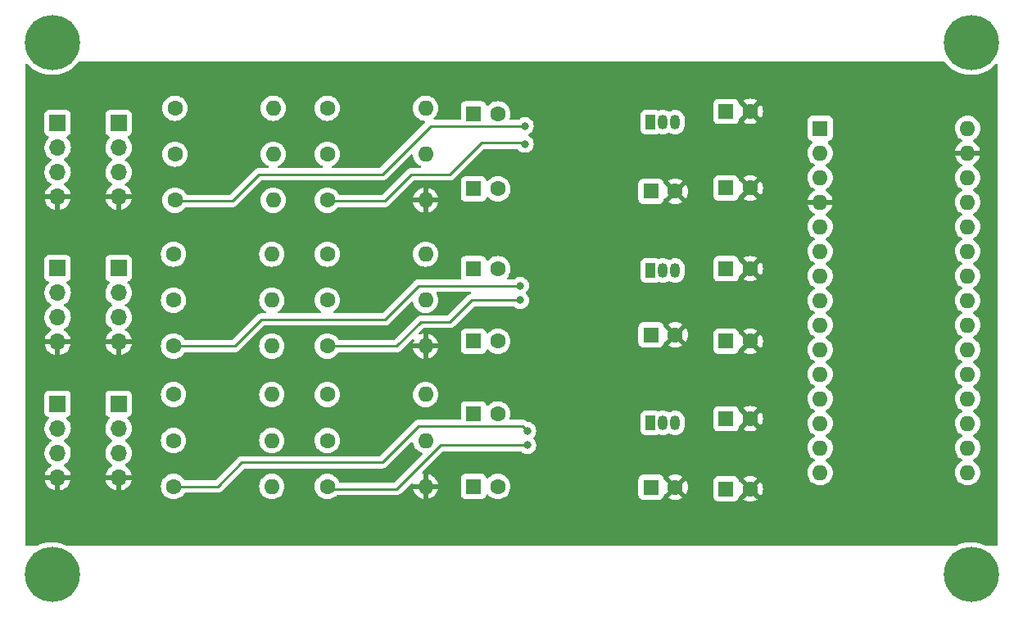
<source format=gbl>
%TF.GenerationSoftware,KiCad,Pcbnew,6.0.1-79c1e3a40b~116~ubuntu21.04.1*%
%TF.CreationDate,2022-04-23T17:06:40-04:00*%
%TF.ProjectId,wing_tester,77696e67-5f74-4657-9374-65722e6b6963,rev?*%
%TF.SameCoordinates,Original*%
%TF.FileFunction,Copper,L2,Bot*%
%TF.FilePolarity,Positive*%
%FSLAX46Y46*%
G04 Gerber Fmt 4.6, Leading zero omitted, Abs format (unit mm)*
G04 Created by KiCad (PCBNEW 6.0.1-79c1e3a40b~116~ubuntu21.04.1) date 2022-04-23 17:06:40*
%MOMM*%
%LPD*%
G01*
G04 APERTURE LIST*
%TA.AperFunction,ComponentPad*%
%ADD10C,1.600000*%
%TD*%
%TA.AperFunction,ComponentPad*%
%ADD11R,1.600000X1.600000*%
%TD*%
%TA.AperFunction,ComponentPad*%
%ADD12O,1.600000X1.600000*%
%TD*%
%TA.AperFunction,ComponentPad*%
%ADD13R,1.700000X1.700000*%
%TD*%
%TA.AperFunction,ComponentPad*%
%ADD14O,1.700000X1.700000*%
%TD*%
%TA.AperFunction,ComponentPad*%
%ADD15R,1.050000X1.500000*%
%TD*%
%TA.AperFunction,ComponentPad*%
%ADD16O,1.050000X1.500000*%
%TD*%
%TA.AperFunction,ComponentPad*%
%ADD17C,5.700000*%
%TD*%
%TA.AperFunction,ViaPad*%
%ADD18C,0.800000*%
%TD*%
%TA.AperFunction,Conductor*%
%ADD19C,0.250000*%
%TD*%
G04 APERTURE END LIST*
D10*
X174169888Y-95375000D03*
D11*
X171669888Y-95375000D03*
D10*
X166419888Y-102205000D03*
D11*
X163919888Y-102205000D03*
D10*
X130445000Y-113125000D03*
D12*
X140605000Y-113125000D03*
D13*
X102575000Y-95325000D03*
D14*
X102575000Y-97865000D03*
X102575000Y-100405000D03*
X102575000Y-102945000D03*
D10*
X114545000Y-103375000D03*
D12*
X124705000Y-103375000D03*
D10*
X174169888Y-118125000D03*
D11*
X171669888Y-118125000D03*
D15*
X163855000Y-111315000D03*
D16*
X165125000Y-111315000D03*
X166395000Y-111315000D03*
D10*
X130445000Y-117875000D03*
D12*
X140605000Y-117875000D03*
D10*
X114695000Y-83545000D03*
D12*
X124855000Y-83545000D03*
D13*
X108875000Y-95325000D03*
D14*
X108875000Y-97865000D03*
X108875000Y-100405000D03*
X108875000Y-102945000D03*
D11*
X145569888Y-87125000D03*
D10*
X148069888Y-87125000D03*
D11*
X171669888Y-102875000D03*
D10*
X174169888Y-102875000D03*
X130445000Y-93875000D03*
D12*
X140605000Y-93875000D03*
D13*
X108875000Y-109325000D03*
D14*
X108875000Y-111865000D03*
X108875000Y-114405000D03*
X108875000Y-116945000D03*
D11*
X145569888Y-102875000D03*
D10*
X148069888Y-102875000D03*
X130445000Y-103375000D03*
D12*
X140605000Y-103375000D03*
D17*
X197000000Y-127000000D03*
D10*
X130445000Y-108375000D03*
D12*
X140605000Y-108375000D03*
D17*
X102000000Y-72000000D03*
D10*
X130445000Y-78795000D03*
D12*
X140605000Y-78795000D03*
D10*
X114545000Y-93875000D03*
D12*
X124705000Y-93875000D03*
D10*
X114545000Y-113125000D03*
D12*
X124705000Y-113125000D03*
D10*
X174169888Y-79125000D03*
D11*
X171669888Y-79125000D03*
D15*
X163855000Y-80235000D03*
D16*
X165125000Y-80235000D03*
X166395000Y-80235000D03*
D10*
X174169888Y-110875000D03*
D11*
X171669888Y-110875000D03*
D10*
X166419888Y-117955000D03*
D11*
X163919888Y-117955000D03*
D10*
X166419888Y-87375000D03*
D11*
X163919888Y-87375000D03*
D13*
X108875000Y-80325000D03*
D14*
X108875000Y-82865000D03*
X108875000Y-85405000D03*
X108875000Y-87945000D03*
D17*
X102000000Y-127000000D03*
D11*
X145569888Y-79375000D03*
D10*
X148069888Y-79375000D03*
D11*
X145569888Y-110375000D03*
D10*
X148069888Y-110375000D03*
D11*
X171669888Y-87045000D03*
D10*
X174169888Y-87045000D03*
D17*
X197000000Y-72000000D03*
D15*
X163855000Y-95565000D03*
D16*
X165125000Y-95565000D03*
X166395000Y-95565000D03*
D13*
X102575000Y-80325000D03*
D14*
X102575000Y-82865000D03*
X102575000Y-85405000D03*
X102575000Y-87945000D03*
D11*
X181390000Y-80875000D03*
D12*
X181390000Y-83415000D03*
X181390000Y-85955000D03*
X181390000Y-88495000D03*
X181390000Y-91035000D03*
X181390000Y-93575000D03*
X181390000Y-96115000D03*
X181390000Y-98655000D03*
X181390000Y-101195000D03*
X181390000Y-103735000D03*
X181390000Y-106275000D03*
X181390000Y-108815000D03*
X181390000Y-111355000D03*
X181390000Y-113895000D03*
X181390000Y-116435000D03*
X196630000Y-116435000D03*
X196630000Y-113895000D03*
X196630000Y-111355000D03*
X196630000Y-108815000D03*
X196630000Y-106275000D03*
X196630000Y-103735000D03*
X196630000Y-101195000D03*
X196630000Y-98655000D03*
X196630000Y-96115000D03*
X196630000Y-93575000D03*
X196630000Y-91035000D03*
X196630000Y-88495000D03*
X196630000Y-85955000D03*
X196630000Y-83415000D03*
X196630000Y-80875000D03*
D10*
X130445000Y-83545000D03*
D12*
X140605000Y-83545000D03*
D10*
X114695000Y-78795000D03*
D12*
X124855000Y-78795000D03*
D11*
X145569888Y-95375000D03*
D10*
X148069888Y-95375000D03*
X114545000Y-108375000D03*
D12*
X124705000Y-108375000D03*
D10*
X130445000Y-98625000D03*
D12*
X140605000Y-98625000D03*
D11*
X145569888Y-117875000D03*
D10*
X148069888Y-117875000D03*
X130445000Y-88295000D03*
D12*
X140605000Y-88295000D03*
D10*
X114695000Y-88295000D03*
D12*
X124855000Y-88295000D03*
D10*
X114545000Y-98625000D03*
D12*
X124705000Y-98625000D03*
D13*
X102575000Y-109325000D03*
D14*
X102575000Y-111865000D03*
X102575000Y-114405000D03*
X102575000Y-116945000D03*
D10*
X114545000Y-117875000D03*
D12*
X124705000Y-117875000D03*
D18*
X154400500Y-99625000D03*
X156375000Y-96125000D03*
X156625000Y-79949020D03*
X156375000Y-111049980D03*
X154570000Y-83600980D03*
X154625000Y-114625000D03*
X150875000Y-80625000D03*
X150375000Y-97125000D03*
X151125000Y-112125000D03*
X150875000Y-82489020D03*
X150375000Y-98625000D03*
X151125000Y-113625000D03*
D19*
X114695000Y-88295000D02*
X114775000Y-88375000D01*
X136125000Y-85625000D02*
X141125000Y-80625000D01*
X120625000Y-88375000D02*
X123375000Y-85625000D01*
X114775000Y-88375000D02*
X120625000Y-88375000D01*
X141125000Y-80625000D02*
X150875000Y-80625000D01*
X123375000Y-85625000D02*
X136125000Y-85625000D01*
X120875000Y-103375000D02*
X123625000Y-100625000D01*
X114545000Y-103375000D02*
X120875000Y-103375000D01*
X123625000Y-100625000D02*
X136375000Y-100625000D01*
X136375000Y-100625000D02*
X139875000Y-97125000D01*
X139875000Y-97125000D02*
X150375000Y-97125000D01*
X119125000Y-117875000D02*
X121625000Y-115375000D01*
X114545000Y-117875000D02*
X119125000Y-117875000D01*
X139875000Y-111625000D02*
X150625000Y-111625000D01*
X136125000Y-115375000D02*
X139875000Y-111625000D01*
X150625000Y-111625000D02*
X151125000Y-112125000D01*
X121625000Y-115375000D02*
X136125000Y-115375000D01*
X146375000Y-82375000D02*
X150875000Y-82375000D01*
X130445000Y-88295000D02*
X130525000Y-88375000D01*
X136375000Y-88375000D02*
X139125000Y-85625000D01*
X130525000Y-88375000D02*
X136375000Y-88375000D01*
X143125000Y-85625000D02*
X146375000Y-82375000D01*
X150875000Y-82375000D02*
X150875000Y-82489020D01*
X139125000Y-85625000D02*
X143125000Y-85625000D01*
X145375000Y-98625000D02*
X150375000Y-98625000D01*
X137625000Y-103375000D02*
X140125000Y-100875000D01*
X140125000Y-100875000D02*
X143125000Y-100875000D01*
X130445000Y-103375000D02*
X137625000Y-103375000D01*
X143125000Y-100875000D02*
X145375000Y-98625000D01*
X130445000Y-117875000D02*
X130695000Y-118125000D01*
X137625000Y-118125000D02*
X142125000Y-113625000D01*
X142125000Y-113625000D02*
X151125000Y-113625000D01*
X130695000Y-118125000D02*
X137625000Y-118125000D01*
%TA.AperFunction,Conductor*%
G36*
X194302994Y-74020002D02*
G01*
X194331253Y-74044840D01*
X194548163Y-74302428D01*
X194574899Y-74327977D01*
X194808702Y-74551405D01*
X194808709Y-74551411D01*
X194811165Y-74553758D01*
X195099771Y-74775214D01*
X195102689Y-74776988D01*
X195407692Y-74962433D01*
X195407697Y-74962436D01*
X195410607Y-74964205D01*
X195413695Y-74965651D01*
X195413694Y-74965651D01*
X195736952Y-75117077D01*
X195736962Y-75117081D01*
X195740036Y-75118521D01*
X195743254Y-75119623D01*
X195743257Y-75119624D01*
X196080981Y-75235253D01*
X196080989Y-75235255D01*
X196084204Y-75236356D01*
X196439084Y-75316332D01*
X196492123Y-75322375D01*
X196797144Y-75357128D01*
X196797152Y-75357128D01*
X196800527Y-75357513D01*
X196803931Y-75357531D01*
X196803934Y-75357531D01*
X197002058Y-75358568D01*
X197164303Y-75359418D01*
X197167689Y-75359068D01*
X197167691Y-75359068D01*
X197522765Y-75322375D01*
X197522774Y-75322374D01*
X197526157Y-75322024D01*
X197529490Y-75321310D01*
X197529493Y-75321309D01*
X197639895Y-75297641D01*
X197881856Y-75245768D01*
X198227239Y-75131544D01*
X198230323Y-75130138D01*
X198230332Y-75130135D01*
X198555171Y-74982096D01*
X198558265Y-74980686D01*
X198602276Y-74954554D01*
X198868128Y-74796704D01*
X198868132Y-74796701D01*
X198871063Y-74794961D01*
X199161973Y-74576539D01*
X199427592Y-74327977D01*
X199520476Y-74219989D01*
X199580060Y-74181388D01*
X199651057Y-74181129D01*
X199710922Y-74219294D01*
X199740651Y-74283767D01*
X199742000Y-74302154D01*
X199742000Y-123874000D01*
X199721998Y-123942121D01*
X199668342Y-123988614D01*
X199616000Y-124000000D01*
X198541656Y-124000000D01*
X198488605Y-123988288D01*
X198389146Y-123942121D01*
X198249071Y-123877100D01*
X198245849Y-123876009D01*
X198245843Y-123876007D01*
X197907729Y-123761562D01*
X197904494Y-123760467D01*
X197895234Y-123758414D01*
X197820485Y-123741843D01*
X197549336Y-123681731D01*
X197420217Y-123667476D01*
X197191133Y-123642184D01*
X197191128Y-123642184D01*
X197187752Y-123641811D01*
X197184353Y-123641805D01*
X197184352Y-123641805D01*
X197012762Y-123641506D01*
X196823972Y-123641176D01*
X196688831Y-123655618D01*
X196465634Y-123679471D01*
X196465628Y-123679472D01*
X196462250Y-123679833D01*
X196106820Y-123757330D01*
X195761838Y-123872759D01*
X195758745Y-123874182D01*
X195758744Y-123874182D01*
X195510260Y-123988472D01*
X195457609Y-124000000D01*
X103541656Y-124000000D01*
X103488605Y-123988288D01*
X103389146Y-123942121D01*
X103249071Y-123877100D01*
X103245849Y-123876009D01*
X103245843Y-123876007D01*
X102907729Y-123761562D01*
X102904494Y-123760467D01*
X102895234Y-123758414D01*
X102820485Y-123741843D01*
X102549336Y-123681731D01*
X102420217Y-123667476D01*
X102191133Y-123642184D01*
X102191128Y-123642184D01*
X102187752Y-123641811D01*
X102184353Y-123641805D01*
X102184352Y-123641805D01*
X102012762Y-123641506D01*
X101823972Y-123641176D01*
X101688831Y-123655618D01*
X101465634Y-123679471D01*
X101465628Y-123679472D01*
X101462250Y-123679833D01*
X101106820Y-123757330D01*
X100761838Y-123872759D01*
X100758745Y-123874182D01*
X100758744Y-123874182D01*
X100510260Y-123988472D01*
X100457609Y-124000000D01*
X99384000Y-124000000D01*
X99315879Y-123979998D01*
X99269386Y-123926342D01*
X99258000Y-123874000D01*
X99258000Y-117212966D01*
X101243257Y-117212966D01*
X101273565Y-117347446D01*
X101276645Y-117357275D01*
X101356770Y-117554603D01*
X101361413Y-117563794D01*
X101472694Y-117745388D01*
X101478777Y-117753699D01*
X101618213Y-117914667D01*
X101625580Y-117921883D01*
X101789434Y-118057916D01*
X101797881Y-118063831D01*
X101981756Y-118171279D01*
X101991042Y-118175729D01*
X102190001Y-118251703D01*
X102199899Y-118254579D01*
X102303250Y-118275606D01*
X102317299Y-118274410D01*
X102321000Y-118264065D01*
X102321000Y-118263517D01*
X102829000Y-118263517D01*
X102833064Y-118277359D01*
X102846478Y-118279393D01*
X102853184Y-118278534D01*
X102863262Y-118276392D01*
X103067255Y-118215191D01*
X103076842Y-118211433D01*
X103268095Y-118117739D01*
X103276945Y-118112464D01*
X103450328Y-117988792D01*
X103458200Y-117982139D01*
X103609052Y-117831812D01*
X103615730Y-117823965D01*
X103740003Y-117651020D01*
X103745313Y-117642183D01*
X103839670Y-117451267D01*
X103843469Y-117441672D01*
X103905377Y-117237910D01*
X103907555Y-117227837D01*
X103908986Y-117216962D01*
X103908363Y-117212966D01*
X107543257Y-117212966D01*
X107573565Y-117347446D01*
X107576645Y-117357275D01*
X107656770Y-117554603D01*
X107661413Y-117563794D01*
X107772694Y-117745388D01*
X107778777Y-117753699D01*
X107918213Y-117914667D01*
X107925580Y-117921883D01*
X108089434Y-118057916D01*
X108097881Y-118063831D01*
X108281756Y-118171279D01*
X108291042Y-118175729D01*
X108490001Y-118251703D01*
X108499899Y-118254579D01*
X108603250Y-118275606D01*
X108617299Y-118274410D01*
X108621000Y-118264065D01*
X108621000Y-118263517D01*
X109129000Y-118263517D01*
X109133064Y-118277359D01*
X109146478Y-118279393D01*
X109153184Y-118278534D01*
X109163262Y-118276392D01*
X109367255Y-118215191D01*
X109376842Y-118211433D01*
X109568095Y-118117739D01*
X109576945Y-118112464D01*
X109750328Y-117988792D01*
X109758200Y-117982139D01*
X109865713Y-117875000D01*
X113231502Y-117875000D01*
X113251457Y-118103087D01*
X113252881Y-118108400D01*
X113252881Y-118108402D01*
X113305934Y-118306395D01*
X113310716Y-118324243D01*
X113313039Y-118329224D01*
X113313039Y-118329225D01*
X113405151Y-118526762D01*
X113405154Y-118526767D01*
X113407477Y-118531749D01*
X113451858Y-118595131D01*
X113530476Y-118707409D01*
X113538802Y-118719300D01*
X113700700Y-118881198D01*
X113705208Y-118884355D01*
X113705211Y-118884357D01*
X113731679Y-118902890D01*
X113888251Y-119012523D01*
X113893233Y-119014846D01*
X113893238Y-119014849D01*
X114063868Y-119094414D01*
X114095757Y-119109284D01*
X114101065Y-119110706D01*
X114101067Y-119110707D01*
X114311598Y-119167119D01*
X114311600Y-119167119D01*
X114316913Y-119168543D01*
X114545000Y-119188498D01*
X114773087Y-119168543D01*
X114778400Y-119167119D01*
X114778402Y-119167119D01*
X114988933Y-119110707D01*
X114988935Y-119110706D01*
X114994243Y-119109284D01*
X115026132Y-119094414D01*
X115196762Y-119014849D01*
X115196767Y-119014846D01*
X115201749Y-119012523D01*
X115358321Y-118902890D01*
X115384789Y-118884357D01*
X115384792Y-118884355D01*
X115389300Y-118881198D01*
X115551198Y-118719300D01*
X115556997Y-118711018D01*
X115661181Y-118562229D01*
X115716638Y-118517901D01*
X115764394Y-118508500D01*
X119046233Y-118508500D01*
X119057416Y-118509027D01*
X119064909Y-118510702D01*
X119072835Y-118510453D01*
X119072836Y-118510453D01*
X119132986Y-118508562D01*
X119136945Y-118508500D01*
X119164856Y-118508500D01*
X119168791Y-118508003D01*
X119168856Y-118507995D01*
X119180693Y-118507062D01*
X119212951Y-118506048D01*
X119216970Y-118505922D01*
X119224889Y-118505673D01*
X119244343Y-118500021D01*
X119263700Y-118496013D01*
X119275930Y-118494468D01*
X119275931Y-118494468D01*
X119283797Y-118493474D01*
X119291168Y-118490555D01*
X119291170Y-118490555D01*
X119324912Y-118477196D01*
X119336142Y-118473351D01*
X119370983Y-118463229D01*
X119370984Y-118463229D01*
X119378593Y-118461018D01*
X119385412Y-118456985D01*
X119385417Y-118456983D01*
X119396028Y-118450707D01*
X119413776Y-118442012D01*
X119432617Y-118434552D01*
X119468387Y-118408564D01*
X119478307Y-118402048D01*
X119509535Y-118383580D01*
X119509538Y-118383578D01*
X119516362Y-118379542D01*
X119530683Y-118365221D01*
X119545717Y-118352380D01*
X119562107Y-118340472D01*
X119590298Y-118306395D01*
X119598288Y-118297616D01*
X120020904Y-117875000D01*
X123391502Y-117875000D01*
X123411457Y-118103087D01*
X123412881Y-118108400D01*
X123412881Y-118108402D01*
X123465934Y-118306395D01*
X123470716Y-118324243D01*
X123473039Y-118329224D01*
X123473039Y-118329225D01*
X123565151Y-118526762D01*
X123565154Y-118526767D01*
X123567477Y-118531749D01*
X123611858Y-118595131D01*
X123690476Y-118707409D01*
X123698802Y-118719300D01*
X123860700Y-118881198D01*
X123865208Y-118884355D01*
X123865211Y-118884357D01*
X123891679Y-118902890D01*
X124048251Y-119012523D01*
X124053233Y-119014846D01*
X124053238Y-119014849D01*
X124223868Y-119094414D01*
X124255757Y-119109284D01*
X124261065Y-119110706D01*
X124261067Y-119110707D01*
X124471598Y-119167119D01*
X124471600Y-119167119D01*
X124476913Y-119168543D01*
X124705000Y-119188498D01*
X124933087Y-119168543D01*
X124938400Y-119167119D01*
X124938402Y-119167119D01*
X125148933Y-119110707D01*
X125148935Y-119110706D01*
X125154243Y-119109284D01*
X125186132Y-119094414D01*
X125356762Y-119014849D01*
X125356767Y-119014846D01*
X125361749Y-119012523D01*
X125518321Y-118902890D01*
X125544789Y-118884357D01*
X125544792Y-118884355D01*
X125549300Y-118881198D01*
X125711198Y-118719300D01*
X125719525Y-118707409D01*
X125798142Y-118595131D01*
X125842523Y-118531749D01*
X125844846Y-118526767D01*
X125844849Y-118526762D01*
X125936961Y-118329225D01*
X125936961Y-118329224D01*
X125939284Y-118324243D01*
X125944067Y-118306395D01*
X125997119Y-118108402D01*
X125997119Y-118108400D01*
X125998543Y-118103087D01*
X126018498Y-117875000D01*
X125998543Y-117646913D01*
X125990535Y-117617027D01*
X125940707Y-117431067D01*
X125940706Y-117431065D01*
X125939284Y-117425757D01*
X125907351Y-117357275D01*
X125844849Y-117223238D01*
X125844846Y-117223233D01*
X125842523Y-117218251D01*
X125750412Y-117086703D01*
X125714357Y-117035211D01*
X125714355Y-117035208D01*
X125711198Y-117030700D01*
X125549300Y-116868802D01*
X125544792Y-116865645D01*
X125544789Y-116865643D01*
X125431558Y-116786358D01*
X125361749Y-116737477D01*
X125356767Y-116735154D01*
X125356762Y-116735151D01*
X125159225Y-116643039D01*
X125159224Y-116643039D01*
X125154243Y-116640716D01*
X125148935Y-116639294D01*
X125148933Y-116639293D01*
X124938402Y-116582881D01*
X124938400Y-116582881D01*
X124933087Y-116581457D01*
X124705000Y-116561502D01*
X124476913Y-116581457D01*
X124471600Y-116582881D01*
X124471598Y-116582881D01*
X124261067Y-116639293D01*
X124261065Y-116639294D01*
X124255757Y-116640716D01*
X124250776Y-116643039D01*
X124250775Y-116643039D01*
X124053238Y-116735151D01*
X124053233Y-116735154D01*
X124048251Y-116737477D01*
X123978442Y-116786358D01*
X123865211Y-116865643D01*
X123865208Y-116865645D01*
X123860700Y-116868802D01*
X123698802Y-117030700D01*
X123695645Y-117035208D01*
X123695643Y-117035211D01*
X123659588Y-117086703D01*
X123567477Y-117218251D01*
X123565154Y-117223233D01*
X123565151Y-117223238D01*
X123502649Y-117357275D01*
X123470716Y-117425757D01*
X123469294Y-117431065D01*
X123469293Y-117431067D01*
X123419465Y-117617027D01*
X123411457Y-117646913D01*
X123391502Y-117875000D01*
X120020904Y-117875000D01*
X121850500Y-116045405D01*
X121912812Y-116011379D01*
X121939595Y-116008500D01*
X136046233Y-116008500D01*
X136057416Y-116009027D01*
X136064909Y-116010702D01*
X136072835Y-116010453D01*
X136072836Y-116010453D01*
X136132986Y-116008562D01*
X136136945Y-116008500D01*
X136164856Y-116008500D01*
X136168791Y-116008003D01*
X136168856Y-116007995D01*
X136180693Y-116007062D01*
X136212951Y-116006048D01*
X136216970Y-116005922D01*
X136224889Y-116005673D01*
X136244343Y-116000021D01*
X136263700Y-115996013D01*
X136275930Y-115994468D01*
X136275931Y-115994468D01*
X136283797Y-115993474D01*
X136291168Y-115990555D01*
X136291170Y-115990555D01*
X136324912Y-115977196D01*
X136336142Y-115973351D01*
X136370983Y-115963229D01*
X136370984Y-115963229D01*
X136378593Y-115961018D01*
X136385412Y-115956985D01*
X136385417Y-115956983D01*
X136396028Y-115950707D01*
X136413776Y-115942012D01*
X136432617Y-115934552D01*
X136468387Y-115908564D01*
X136478307Y-115902048D01*
X136509535Y-115883580D01*
X136509538Y-115883578D01*
X136516362Y-115879542D01*
X136530683Y-115865221D01*
X136545717Y-115852380D01*
X136555694Y-115845131D01*
X136562107Y-115840472D01*
X136590298Y-115806395D01*
X136598288Y-115797616D01*
X139100452Y-113295453D01*
X139162764Y-113261427D01*
X139233580Y-113266492D01*
X139290415Y-113309039D01*
X139309694Y-113353559D01*
X139311457Y-113353087D01*
X139335184Y-113441635D01*
X139370716Y-113574243D01*
X139373039Y-113579224D01*
X139373039Y-113579225D01*
X139465151Y-113776762D01*
X139465154Y-113776767D01*
X139467477Y-113781749D01*
X139495105Y-113821206D01*
X139577794Y-113939297D01*
X139598802Y-113969300D01*
X139760700Y-114131198D01*
X139765208Y-114134355D01*
X139765211Y-114134357D01*
X139811619Y-114166852D01*
X139948251Y-114262523D01*
X139953233Y-114264846D01*
X139953238Y-114264849D01*
X140123501Y-114344243D01*
X140155757Y-114359284D01*
X140161064Y-114360706D01*
X140161075Y-114360710D01*
X140212360Y-114374452D01*
X140272983Y-114411404D01*
X140304004Y-114475265D01*
X140295574Y-114545759D01*
X140268843Y-114585253D01*
X138808690Y-116045405D01*
X137399500Y-117454595D01*
X137337188Y-117488621D01*
X137310405Y-117491500D01*
X131790212Y-117491500D01*
X131722091Y-117471498D01*
X131676017Y-117418750D01*
X131584849Y-117223238D01*
X131584846Y-117223233D01*
X131582523Y-117218251D01*
X131490412Y-117086703D01*
X131454357Y-117035211D01*
X131454355Y-117035208D01*
X131451198Y-117030700D01*
X131289300Y-116868802D01*
X131284792Y-116865645D01*
X131284789Y-116865643D01*
X131171558Y-116786358D01*
X131101749Y-116737477D01*
X131096767Y-116735154D01*
X131096762Y-116735151D01*
X130899225Y-116643039D01*
X130899224Y-116643039D01*
X130894243Y-116640716D01*
X130888935Y-116639294D01*
X130888933Y-116639293D01*
X130678402Y-116582881D01*
X130678400Y-116582881D01*
X130673087Y-116581457D01*
X130445000Y-116561502D01*
X130216913Y-116581457D01*
X130211600Y-116582881D01*
X130211598Y-116582881D01*
X130001067Y-116639293D01*
X130001065Y-116639294D01*
X129995757Y-116640716D01*
X129990776Y-116643039D01*
X129990775Y-116643039D01*
X129793238Y-116735151D01*
X129793233Y-116735154D01*
X129788251Y-116737477D01*
X129718442Y-116786358D01*
X129605211Y-116865643D01*
X129605208Y-116865645D01*
X129600700Y-116868802D01*
X129438802Y-117030700D01*
X129435645Y-117035208D01*
X129435643Y-117035211D01*
X129399588Y-117086703D01*
X129307477Y-117218251D01*
X129305154Y-117223233D01*
X129305151Y-117223238D01*
X129242649Y-117357275D01*
X129210716Y-117425757D01*
X129209294Y-117431065D01*
X129209293Y-117431067D01*
X129159465Y-117617027D01*
X129151457Y-117646913D01*
X129131502Y-117875000D01*
X129151457Y-118103087D01*
X129152881Y-118108400D01*
X129152881Y-118108402D01*
X129205934Y-118306395D01*
X129210716Y-118324243D01*
X129213039Y-118329224D01*
X129213039Y-118329225D01*
X129305151Y-118526762D01*
X129305154Y-118526767D01*
X129307477Y-118531749D01*
X129351858Y-118595131D01*
X129430476Y-118707409D01*
X129438802Y-118719300D01*
X129600700Y-118881198D01*
X129605208Y-118884355D01*
X129605211Y-118884357D01*
X129631679Y-118902890D01*
X129788251Y-119012523D01*
X129793233Y-119014846D01*
X129793238Y-119014849D01*
X129963868Y-119094414D01*
X129995757Y-119109284D01*
X130001065Y-119110706D01*
X130001067Y-119110707D01*
X130211598Y-119167119D01*
X130211600Y-119167119D01*
X130216913Y-119168543D01*
X130445000Y-119188498D01*
X130673087Y-119168543D01*
X130678400Y-119167119D01*
X130678402Y-119167119D01*
X130888933Y-119110707D01*
X130888935Y-119110706D01*
X130894243Y-119109284D01*
X130926132Y-119094414D01*
X131096762Y-119014849D01*
X131096767Y-119014846D01*
X131101749Y-119012523D01*
X131258321Y-118902890D01*
X131284789Y-118884357D01*
X131284792Y-118884355D01*
X131289300Y-118881198D01*
X131375093Y-118795405D01*
X131437405Y-118761379D01*
X131464188Y-118758500D01*
X137546233Y-118758500D01*
X137557416Y-118759027D01*
X137564909Y-118760702D01*
X137572835Y-118760453D01*
X137572836Y-118760453D01*
X137632986Y-118758562D01*
X137636945Y-118758500D01*
X137664856Y-118758500D01*
X137668791Y-118758003D01*
X137668856Y-118757995D01*
X137680693Y-118757062D01*
X137712951Y-118756048D01*
X137716970Y-118755922D01*
X137724889Y-118755673D01*
X137744343Y-118750021D01*
X137763700Y-118746013D01*
X137775930Y-118744468D01*
X137775931Y-118744468D01*
X137783797Y-118743474D01*
X137791168Y-118740555D01*
X137791170Y-118740555D01*
X137824912Y-118727196D01*
X137836142Y-118723351D01*
X137870983Y-118713229D01*
X137870984Y-118713229D01*
X137878593Y-118711018D01*
X137885412Y-118706985D01*
X137885417Y-118706983D01*
X137896028Y-118700707D01*
X137913776Y-118692012D01*
X137932617Y-118684552D01*
X137952541Y-118670077D01*
X137968387Y-118658564D01*
X137978307Y-118652048D01*
X138009535Y-118633580D01*
X138009538Y-118633578D01*
X138016362Y-118629542D01*
X138030683Y-118615221D01*
X138045717Y-118602380D01*
X138055694Y-118595131D01*
X138062107Y-118590472D01*
X138090298Y-118556395D01*
X138098288Y-118547616D01*
X138504382Y-118141522D01*
X139322273Y-118141522D01*
X139369764Y-118318761D01*
X139373510Y-118329053D01*
X139465586Y-118526511D01*
X139471069Y-118536007D01*
X139596028Y-118714467D01*
X139603084Y-118722875D01*
X139757125Y-118876916D01*
X139765533Y-118883972D01*
X139943993Y-119008931D01*
X139953489Y-119014414D01*
X140150947Y-119106490D01*
X140161239Y-119110236D01*
X140333503Y-119156394D01*
X140347599Y-119156058D01*
X140351000Y-119148116D01*
X140351000Y-119142967D01*
X140859000Y-119142967D01*
X140862973Y-119156498D01*
X140871522Y-119157727D01*
X141048761Y-119110236D01*
X141059053Y-119106490D01*
X141256511Y-119014414D01*
X141266007Y-119008931D01*
X141444467Y-118883972D01*
X141452875Y-118876916D01*
X141606657Y-118723134D01*
X144261388Y-118723134D01*
X144268143Y-118785316D01*
X144319273Y-118921705D01*
X144406627Y-119038261D01*
X144523183Y-119125615D01*
X144659572Y-119176745D01*
X144721754Y-119183500D01*
X146418022Y-119183500D01*
X146480204Y-119176745D01*
X146616593Y-119125615D01*
X146733149Y-119038261D01*
X146820503Y-118921705D01*
X146871633Y-118785316D01*
X146873579Y-118786046D01*
X146903433Y-118733795D01*
X146966391Y-118700979D01*
X147037095Y-118707409D01*
X147079888Y-118735498D01*
X147225588Y-118881198D01*
X147230096Y-118884355D01*
X147230099Y-118884357D01*
X147256567Y-118902890D01*
X147413139Y-119012523D01*
X147418121Y-119014846D01*
X147418126Y-119014849D01*
X147588756Y-119094414D01*
X147620645Y-119109284D01*
X147625953Y-119110706D01*
X147625955Y-119110707D01*
X147836486Y-119167119D01*
X147836488Y-119167119D01*
X147841801Y-119168543D01*
X148069888Y-119188498D01*
X148297975Y-119168543D01*
X148303288Y-119167119D01*
X148303290Y-119167119D01*
X148513821Y-119110707D01*
X148513823Y-119110706D01*
X148519131Y-119109284D01*
X148551020Y-119094414D01*
X148721650Y-119014849D01*
X148721655Y-119014846D01*
X148726637Y-119012523D01*
X148883209Y-118902890D01*
X148909677Y-118884357D01*
X148909680Y-118884355D01*
X148914188Y-118881198D01*
X148992252Y-118803134D01*
X162611388Y-118803134D01*
X162618143Y-118865316D01*
X162669273Y-119001705D01*
X162756627Y-119118261D01*
X162873183Y-119205615D01*
X163009572Y-119256745D01*
X163071754Y-119263500D01*
X164768022Y-119263500D01*
X164830204Y-119256745D01*
X164966593Y-119205615D01*
X165083149Y-119118261D01*
X165141007Y-119041062D01*
X165698381Y-119041062D01*
X165707677Y-119053077D01*
X165758882Y-119088931D01*
X165768377Y-119094414D01*
X165965835Y-119186490D01*
X165976127Y-119190236D01*
X166186576Y-119246625D01*
X166197369Y-119248528D01*
X166414413Y-119267517D01*
X166425363Y-119267517D01*
X166642407Y-119248528D01*
X166653200Y-119246625D01*
X166863649Y-119190236D01*
X166873941Y-119186490D01*
X167071399Y-119094414D01*
X167080894Y-119088931D01*
X167132936Y-119052491D01*
X167141312Y-119042012D01*
X167134244Y-119028566D01*
X167078812Y-118973134D01*
X170361388Y-118973134D01*
X170368143Y-119035316D01*
X170419273Y-119171705D01*
X170506627Y-119288261D01*
X170623183Y-119375615D01*
X170759572Y-119426745D01*
X170821754Y-119433500D01*
X172518022Y-119433500D01*
X172580204Y-119426745D01*
X172716593Y-119375615D01*
X172833149Y-119288261D01*
X172891007Y-119211062D01*
X173448381Y-119211062D01*
X173457677Y-119223077D01*
X173508882Y-119258931D01*
X173518377Y-119264414D01*
X173715835Y-119356490D01*
X173726127Y-119360236D01*
X173936576Y-119416625D01*
X173947369Y-119418528D01*
X174164413Y-119437517D01*
X174175363Y-119437517D01*
X174392407Y-119418528D01*
X174403200Y-119416625D01*
X174613649Y-119360236D01*
X174623941Y-119356490D01*
X174821399Y-119264414D01*
X174830894Y-119258931D01*
X174882936Y-119222491D01*
X174891312Y-119212012D01*
X174884244Y-119198566D01*
X174182700Y-118497022D01*
X174168756Y-118489408D01*
X174166923Y-118489539D01*
X174160308Y-118493790D01*
X173454811Y-119199287D01*
X173448381Y-119211062D01*
X172891007Y-119211062D01*
X172920503Y-119171705D01*
X172971633Y-119035316D01*
X172978388Y-118973134D01*
X172978388Y-118969815D01*
X173002041Y-118902890D01*
X173048044Y-118867196D01*
X173047029Y-118865266D01*
X173057888Y-118859558D01*
X173058133Y-118859368D01*
X173058291Y-118859347D01*
X173096322Y-118839356D01*
X173797866Y-118137812D01*
X173804244Y-118126132D01*
X174534296Y-118126132D01*
X174534427Y-118127965D01*
X174538678Y-118134580D01*
X175244175Y-118840077D01*
X175255950Y-118846507D01*
X175267965Y-118837211D01*
X175303819Y-118786006D01*
X175309302Y-118776511D01*
X175401378Y-118579053D01*
X175405124Y-118568761D01*
X175461513Y-118358312D01*
X175463416Y-118347519D01*
X175482405Y-118130475D01*
X175482405Y-118119525D01*
X175463416Y-117902481D01*
X175461513Y-117891688D01*
X175405124Y-117681239D01*
X175401378Y-117670947D01*
X175309302Y-117473489D01*
X175303819Y-117463994D01*
X175267379Y-117411952D01*
X175256900Y-117403576D01*
X175243454Y-117410644D01*
X174541910Y-118112188D01*
X174534296Y-118126132D01*
X173804244Y-118126132D01*
X173805480Y-118123868D01*
X173805349Y-118122035D01*
X173801098Y-118115420D01*
X173095601Y-117409923D01*
X173053859Y-117387129D01*
X173043859Y-117384953D01*
X172993661Y-117334747D01*
X172978437Y-117281186D01*
X172978388Y-117280281D01*
X172978388Y-117276866D01*
X172971633Y-117214684D01*
X172920503Y-117078295D01*
X172890295Y-117037988D01*
X173448464Y-117037988D01*
X173455532Y-117051434D01*
X174157076Y-117752978D01*
X174171020Y-117760592D01*
X174172853Y-117760461D01*
X174179468Y-117756210D01*
X174884965Y-117050713D01*
X174891395Y-117038938D01*
X174882099Y-117026923D01*
X174830894Y-116991069D01*
X174821399Y-116985586D01*
X174623941Y-116893510D01*
X174613649Y-116889764D01*
X174403200Y-116833375D01*
X174392407Y-116831472D01*
X174175363Y-116812483D01*
X174164413Y-116812483D01*
X173947369Y-116831472D01*
X173936576Y-116833375D01*
X173726127Y-116889764D01*
X173715835Y-116893510D01*
X173518377Y-116985586D01*
X173508882Y-116991069D01*
X173456840Y-117027509D01*
X173448464Y-117037988D01*
X172890295Y-117037988D01*
X172833149Y-116961739D01*
X172716593Y-116874385D01*
X172580204Y-116823255D01*
X172518022Y-116816500D01*
X170821754Y-116816500D01*
X170759572Y-116823255D01*
X170623183Y-116874385D01*
X170506627Y-116961739D01*
X170419273Y-117078295D01*
X170368143Y-117214684D01*
X170361388Y-117276866D01*
X170361388Y-118973134D01*
X167078812Y-118973134D01*
X166432700Y-118327022D01*
X166418756Y-118319408D01*
X166416923Y-118319539D01*
X166410308Y-118323790D01*
X165704811Y-119029287D01*
X165698381Y-119041062D01*
X165141007Y-119041062D01*
X165170503Y-119001705D01*
X165221633Y-118865316D01*
X165228388Y-118803134D01*
X165228388Y-118799815D01*
X165252041Y-118732890D01*
X165298044Y-118697196D01*
X165297029Y-118695266D01*
X165307888Y-118689558D01*
X165308133Y-118689368D01*
X165308291Y-118689347D01*
X165346322Y-118669356D01*
X166047866Y-117967812D01*
X166054244Y-117956132D01*
X166784296Y-117956132D01*
X166784427Y-117957965D01*
X166788678Y-117964580D01*
X167494175Y-118670077D01*
X167505950Y-118676507D01*
X167517965Y-118667211D01*
X167553819Y-118616006D01*
X167559302Y-118606511D01*
X167651378Y-118409053D01*
X167655124Y-118398761D01*
X167711513Y-118188312D01*
X167713416Y-118177519D01*
X167732405Y-117960475D01*
X167732405Y-117949525D01*
X167713416Y-117732481D01*
X167711513Y-117721688D01*
X167655124Y-117511239D01*
X167651378Y-117500947D01*
X167559302Y-117303489D01*
X167553819Y-117293994D01*
X167517379Y-117241952D01*
X167506900Y-117233576D01*
X167493454Y-117240644D01*
X166791910Y-117942188D01*
X166784296Y-117956132D01*
X166054244Y-117956132D01*
X166055480Y-117953868D01*
X166055349Y-117952035D01*
X166051098Y-117945420D01*
X165345601Y-117239923D01*
X165303859Y-117217129D01*
X165293859Y-117214953D01*
X165243661Y-117164747D01*
X165228437Y-117111186D01*
X165228388Y-117110281D01*
X165228388Y-117106866D01*
X165221633Y-117044684D01*
X165170503Y-116908295D01*
X165140295Y-116867988D01*
X165698464Y-116867988D01*
X165705532Y-116881434D01*
X166407076Y-117582978D01*
X166421020Y-117590592D01*
X166422853Y-117590461D01*
X166429468Y-117586210D01*
X167134965Y-116880713D01*
X167141395Y-116868938D01*
X167132099Y-116856923D01*
X167080894Y-116821069D01*
X167071399Y-116815586D01*
X166873941Y-116723510D01*
X166863649Y-116719764D01*
X166653200Y-116663375D01*
X166642407Y-116661472D01*
X166425363Y-116642483D01*
X166414413Y-116642483D01*
X166197369Y-116661472D01*
X166186576Y-116663375D01*
X165976127Y-116719764D01*
X165965835Y-116723510D01*
X165768377Y-116815586D01*
X165758882Y-116821069D01*
X165706840Y-116857509D01*
X165698464Y-116867988D01*
X165140295Y-116867988D01*
X165083149Y-116791739D01*
X164966593Y-116704385D01*
X164830204Y-116653255D01*
X164768022Y-116646500D01*
X163071754Y-116646500D01*
X163009572Y-116653255D01*
X162873183Y-116704385D01*
X162756627Y-116791739D01*
X162669273Y-116908295D01*
X162618143Y-117044684D01*
X162611388Y-117106866D01*
X162611388Y-118803134D01*
X148992252Y-118803134D01*
X149076086Y-118719300D01*
X149084413Y-118707409D01*
X149163030Y-118595131D01*
X149207411Y-118531749D01*
X149209734Y-118526767D01*
X149209737Y-118526762D01*
X149301849Y-118329225D01*
X149301849Y-118329224D01*
X149304172Y-118324243D01*
X149308955Y-118306395D01*
X149362007Y-118108402D01*
X149362007Y-118108400D01*
X149363431Y-118103087D01*
X149383386Y-117875000D01*
X149363431Y-117646913D01*
X149355423Y-117617027D01*
X149305595Y-117431067D01*
X149305594Y-117431065D01*
X149304172Y-117425757D01*
X149272239Y-117357275D01*
X149209737Y-117223238D01*
X149209734Y-117223233D01*
X149207411Y-117218251D01*
X149115300Y-117086703D01*
X149079245Y-117035211D01*
X149079243Y-117035208D01*
X149076086Y-117030700D01*
X148914188Y-116868802D01*
X148909680Y-116865645D01*
X148909677Y-116865643D01*
X148796446Y-116786358D01*
X148726637Y-116737477D01*
X148721655Y-116735154D01*
X148721650Y-116735151D01*
X148524113Y-116643039D01*
X148524112Y-116643039D01*
X148519131Y-116640716D01*
X148513823Y-116639294D01*
X148513821Y-116639293D01*
X148303290Y-116582881D01*
X148303288Y-116582881D01*
X148297975Y-116581457D01*
X148069888Y-116561502D01*
X147841801Y-116581457D01*
X147836488Y-116582881D01*
X147836486Y-116582881D01*
X147625955Y-116639293D01*
X147625953Y-116639294D01*
X147620645Y-116640716D01*
X147615664Y-116643039D01*
X147615663Y-116643039D01*
X147418126Y-116735151D01*
X147418121Y-116735154D01*
X147413139Y-116737477D01*
X147343330Y-116786358D01*
X147230099Y-116865643D01*
X147230096Y-116865645D01*
X147225588Y-116868802D01*
X147079888Y-117014502D01*
X147017576Y-117048528D01*
X146946761Y-117043463D01*
X146889925Y-117000916D01*
X146872756Y-116964263D01*
X146871633Y-116964684D01*
X146840154Y-116880713D01*
X146820503Y-116828295D01*
X146733149Y-116711739D01*
X146616593Y-116624385D01*
X146480204Y-116573255D01*
X146418022Y-116566500D01*
X144721754Y-116566500D01*
X144659572Y-116573255D01*
X144523183Y-116624385D01*
X144406627Y-116711739D01*
X144319273Y-116828295D01*
X144268143Y-116964684D01*
X144261388Y-117026866D01*
X144261388Y-118723134D01*
X141606657Y-118723134D01*
X141606916Y-118722875D01*
X141613972Y-118714467D01*
X141738931Y-118536007D01*
X141744414Y-118526511D01*
X141836490Y-118329053D01*
X141840236Y-118318761D01*
X141886394Y-118146497D01*
X141886058Y-118132401D01*
X141878116Y-118129000D01*
X140877115Y-118129000D01*
X140861876Y-118133475D01*
X140860671Y-118134865D01*
X140859000Y-118142548D01*
X140859000Y-119142967D01*
X140351000Y-119142967D01*
X140351000Y-118147115D01*
X140346525Y-118131876D01*
X140345135Y-118130671D01*
X140337452Y-118129000D01*
X139337033Y-118129000D01*
X139323502Y-118132973D01*
X139322273Y-118141522D01*
X138504382Y-118141522D01*
X139109011Y-117536893D01*
X139171323Y-117502867D01*
X139242138Y-117507932D01*
X139298974Y-117550479D01*
X139321603Y-117615861D01*
X139322305Y-117616898D01*
X139331884Y-117621000D01*
X140332885Y-117621000D01*
X140348124Y-117616525D01*
X140349329Y-117615135D01*
X140351000Y-117607452D01*
X140351000Y-117602885D01*
X140859000Y-117602885D01*
X140863475Y-117618124D01*
X140864865Y-117619329D01*
X140872548Y-117621000D01*
X141872967Y-117621000D01*
X141886498Y-117617027D01*
X141887727Y-117608478D01*
X141840236Y-117431239D01*
X141836490Y-117420947D01*
X141744414Y-117223489D01*
X141738931Y-117213993D01*
X141613972Y-117035533D01*
X141606916Y-117027125D01*
X141452875Y-116873084D01*
X141444467Y-116866028D01*
X141266007Y-116741069D01*
X141256511Y-116735586D01*
X141059053Y-116643510D01*
X141048761Y-116639764D01*
X140876497Y-116593606D01*
X140862401Y-116593942D01*
X140859000Y-116601884D01*
X140859000Y-117602885D01*
X140351000Y-117602885D01*
X140351000Y-116607033D01*
X140347027Y-116593502D01*
X140338590Y-116592289D01*
X140274009Y-116562796D01*
X140235626Y-116503070D01*
X140235626Y-116435000D01*
X180076502Y-116435000D01*
X180096457Y-116663087D01*
X180097881Y-116668400D01*
X180097881Y-116668402D01*
X180153075Y-116874385D01*
X180155716Y-116884243D01*
X180158039Y-116889224D01*
X180158039Y-116889225D01*
X180250151Y-117086762D01*
X180250154Y-117086767D01*
X180252477Y-117091749D01*
X180263062Y-117106866D01*
X180357651Y-117241952D01*
X180383802Y-117279300D01*
X180545700Y-117441198D01*
X180550208Y-117444355D01*
X180550211Y-117444357D01*
X180578256Y-117463994D01*
X180733251Y-117572523D01*
X180738233Y-117574846D01*
X180738238Y-117574849D01*
X180935775Y-117666961D01*
X180940757Y-117669284D01*
X180946065Y-117670706D01*
X180946067Y-117670707D01*
X181156598Y-117727119D01*
X181156600Y-117727119D01*
X181161913Y-117728543D01*
X181390000Y-117748498D01*
X181618087Y-117728543D01*
X181623400Y-117727119D01*
X181623402Y-117727119D01*
X181833933Y-117670707D01*
X181833935Y-117670706D01*
X181839243Y-117669284D01*
X181844225Y-117666961D01*
X182041762Y-117574849D01*
X182041767Y-117574846D01*
X182046749Y-117572523D01*
X182201744Y-117463994D01*
X182229789Y-117444357D01*
X182229792Y-117444355D01*
X182234300Y-117441198D01*
X182396198Y-117279300D01*
X182422350Y-117241952D01*
X182516938Y-117106866D01*
X182527523Y-117091749D01*
X182529846Y-117086767D01*
X182529849Y-117086762D01*
X182621961Y-116889225D01*
X182621961Y-116889224D01*
X182624284Y-116884243D01*
X182626926Y-116874385D01*
X182682119Y-116668402D01*
X182682119Y-116668400D01*
X182683543Y-116663087D01*
X182703498Y-116435000D01*
X195316502Y-116435000D01*
X195336457Y-116663087D01*
X195337881Y-116668400D01*
X195337881Y-116668402D01*
X195393075Y-116874385D01*
X195395716Y-116884243D01*
X195398039Y-116889224D01*
X195398039Y-116889225D01*
X195490151Y-117086762D01*
X195490154Y-117086767D01*
X195492477Y-117091749D01*
X195503062Y-117106866D01*
X195597651Y-117241952D01*
X195623802Y-117279300D01*
X195785700Y-117441198D01*
X195790208Y-117444355D01*
X195790211Y-117444357D01*
X195818256Y-117463994D01*
X195973251Y-117572523D01*
X195978233Y-117574846D01*
X195978238Y-117574849D01*
X196175775Y-117666961D01*
X196180757Y-117669284D01*
X196186065Y-117670706D01*
X196186067Y-117670707D01*
X196396598Y-117727119D01*
X196396600Y-117727119D01*
X196401913Y-117728543D01*
X196630000Y-117748498D01*
X196858087Y-117728543D01*
X196863400Y-117727119D01*
X196863402Y-117727119D01*
X197073933Y-117670707D01*
X197073935Y-117670706D01*
X197079243Y-117669284D01*
X197084225Y-117666961D01*
X197281762Y-117574849D01*
X197281767Y-117574846D01*
X197286749Y-117572523D01*
X197441744Y-117463994D01*
X197469789Y-117444357D01*
X197469792Y-117444355D01*
X197474300Y-117441198D01*
X197636198Y-117279300D01*
X197662350Y-117241952D01*
X197756938Y-117106866D01*
X197767523Y-117091749D01*
X197769846Y-117086767D01*
X197769849Y-117086762D01*
X197861961Y-116889225D01*
X197861961Y-116889224D01*
X197864284Y-116884243D01*
X197866926Y-116874385D01*
X197922119Y-116668402D01*
X197922119Y-116668400D01*
X197923543Y-116663087D01*
X197943498Y-116435000D01*
X197923543Y-116206913D01*
X197892679Y-116091727D01*
X197865707Y-115991067D01*
X197865706Y-115991065D01*
X197864284Y-115985757D01*
X197825250Y-115902048D01*
X197769849Y-115783238D01*
X197769846Y-115783233D01*
X197767523Y-115778251D01*
X197654202Y-115616412D01*
X197639357Y-115595211D01*
X197639355Y-115595208D01*
X197636198Y-115590700D01*
X197474300Y-115428802D01*
X197469792Y-115425645D01*
X197469789Y-115425643D01*
X197391611Y-115370902D01*
X197286749Y-115297477D01*
X197281767Y-115295154D01*
X197281762Y-115295151D01*
X197247543Y-115279195D01*
X197194258Y-115232278D01*
X197174797Y-115164001D01*
X197195339Y-115096041D01*
X197247543Y-115050805D01*
X197281762Y-115034849D01*
X197281767Y-115034846D01*
X197286749Y-115032523D01*
X197413737Y-114943605D01*
X197469789Y-114904357D01*
X197469792Y-114904355D01*
X197474300Y-114901198D01*
X197636198Y-114739300D01*
X197668570Y-114693069D01*
X197764366Y-114556257D01*
X197767523Y-114551749D01*
X197769846Y-114546767D01*
X197769849Y-114546762D01*
X197861961Y-114349225D01*
X197861961Y-114349224D01*
X197864284Y-114344243D01*
X197881900Y-114278502D01*
X197922119Y-114128402D01*
X197922119Y-114128400D01*
X197923543Y-114123087D01*
X197943498Y-113895000D01*
X197923543Y-113666913D01*
X197922119Y-113661598D01*
X197865707Y-113451067D01*
X197865706Y-113451065D01*
X197864284Y-113445757D01*
X197856374Y-113428794D01*
X197769849Y-113243238D01*
X197769846Y-113243233D01*
X197767523Y-113238251D01*
X197684390Y-113119525D01*
X197639357Y-113055211D01*
X197639355Y-113055208D01*
X197636198Y-113050700D01*
X197474300Y-112888802D01*
X197469792Y-112885645D01*
X197469789Y-112885643D01*
X197334182Y-112790690D01*
X197286749Y-112757477D01*
X197281767Y-112755154D01*
X197281762Y-112755151D01*
X197247543Y-112739195D01*
X197194258Y-112692278D01*
X197174797Y-112624001D01*
X197195339Y-112556041D01*
X197247543Y-112510805D01*
X197281762Y-112494849D01*
X197281767Y-112494846D01*
X197286749Y-112492523D01*
X197417520Y-112400956D01*
X197469789Y-112364357D01*
X197469792Y-112364355D01*
X197474300Y-112361198D01*
X197636198Y-112199300D01*
X197647262Y-112183500D01*
X197748959Y-112038261D01*
X197767523Y-112011749D01*
X197769846Y-112006767D01*
X197769849Y-112006762D01*
X197861961Y-111809225D01*
X197861961Y-111809224D01*
X197864284Y-111804243D01*
X197878874Y-111749795D01*
X197922119Y-111588402D01*
X197922119Y-111588400D01*
X197923543Y-111583087D01*
X197943498Y-111355000D01*
X197923543Y-111126913D01*
X197922119Y-111121598D01*
X197865707Y-110911067D01*
X197865706Y-110911065D01*
X197864284Y-110905757D01*
X197852495Y-110880475D01*
X197769849Y-110703238D01*
X197769846Y-110703233D01*
X197767523Y-110698251D01*
X197694098Y-110593389D01*
X197639357Y-110515211D01*
X197639355Y-110515208D01*
X197636198Y-110510700D01*
X197474300Y-110348802D01*
X197469792Y-110345645D01*
X197469789Y-110345643D01*
X197367702Y-110274161D01*
X197286749Y-110217477D01*
X197281767Y-110215154D01*
X197281762Y-110215151D01*
X197247543Y-110199195D01*
X197194258Y-110152278D01*
X197174797Y-110084001D01*
X197195339Y-110016041D01*
X197247543Y-109970805D01*
X197281762Y-109954849D01*
X197281767Y-109954846D01*
X197286749Y-109952523D01*
X197452157Y-109836703D01*
X197469789Y-109824357D01*
X197469792Y-109824355D01*
X197474300Y-109821198D01*
X197636198Y-109659300D01*
X197647255Y-109643510D01*
X197703990Y-109562483D01*
X197767523Y-109471749D01*
X197769846Y-109466767D01*
X197769849Y-109466762D01*
X197861961Y-109269225D01*
X197861961Y-109269224D01*
X197864284Y-109264243D01*
X197879795Y-109206358D01*
X197922119Y-109048402D01*
X197922119Y-109048400D01*
X197923543Y-109043087D01*
X197943498Y-108815000D01*
X197923543Y-108586913D01*
X197864284Y-108365757D01*
X197861961Y-108360775D01*
X197769849Y-108163238D01*
X197769846Y-108163233D01*
X197767523Y-108158251D01*
X197671582Y-108021233D01*
X197639357Y-107975211D01*
X197639355Y-107975208D01*
X197636198Y-107970700D01*
X197474300Y-107808802D01*
X197469792Y-107805645D01*
X197469789Y-107805643D01*
X197338542Y-107713743D01*
X197286749Y-107677477D01*
X197281767Y-107675154D01*
X197281762Y-107675151D01*
X197247543Y-107659195D01*
X197194258Y-107612278D01*
X197174797Y-107544001D01*
X197195339Y-107476041D01*
X197247543Y-107430805D01*
X197281762Y-107414849D01*
X197281767Y-107414846D01*
X197286749Y-107412523D01*
X197391611Y-107339098D01*
X197469789Y-107284357D01*
X197469792Y-107284355D01*
X197474300Y-107281198D01*
X197636198Y-107119300D01*
X197663032Y-107080978D01*
X197764366Y-106936257D01*
X197767523Y-106931749D01*
X197769846Y-106926767D01*
X197769849Y-106926762D01*
X197861961Y-106729225D01*
X197861961Y-106729224D01*
X197864284Y-106724243D01*
X197923543Y-106503087D01*
X197943498Y-106275000D01*
X197923543Y-106046913D01*
X197864284Y-105825757D01*
X197861961Y-105820775D01*
X197769849Y-105623238D01*
X197769846Y-105623233D01*
X197767523Y-105618251D01*
X197636198Y-105430700D01*
X197474300Y-105268802D01*
X197469792Y-105265645D01*
X197469789Y-105265643D01*
X197391611Y-105210902D01*
X197286749Y-105137477D01*
X197281767Y-105135154D01*
X197281762Y-105135151D01*
X197247543Y-105119195D01*
X197194258Y-105072278D01*
X197174797Y-105004001D01*
X197195339Y-104936041D01*
X197247543Y-104890805D01*
X197281762Y-104874849D01*
X197281767Y-104874846D01*
X197286749Y-104872523D01*
X197391611Y-104799098D01*
X197469789Y-104744357D01*
X197469792Y-104744355D01*
X197474300Y-104741198D01*
X197636198Y-104579300D01*
X197685167Y-104509366D01*
X197764366Y-104396257D01*
X197767523Y-104391749D01*
X197769846Y-104386767D01*
X197769849Y-104386762D01*
X197861961Y-104189225D01*
X197861961Y-104189224D01*
X197864284Y-104184243D01*
X197866566Y-104175729D01*
X197922119Y-103968402D01*
X197922119Y-103968400D01*
X197923543Y-103963087D01*
X197943498Y-103735000D01*
X197923543Y-103506913D01*
X197908633Y-103451267D01*
X197865707Y-103291067D01*
X197865705Y-103291062D01*
X197864284Y-103285757D01*
X197851756Y-103258891D01*
X197769849Y-103083238D01*
X197769846Y-103083233D01*
X197767523Y-103078251D01*
X197664584Y-102931239D01*
X197639357Y-102895211D01*
X197639355Y-102895208D01*
X197636198Y-102890700D01*
X197474300Y-102728802D01*
X197469792Y-102725645D01*
X197469789Y-102725643D01*
X197374688Y-102659053D01*
X197286749Y-102597477D01*
X197281767Y-102595154D01*
X197281762Y-102595151D01*
X197247543Y-102579195D01*
X197194258Y-102532278D01*
X197174797Y-102464001D01*
X197195339Y-102396041D01*
X197247543Y-102350805D01*
X197281762Y-102334849D01*
X197281767Y-102334846D01*
X197286749Y-102332523D01*
X197391611Y-102259098D01*
X197469789Y-102204357D01*
X197469792Y-102204355D01*
X197474300Y-102201198D01*
X197636198Y-102039300D01*
X197644905Y-102026866D01*
X197717699Y-101922905D01*
X197767523Y-101851749D01*
X197769846Y-101846767D01*
X197769849Y-101846762D01*
X197861961Y-101649225D01*
X197861961Y-101649224D01*
X197864284Y-101644243D01*
X197871742Y-101616412D01*
X197922119Y-101428402D01*
X197922119Y-101428400D01*
X197923543Y-101423087D01*
X197943498Y-101195000D01*
X197923543Y-100966913D01*
X197919342Y-100951233D01*
X197865707Y-100751067D01*
X197865706Y-100751065D01*
X197864284Y-100745757D01*
X197861961Y-100740775D01*
X197769849Y-100543238D01*
X197769846Y-100543233D01*
X197767523Y-100538251D01*
X197676576Y-100408365D01*
X197639357Y-100355211D01*
X197639355Y-100355208D01*
X197636198Y-100350700D01*
X197474300Y-100188802D01*
X197469792Y-100185645D01*
X197469789Y-100185643D01*
X197304789Y-100070109D01*
X197286749Y-100057477D01*
X197281767Y-100055154D01*
X197281762Y-100055151D01*
X197247543Y-100039195D01*
X197194258Y-99992278D01*
X197174797Y-99924001D01*
X197195339Y-99856041D01*
X197247543Y-99810805D01*
X197281762Y-99794849D01*
X197281767Y-99794846D01*
X197286749Y-99792523D01*
X197391611Y-99719098D01*
X197469789Y-99664357D01*
X197469792Y-99664355D01*
X197474300Y-99661198D01*
X197636198Y-99499300D01*
X197640054Y-99493794D01*
X197764366Y-99316257D01*
X197767523Y-99311749D01*
X197769846Y-99306767D01*
X197769849Y-99306762D01*
X197861961Y-99109225D01*
X197861961Y-99109224D01*
X197864284Y-99104243D01*
X197873746Y-99068933D01*
X197922119Y-98888402D01*
X197922119Y-98888400D01*
X197923543Y-98883087D01*
X197943498Y-98655000D01*
X197923543Y-98426913D01*
X197916973Y-98402393D01*
X197865707Y-98211067D01*
X197865706Y-98211065D01*
X197864284Y-98205757D01*
X197860748Y-98198173D01*
X197769849Y-98003238D01*
X197769846Y-98003233D01*
X197767523Y-97998251D01*
X197691370Y-97889494D01*
X197639357Y-97815211D01*
X197639355Y-97815208D01*
X197636198Y-97810700D01*
X197474300Y-97648802D01*
X197469792Y-97645645D01*
X197469789Y-97645643D01*
X197391611Y-97590902D01*
X197286749Y-97517477D01*
X197281767Y-97515154D01*
X197281762Y-97515151D01*
X197247543Y-97499195D01*
X197194258Y-97452278D01*
X197174797Y-97384001D01*
X197195339Y-97316041D01*
X197247543Y-97270805D01*
X197281762Y-97254849D01*
X197281767Y-97254846D01*
X197286749Y-97252523D01*
X197391611Y-97179098D01*
X197469789Y-97124357D01*
X197469792Y-97124355D01*
X197474300Y-97121198D01*
X197636198Y-96959300D01*
X197767523Y-96771749D01*
X197769846Y-96766767D01*
X197769849Y-96766762D01*
X197861961Y-96569225D01*
X197861961Y-96569224D01*
X197864284Y-96564243D01*
X197865959Y-96557994D01*
X197922119Y-96348402D01*
X197922119Y-96348400D01*
X197923543Y-96343087D01*
X197943498Y-96115000D01*
X197923543Y-95886913D01*
X197912221Y-95844659D01*
X197865707Y-95671067D01*
X197865706Y-95671065D01*
X197864284Y-95665757D01*
X197835061Y-95603087D01*
X197769849Y-95463238D01*
X197769846Y-95463233D01*
X197767523Y-95458251D01*
X197636198Y-95270700D01*
X197474300Y-95108802D01*
X197469792Y-95105645D01*
X197469789Y-95105643D01*
X197391611Y-95050902D01*
X197286749Y-94977477D01*
X197281767Y-94975154D01*
X197281762Y-94975151D01*
X197247543Y-94959195D01*
X197194258Y-94912278D01*
X197174797Y-94844001D01*
X197195339Y-94776041D01*
X197247543Y-94730805D01*
X197281762Y-94714849D01*
X197281767Y-94714846D01*
X197286749Y-94712523D01*
X197391611Y-94639098D01*
X197469789Y-94584357D01*
X197469792Y-94584355D01*
X197474300Y-94581198D01*
X197636198Y-94419300D01*
X197668829Y-94372699D01*
X197714923Y-94306869D01*
X197767523Y-94231749D01*
X197769846Y-94226767D01*
X197769849Y-94226762D01*
X197861961Y-94029225D01*
X197861961Y-94029224D01*
X197864284Y-94024243D01*
X197879658Y-93966869D01*
X197922119Y-93808402D01*
X197922119Y-93808400D01*
X197923543Y-93803087D01*
X197943498Y-93575000D01*
X197923543Y-93346913D01*
X197864284Y-93125757D01*
X197822062Y-93035211D01*
X197769849Y-92923238D01*
X197769846Y-92923233D01*
X197767523Y-92918251D01*
X197643154Y-92740634D01*
X197639357Y-92735211D01*
X197639355Y-92735208D01*
X197636198Y-92730700D01*
X197474300Y-92568802D01*
X197469792Y-92565645D01*
X197469789Y-92565643D01*
X197391611Y-92510902D01*
X197286749Y-92437477D01*
X197281767Y-92435154D01*
X197281762Y-92435151D01*
X197247543Y-92419195D01*
X197194258Y-92372278D01*
X197174797Y-92304001D01*
X197195339Y-92236041D01*
X197247543Y-92190805D01*
X197281762Y-92174849D01*
X197281767Y-92174846D01*
X197286749Y-92172523D01*
X197391611Y-92099098D01*
X197469789Y-92044357D01*
X197469792Y-92044355D01*
X197474300Y-92041198D01*
X197636198Y-91879300D01*
X197767523Y-91691749D01*
X197769846Y-91686767D01*
X197769849Y-91686762D01*
X197861961Y-91489225D01*
X197861961Y-91489224D01*
X197864284Y-91484243D01*
X197923543Y-91263087D01*
X197943498Y-91035000D01*
X197923543Y-90806913D01*
X197864284Y-90585757D01*
X197861961Y-90580775D01*
X197769849Y-90383238D01*
X197769846Y-90383233D01*
X197767523Y-90378251D01*
X197636198Y-90190700D01*
X197474300Y-90028802D01*
X197469792Y-90025645D01*
X197469789Y-90025643D01*
X197391611Y-89970902D01*
X197286749Y-89897477D01*
X197281767Y-89895154D01*
X197281762Y-89895151D01*
X197247543Y-89879195D01*
X197194258Y-89832278D01*
X197174797Y-89764001D01*
X197195339Y-89696041D01*
X197247543Y-89650805D01*
X197281762Y-89634849D01*
X197281767Y-89634846D01*
X197286749Y-89632523D01*
X197437507Y-89526961D01*
X197469789Y-89504357D01*
X197469792Y-89504355D01*
X197474300Y-89501198D01*
X197636198Y-89339300D01*
X197660666Y-89304357D01*
X197723100Y-89215191D01*
X197767523Y-89151749D01*
X197769846Y-89146767D01*
X197769849Y-89146762D01*
X197861961Y-88949225D01*
X197861961Y-88949224D01*
X197864284Y-88944243D01*
X197870276Y-88921883D01*
X197922119Y-88728402D01*
X197922119Y-88728400D01*
X197923543Y-88723087D01*
X197943498Y-88495000D01*
X197923543Y-88266913D01*
X197911911Y-88223503D01*
X197865707Y-88051067D01*
X197865706Y-88051065D01*
X197864284Y-88045757D01*
X197860480Y-88037599D01*
X197769849Y-87843238D01*
X197769846Y-87843233D01*
X197767523Y-87838251D01*
X197668275Y-87696511D01*
X197639357Y-87655211D01*
X197639355Y-87655208D01*
X197636198Y-87650700D01*
X197474300Y-87488802D01*
X197469792Y-87485645D01*
X197469789Y-87485643D01*
X197360914Y-87409408D01*
X197286749Y-87357477D01*
X197281767Y-87355154D01*
X197281762Y-87355151D01*
X197247543Y-87339195D01*
X197194258Y-87292278D01*
X197174797Y-87224001D01*
X197195339Y-87156041D01*
X197247543Y-87110805D01*
X197281762Y-87094849D01*
X197281767Y-87094846D01*
X197286749Y-87092523D01*
X197403945Y-87010461D01*
X197469789Y-86964357D01*
X197469792Y-86964355D01*
X197474300Y-86961198D01*
X197636198Y-86799300D01*
X197767523Y-86611749D01*
X197769846Y-86606767D01*
X197769849Y-86606762D01*
X197861961Y-86409225D01*
X197861961Y-86409224D01*
X197864284Y-86404243D01*
X197872112Y-86375031D01*
X197922119Y-86188402D01*
X197922119Y-86188400D01*
X197923543Y-86183087D01*
X197943498Y-85955000D01*
X197923543Y-85726913D01*
X197915802Y-85698023D01*
X197865707Y-85511067D01*
X197865706Y-85511065D01*
X197864284Y-85505757D01*
X197804175Y-85376851D01*
X197769849Y-85303238D01*
X197769846Y-85303233D01*
X197767523Y-85298251D01*
X197694098Y-85193389D01*
X197639357Y-85115211D01*
X197639355Y-85115208D01*
X197636198Y-85110700D01*
X197474300Y-84948802D01*
X197469792Y-84945645D01*
X197469789Y-84945643D01*
X197316834Y-84838543D01*
X197286749Y-84817477D01*
X197281767Y-84815154D01*
X197281762Y-84815151D01*
X197246951Y-84798919D01*
X197193666Y-84752002D01*
X197174205Y-84683725D01*
X197194747Y-84615765D01*
X197246951Y-84570529D01*
X197281511Y-84554414D01*
X197291007Y-84548931D01*
X197469467Y-84423972D01*
X197477875Y-84416916D01*
X197631916Y-84262875D01*
X197638972Y-84254467D01*
X197763931Y-84076007D01*
X197769414Y-84066511D01*
X197861490Y-83869053D01*
X197865236Y-83858761D01*
X197911394Y-83686497D01*
X197911058Y-83672401D01*
X197903116Y-83669000D01*
X195362033Y-83669000D01*
X195348502Y-83672973D01*
X195347273Y-83681522D01*
X195394764Y-83858761D01*
X195398510Y-83869053D01*
X195490586Y-84066511D01*
X195496069Y-84076007D01*
X195621028Y-84254467D01*
X195628084Y-84262875D01*
X195782125Y-84416916D01*
X195790533Y-84423972D01*
X195968993Y-84548931D01*
X195978489Y-84554414D01*
X196013049Y-84570529D01*
X196066334Y-84617446D01*
X196085795Y-84685723D01*
X196065253Y-84753683D01*
X196013049Y-84798919D01*
X195978238Y-84815151D01*
X195978233Y-84815154D01*
X195973251Y-84817477D01*
X195943166Y-84838543D01*
X195790211Y-84945643D01*
X195790208Y-84945645D01*
X195785700Y-84948802D01*
X195623802Y-85110700D01*
X195620645Y-85115208D01*
X195620643Y-85115211D01*
X195565902Y-85193389D01*
X195492477Y-85298251D01*
X195490154Y-85303233D01*
X195490151Y-85303238D01*
X195455825Y-85376851D01*
X195395716Y-85505757D01*
X195394294Y-85511065D01*
X195394293Y-85511067D01*
X195344198Y-85698023D01*
X195336457Y-85726913D01*
X195316502Y-85955000D01*
X195336457Y-86183087D01*
X195337881Y-86188400D01*
X195337881Y-86188402D01*
X195387889Y-86375031D01*
X195395716Y-86404243D01*
X195398039Y-86409224D01*
X195398039Y-86409225D01*
X195490151Y-86606762D01*
X195490154Y-86606767D01*
X195492477Y-86611749D01*
X195623802Y-86799300D01*
X195785700Y-86961198D01*
X195790208Y-86964355D01*
X195790211Y-86964357D01*
X195856055Y-87010461D01*
X195973251Y-87092523D01*
X195978233Y-87094846D01*
X195978238Y-87094849D01*
X196012457Y-87110805D01*
X196065742Y-87157722D01*
X196085203Y-87225999D01*
X196064661Y-87293959D01*
X196012457Y-87339195D01*
X195978238Y-87355151D01*
X195978233Y-87355154D01*
X195973251Y-87357477D01*
X195899086Y-87409408D01*
X195790211Y-87485643D01*
X195790208Y-87485645D01*
X195785700Y-87488802D01*
X195623802Y-87650700D01*
X195620645Y-87655208D01*
X195620643Y-87655211D01*
X195591725Y-87696511D01*
X195492477Y-87838251D01*
X195490154Y-87843233D01*
X195490151Y-87843238D01*
X195399520Y-88037599D01*
X195395716Y-88045757D01*
X195394294Y-88051065D01*
X195394293Y-88051067D01*
X195348089Y-88223503D01*
X195336457Y-88266913D01*
X195316502Y-88495000D01*
X195336457Y-88723087D01*
X195337881Y-88728400D01*
X195337881Y-88728402D01*
X195389725Y-88921883D01*
X195395716Y-88944243D01*
X195398039Y-88949224D01*
X195398039Y-88949225D01*
X195490151Y-89146762D01*
X195490154Y-89146767D01*
X195492477Y-89151749D01*
X195536900Y-89215191D01*
X195599335Y-89304357D01*
X195623802Y-89339300D01*
X195785700Y-89501198D01*
X195790208Y-89504355D01*
X195790211Y-89504357D01*
X195822493Y-89526961D01*
X195973251Y-89632523D01*
X195978233Y-89634846D01*
X195978238Y-89634849D01*
X196012457Y-89650805D01*
X196065742Y-89697722D01*
X196085203Y-89765999D01*
X196064661Y-89833959D01*
X196012457Y-89879195D01*
X195978238Y-89895151D01*
X195978233Y-89895154D01*
X195973251Y-89897477D01*
X195868389Y-89970902D01*
X195790211Y-90025643D01*
X195790208Y-90025645D01*
X195785700Y-90028802D01*
X195623802Y-90190700D01*
X195492477Y-90378251D01*
X195490154Y-90383233D01*
X195490151Y-90383238D01*
X195398039Y-90580775D01*
X195395716Y-90585757D01*
X195336457Y-90806913D01*
X195316502Y-91035000D01*
X195336457Y-91263087D01*
X195395716Y-91484243D01*
X195398039Y-91489224D01*
X195398039Y-91489225D01*
X195490151Y-91686762D01*
X195490154Y-91686767D01*
X195492477Y-91691749D01*
X195623802Y-91879300D01*
X195785700Y-92041198D01*
X195790208Y-92044355D01*
X195790211Y-92044357D01*
X195868389Y-92099098D01*
X195973251Y-92172523D01*
X195978233Y-92174846D01*
X195978238Y-92174849D01*
X196012457Y-92190805D01*
X196065742Y-92237722D01*
X196085203Y-92305999D01*
X196064661Y-92373959D01*
X196012457Y-92419195D01*
X195978238Y-92435151D01*
X195978233Y-92435154D01*
X195973251Y-92437477D01*
X195868389Y-92510902D01*
X195790211Y-92565643D01*
X195790208Y-92565645D01*
X195785700Y-92568802D01*
X195623802Y-92730700D01*
X195620645Y-92735208D01*
X195620643Y-92735211D01*
X195616846Y-92740634D01*
X195492477Y-92918251D01*
X195490154Y-92923233D01*
X195490151Y-92923238D01*
X195437938Y-93035211D01*
X195395716Y-93125757D01*
X195336457Y-93346913D01*
X195316502Y-93575000D01*
X195336457Y-93803087D01*
X195337881Y-93808400D01*
X195337881Y-93808402D01*
X195380343Y-93966869D01*
X195395716Y-94024243D01*
X195398039Y-94029224D01*
X195398039Y-94029225D01*
X195490151Y-94226762D01*
X195490154Y-94226767D01*
X195492477Y-94231749D01*
X195545077Y-94306869D01*
X195591172Y-94372699D01*
X195623802Y-94419300D01*
X195785700Y-94581198D01*
X195790208Y-94584355D01*
X195790211Y-94584357D01*
X195868389Y-94639098D01*
X195973251Y-94712523D01*
X195978233Y-94714846D01*
X195978238Y-94714849D01*
X196012457Y-94730805D01*
X196065742Y-94777722D01*
X196085203Y-94845999D01*
X196064661Y-94913959D01*
X196012457Y-94959195D01*
X195978238Y-94975151D01*
X195978233Y-94975154D01*
X195973251Y-94977477D01*
X195868389Y-95050902D01*
X195790211Y-95105643D01*
X195790208Y-95105645D01*
X195785700Y-95108802D01*
X195623802Y-95270700D01*
X195492477Y-95458251D01*
X195490154Y-95463233D01*
X195490151Y-95463238D01*
X195424939Y-95603087D01*
X195395716Y-95665757D01*
X195394294Y-95671065D01*
X195394293Y-95671067D01*
X195347779Y-95844659D01*
X195336457Y-95886913D01*
X195316502Y-96115000D01*
X195336457Y-96343087D01*
X195337881Y-96348400D01*
X195337881Y-96348402D01*
X195394042Y-96557994D01*
X195395716Y-96564243D01*
X195398039Y-96569224D01*
X195398039Y-96569225D01*
X195490151Y-96766762D01*
X195490154Y-96766767D01*
X195492477Y-96771749D01*
X195623802Y-96959300D01*
X195785700Y-97121198D01*
X195790208Y-97124355D01*
X195790211Y-97124357D01*
X195868389Y-97179098D01*
X195973251Y-97252523D01*
X195978233Y-97254846D01*
X195978238Y-97254849D01*
X196012457Y-97270805D01*
X196065742Y-97317722D01*
X196085203Y-97385999D01*
X196064661Y-97453959D01*
X196012457Y-97499195D01*
X195978238Y-97515151D01*
X195978233Y-97515154D01*
X195973251Y-97517477D01*
X195868389Y-97590902D01*
X195790211Y-97645643D01*
X195790208Y-97645645D01*
X195785700Y-97648802D01*
X195623802Y-97810700D01*
X195620645Y-97815208D01*
X195620643Y-97815211D01*
X195568630Y-97889494D01*
X195492477Y-97998251D01*
X195490154Y-98003233D01*
X195490151Y-98003238D01*
X195399252Y-98198173D01*
X195395716Y-98205757D01*
X195394294Y-98211065D01*
X195394293Y-98211067D01*
X195343027Y-98402393D01*
X195336457Y-98426913D01*
X195316502Y-98655000D01*
X195336457Y-98883087D01*
X195337881Y-98888400D01*
X195337881Y-98888402D01*
X195386255Y-99068933D01*
X195395716Y-99104243D01*
X195398039Y-99109224D01*
X195398039Y-99109225D01*
X195490151Y-99306762D01*
X195490154Y-99306767D01*
X195492477Y-99311749D01*
X195495634Y-99316257D01*
X195619947Y-99493794D01*
X195623802Y-99499300D01*
X195785700Y-99661198D01*
X195790208Y-99664355D01*
X195790211Y-99664357D01*
X195868389Y-99719098D01*
X195973251Y-99792523D01*
X195978233Y-99794846D01*
X195978238Y-99794849D01*
X196012457Y-99810805D01*
X196065742Y-99857722D01*
X196085203Y-99925999D01*
X196064661Y-99993959D01*
X196012457Y-100039195D01*
X195978238Y-100055151D01*
X195978233Y-100055154D01*
X195973251Y-100057477D01*
X195955211Y-100070109D01*
X195790211Y-100185643D01*
X195790208Y-100185645D01*
X195785700Y-100188802D01*
X195623802Y-100350700D01*
X195620645Y-100355208D01*
X195620643Y-100355211D01*
X195583424Y-100408365D01*
X195492477Y-100538251D01*
X195490154Y-100543233D01*
X195490151Y-100543238D01*
X195398039Y-100740775D01*
X195395716Y-100745757D01*
X195394294Y-100751065D01*
X195394293Y-100751067D01*
X195340658Y-100951233D01*
X195336457Y-100966913D01*
X195316502Y-101195000D01*
X195336457Y-101423087D01*
X195337881Y-101428400D01*
X195337881Y-101428402D01*
X195388259Y-101616412D01*
X195395716Y-101644243D01*
X195398039Y-101649224D01*
X195398039Y-101649225D01*
X195490151Y-101846762D01*
X195490154Y-101846767D01*
X195492477Y-101851749D01*
X195542301Y-101922905D01*
X195615096Y-102026866D01*
X195623802Y-102039300D01*
X195785700Y-102201198D01*
X195790208Y-102204355D01*
X195790211Y-102204357D01*
X195868389Y-102259098D01*
X195973251Y-102332523D01*
X195978233Y-102334846D01*
X195978238Y-102334849D01*
X196012457Y-102350805D01*
X196065742Y-102397722D01*
X196085203Y-102465999D01*
X196064661Y-102533959D01*
X196012457Y-102579195D01*
X195978238Y-102595151D01*
X195978233Y-102595154D01*
X195973251Y-102597477D01*
X195885312Y-102659053D01*
X195790211Y-102725643D01*
X195790208Y-102725645D01*
X195785700Y-102728802D01*
X195623802Y-102890700D01*
X195620645Y-102895208D01*
X195620643Y-102895211D01*
X195595416Y-102931239D01*
X195492477Y-103078251D01*
X195490154Y-103083233D01*
X195490151Y-103083238D01*
X195408244Y-103258891D01*
X195395716Y-103285757D01*
X195394295Y-103291062D01*
X195394293Y-103291067D01*
X195351367Y-103451267D01*
X195336457Y-103506913D01*
X195316502Y-103735000D01*
X195336457Y-103963087D01*
X195337881Y-103968400D01*
X195337881Y-103968402D01*
X195393435Y-104175729D01*
X195395716Y-104184243D01*
X195398039Y-104189224D01*
X195398039Y-104189225D01*
X195490151Y-104386762D01*
X195490154Y-104386767D01*
X195492477Y-104391749D01*
X195495634Y-104396257D01*
X195574834Y-104509366D01*
X195623802Y-104579300D01*
X195785700Y-104741198D01*
X195790208Y-104744355D01*
X195790211Y-104744357D01*
X195868389Y-104799098D01*
X195973251Y-104872523D01*
X195978233Y-104874846D01*
X195978238Y-104874849D01*
X196012457Y-104890805D01*
X196065742Y-104937722D01*
X196085203Y-105005999D01*
X196064661Y-105073959D01*
X196012457Y-105119195D01*
X195978238Y-105135151D01*
X195978233Y-105135154D01*
X195973251Y-105137477D01*
X195868389Y-105210902D01*
X195790211Y-105265643D01*
X195790208Y-105265645D01*
X195785700Y-105268802D01*
X195623802Y-105430700D01*
X195492477Y-105618251D01*
X195490154Y-105623233D01*
X195490151Y-105623238D01*
X195398039Y-105820775D01*
X195395716Y-105825757D01*
X195336457Y-106046913D01*
X195316502Y-106275000D01*
X195336457Y-106503087D01*
X195395716Y-106724243D01*
X195398039Y-106729224D01*
X195398039Y-106729225D01*
X195490151Y-106926762D01*
X195490154Y-106926767D01*
X195492477Y-106931749D01*
X195495634Y-106936257D01*
X195596969Y-107080978D01*
X195623802Y-107119300D01*
X195785700Y-107281198D01*
X195790208Y-107284355D01*
X195790211Y-107284357D01*
X195868389Y-107339098D01*
X195973251Y-107412523D01*
X195978233Y-107414846D01*
X195978238Y-107414849D01*
X196012457Y-107430805D01*
X196065742Y-107477722D01*
X196085203Y-107545999D01*
X196064661Y-107613959D01*
X196012457Y-107659195D01*
X195978238Y-107675151D01*
X195978233Y-107675154D01*
X195973251Y-107677477D01*
X195921458Y-107713743D01*
X195790211Y-107805643D01*
X195790208Y-107805645D01*
X195785700Y-107808802D01*
X195623802Y-107970700D01*
X195620645Y-107975208D01*
X195620643Y-107975211D01*
X195588418Y-108021233D01*
X195492477Y-108158251D01*
X195490154Y-108163233D01*
X195490151Y-108163238D01*
X195398039Y-108360775D01*
X195395716Y-108365757D01*
X195336457Y-108586913D01*
X195316502Y-108815000D01*
X195336457Y-109043087D01*
X195337881Y-109048400D01*
X195337881Y-109048402D01*
X195380206Y-109206358D01*
X195395716Y-109264243D01*
X195398039Y-109269224D01*
X195398039Y-109269225D01*
X195490151Y-109466762D01*
X195490154Y-109466767D01*
X195492477Y-109471749D01*
X195556010Y-109562483D01*
X195612746Y-109643510D01*
X195623802Y-109659300D01*
X195785700Y-109821198D01*
X195790208Y-109824355D01*
X195790211Y-109824357D01*
X195807843Y-109836703D01*
X195973251Y-109952523D01*
X195978233Y-109954846D01*
X195978238Y-109954849D01*
X196012457Y-109970805D01*
X196065742Y-110017722D01*
X196085203Y-110085999D01*
X196064661Y-110153959D01*
X196012457Y-110199195D01*
X195978238Y-110215151D01*
X195978233Y-110215154D01*
X195973251Y-110217477D01*
X195892298Y-110274161D01*
X195790211Y-110345643D01*
X195790208Y-110345645D01*
X195785700Y-110348802D01*
X195623802Y-110510700D01*
X195620645Y-110515208D01*
X195620643Y-110515211D01*
X195565902Y-110593389D01*
X195492477Y-110698251D01*
X195490154Y-110703233D01*
X195490151Y-110703238D01*
X195407505Y-110880475D01*
X195395716Y-110905757D01*
X195394294Y-110911065D01*
X195394293Y-110911067D01*
X195337881Y-111121598D01*
X195336457Y-111126913D01*
X195316502Y-111355000D01*
X195336457Y-111583087D01*
X195337881Y-111588400D01*
X195337881Y-111588402D01*
X195381127Y-111749795D01*
X195395716Y-111804243D01*
X195398039Y-111809224D01*
X195398039Y-111809225D01*
X195490151Y-112006762D01*
X195490154Y-112006767D01*
X195492477Y-112011749D01*
X195511041Y-112038261D01*
X195612739Y-112183500D01*
X195623802Y-112199300D01*
X195785700Y-112361198D01*
X195790208Y-112364355D01*
X195790211Y-112364357D01*
X195842480Y-112400956D01*
X195973251Y-112492523D01*
X195978233Y-112494846D01*
X195978238Y-112494849D01*
X196012457Y-112510805D01*
X196065742Y-112557722D01*
X196085203Y-112625999D01*
X196064661Y-112693959D01*
X196012457Y-112739195D01*
X195978238Y-112755151D01*
X195978233Y-112755154D01*
X195973251Y-112757477D01*
X195925818Y-112790690D01*
X195790211Y-112885643D01*
X195790208Y-112885645D01*
X195785700Y-112888802D01*
X195623802Y-113050700D01*
X195620645Y-113055208D01*
X195620643Y-113055211D01*
X195575610Y-113119525D01*
X195492477Y-113238251D01*
X195490154Y-113243233D01*
X195490151Y-113243238D01*
X195403626Y-113428794D01*
X195395716Y-113445757D01*
X195394294Y-113451065D01*
X195394293Y-113451067D01*
X195337881Y-113661598D01*
X195336457Y-113666913D01*
X195316502Y-113895000D01*
X195336457Y-114123087D01*
X195337881Y-114128400D01*
X195337881Y-114128402D01*
X195378101Y-114278502D01*
X195395716Y-114344243D01*
X195398039Y-114349224D01*
X195398039Y-114349225D01*
X195490151Y-114546762D01*
X195490154Y-114546767D01*
X195492477Y-114551749D01*
X195495634Y-114556257D01*
X195591431Y-114693069D01*
X195623802Y-114739300D01*
X195785700Y-114901198D01*
X195790208Y-114904355D01*
X195790211Y-114904357D01*
X195846263Y-114943605D01*
X195973251Y-115032523D01*
X195978233Y-115034846D01*
X195978238Y-115034849D01*
X196012457Y-115050805D01*
X196065742Y-115097722D01*
X196085203Y-115165999D01*
X196064661Y-115233959D01*
X196012457Y-115279195D01*
X195978238Y-115295151D01*
X195978233Y-115295154D01*
X195973251Y-115297477D01*
X195868389Y-115370902D01*
X195790211Y-115425643D01*
X195790208Y-115425645D01*
X195785700Y-115428802D01*
X195623802Y-115590700D01*
X195620645Y-115595208D01*
X195620643Y-115595211D01*
X195605798Y-115616412D01*
X195492477Y-115778251D01*
X195490154Y-115783233D01*
X195490151Y-115783238D01*
X195434750Y-115902048D01*
X195395716Y-115985757D01*
X195394294Y-115991065D01*
X195394293Y-115991067D01*
X195367321Y-116091727D01*
X195336457Y-116206913D01*
X195316502Y-116435000D01*
X182703498Y-116435000D01*
X182683543Y-116206913D01*
X182652679Y-116091727D01*
X182625707Y-115991067D01*
X182625706Y-115991065D01*
X182624284Y-115985757D01*
X182585250Y-115902048D01*
X182529849Y-115783238D01*
X182529846Y-115783233D01*
X182527523Y-115778251D01*
X182414202Y-115616412D01*
X182399357Y-115595211D01*
X182399355Y-115595208D01*
X182396198Y-115590700D01*
X182234300Y-115428802D01*
X182229792Y-115425645D01*
X182229789Y-115425643D01*
X182151611Y-115370902D01*
X182046749Y-115297477D01*
X182041767Y-115295154D01*
X182041762Y-115295151D01*
X182007543Y-115279195D01*
X181954258Y-115232278D01*
X181934797Y-115164001D01*
X181955339Y-115096041D01*
X182007543Y-115050805D01*
X182041762Y-115034849D01*
X182041767Y-115034846D01*
X182046749Y-115032523D01*
X182173737Y-114943605D01*
X182229789Y-114904357D01*
X182229792Y-114904355D01*
X182234300Y-114901198D01*
X182396198Y-114739300D01*
X182428570Y-114693069D01*
X182524366Y-114556257D01*
X182527523Y-114551749D01*
X182529846Y-114546767D01*
X182529849Y-114546762D01*
X182621961Y-114349225D01*
X182621961Y-114349224D01*
X182624284Y-114344243D01*
X182641900Y-114278502D01*
X182682119Y-114128402D01*
X182682119Y-114128400D01*
X182683543Y-114123087D01*
X182703498Y-113895000D01*
X182683543Y-113666913D01*
X182682119Y-113661598D01*
X182625707Y-113451067D01*
X182625706Y-113451065D01*
X182624284Y-113445757D01*
X182616374Y-113428794D01*
X182529849Y-113243238D01*
X182529846Y-113243233D01*
X182527523Y-113238251D01*
X182444390Y-113119525D01*
X182399357Y-113055211D01*
X182399355Y-113055208D01*
X182396198Y-113050700D01*
X182234300Y-112888802D01*
X182229792Y-112885645D01*
X182229789Y-112885643D01*
X182094182Y-112790690D01*
X182046749Y-112757477D01*
X182041767Y-112755154D01*
X182041762Y-112755151D01*
X182007543Y-112739195D01*
X181954258Y-112692278D01*
X181934797Y-112624001D01*
X181955339Y-112556041D01*
X182007543Y-112510805D01*
X182041762Y-112494849D01*
X182041767Y-112494846D01*
X182046749Y-112492523D01*
X182177520Y-112400956D01*
X182229789Y-112364357D01*
X182229792Y-112364355D01*
X182234300Y-112361198D01*
X182396198Y-112199300D01*
X182407262Y-112183500D01*
X182508959Y-112038261D01*
X182527523Y-112011749D01*
X182529846Y-112006767D01*
X182529849Y-112006762D01*
X182621961Y-111809225D01*
X182621961Y-111809224D01*
X182624284Y-111804243D01*
X182638874Y-111749795D01*
X182682119Y-111588402D01*
X182682119Y-111588400D01*
X182683543Y-111583087D01*
X182703498Y-111355000D01*
X182683543Y-111126913D01*
X182682119Y-111121598D01*
X182625707Y-110911067D01*
X182625706Y-110911065D01*
X182624284Y-110905757D01*
X182612495Y-110880475D01*
X182529849Y-110703238D01*
X182529846Y-110703233D01*
X182527523Y-110698251D01*
X182454098Y-110593389D01*
X182399357Y-110515211D01*
X182399355Y-110515208D01*
X182396198Y-110510700D01*
X182234300Y-110348802D01*
X182229792Y-110345645D01*
X182229789Y-110345643D01*
X182127702Y-110274161D01*
X182046749Y-110217477D01*
X182041767Y-110215154D01*
X182041762Y-110215151D01*
X182007543Y-110199195D01*
X181954258Y-110152278D01*
X181934797Y-110084001D01*
X181955339Y-110016041D01*
X182007543Y-109970805D01*
X182041762Y-109954849D01*
X182041767Y-109954846D01*
X182046749Y-109952523D01*
X182212157Y-109836703D01*
X182229789Y-109824357D01*
X182229792Y-109824355D01*
X182234300Y-109821198D01*
X182396198Y-109659300D01*
X182407255Y-109643510D01*
X182463990Y-109562483D01*
X182527523Y-109471749D01*
X182529846Y-109466767D01*
X182529849Y-109466762D01*
X182621961Y-109269225D01*
X182621961Y-109269224D01*
X182624284Y-109264243D01*
X182639795Y-109206358D01*
X182682119Y-109048402D01*
X182682119Y-109048400D01*
X182683543Y-109043087D01*
X182703498Y-108815000D01*
X182683543Y-108586913D01*
X182624284Y-108365757D01*
X182621961Y-108360775D01*
X182529849Y-108163238D01*
X182529846Y-108163233D01*
X182527523Y-108158251D01*
X182431582Y-108021233D01*
X182399357Y-107975211D01*
X182399355Y-107975208D01*
X182396198Y-107970700D01*
X182234300Y-107808802D01*
X182229792Y-107805645D01*
X182229789Y-107805643D01*
X182098542Y-107713743D01*
X182046749Y-107677477D01*
X182041767Y-107675154D01*
X182041762Y-107675151D01*
X182007543Y-107659195D01*
X181954258Y-107612278D01*
X181934797Y-107544001D01*
X181955339Y-107476041D01*
X182007543Y-107430805D01*
X182041762Y-107414849D01*
X182041767Y-107414846D01*
X182046749Y-107412523D01*
X182151611Y-107339098D01*
X182229789Y-107284357D01*
X182229792Y-107284355D01*
X182234300Y-107281198D01*
X182396198Y-107119300D01*
X182423032Y-107080978D01*
X182524366Y-106936257D01*
X182527523Y-106931749D01*
X182529846Y-106926767D01*
X182529849Y-106926762D01*
X182621961Y-106729225D01*
X182621961Y-106729224D01*
X182624284Y-106724243D01*
X182683543Y-106503087D01*
X182703498Y-106275000D01*
X182683543Y-106046913D01*
X182624284Y-105825757D01*
X182621961Y-105820775D01*
X182529849Y-105623238D01*
X182529846Y-105623233D01*
X182527523Y-105618251D01*
X182396198Y-105430700D01*
X182234300Y-105268802D01*
X182229792Y-105265645D01*
X182229789Y-105265643D01*
X182151611Y-105210902D01*
X182046749Y-105137477D01*
X182041767Y-105135154D01*
X182041762Y-105135151D01*
X182007543Y-105119195D01*
X181954258Y-105072278D01*
X181934797Y-105004001D01*
X181955339Y-104936041D01*
X182007543Y-104890805D01*
X182041762Y-104874849D01*
X182041767Y-104874846D01*
X182046749Y-104872523D01*
X182151611Y-104799098D01*
X182229789Y-104744357D01*
X182229792Y-104744355D01*
X182234300Y-104741198D01*
X182396198Y-104579300D01*
X182445167Y-104509366D01*
X182524366Y-104396257D01*
X182527523Y-104391749D01*
X182529846Y-104386767D01*
X182529849Y-104386762D01*
X182621961Y-104189225D01*
X182621961Y-104189224D01*
X182624284Y-104184243D01*
X182626566Y-104175729D01*
X182682119Y-103968402D01*
X182682119Y-103968400D01*
X182683543Y-103963087D01*
X182703498Y-103735000D01*
X182683543Y-103506913D01*
X182668633Y-103451267D01*
X182625707Y-103291067D01*
X182625705Y-103291062D01*
X182624284Y-103285757D01*
X182611756Y-103258891D01*
X182529849Y-103083238D01*
X182529846Y-103083233D01*
X182527523Y-103078251D01*
X182424584Y-102931239D01*
X182399357Y-102895211D01*
X182399355Y-102895208D01*
X182396198Y-102890700D01*
X182234300Y-102728802D01*
X182229792Y-102725645D01*
X182229789Y-102725643D01*
X182134688Y-102659053D01*
X182046749Y-102597477D01*
X182041767Y-102595154D01*
X182041762Y-102595151D01*
X182007543Y-102579195D01*
X181954258Y-102532278D01*
X181934797Y-102464001D01*
X181955339Y-102396041D01*
X182007543Y-102350805D01*
X182041762Y-102334849D01*
X182041767Y-102334846D01*
X182046749Y-102332523D01*
X182151611Y-102259098D01*
X182229789Y-102204357D01*
X182229792Y-102204355D01*
X182234300Y-102201198D01*
X182396198Y-102039300D01*
X182404905Y-102026866D01*
X182477699Y-101922905D01*
X182527523Y-101851749D01*
X182529846Y-101846767D01*
X182529849Y-101846762D01*
X182621961Y-101649225D01*
X182621961Y-101649224D01*
X182624284Y-101644243D01*
X182631742Y-101616412D01*
X182682119Y-101428402D01*
X182682119Y-101428400D01*
X182683543Y-101423087D01*
X182703498Y-101195000D01*
X182683543Y-100966913D01*
X182679342Y-100951233D01*
X182625707Y-100751067D01*
X182625706Y-100751065D01*
X182624284Y-100745757D01*
X182621961Y-100740775D01*
X182529849Y-100543238D01*
X182529846Y-100543233D01*
X182527523Y-100538251D01*
X182436576Y-100408365D01*
X182399357Y-100355211D01*
X182399355Y-100355208D01*
X182396198Y-100350700D01*
X182234300Y-100188802D01*
X182229792Y-100185645D01*
X182229789Y-100185643D01*
X182064789Y-100070109D01*
X182046749Y-100057477D01*
X182041767Y-100055154D01*
X182041762Y-100055151D01*
X182007543Y-100039195D01*
X181954258Y-99992278D01*
X181934797Y-99924001D01*
X181955339Y-99856041D01*
X182007543Y-99810805D01*
X182041762Y-99794849D01*
X182041767Y-99794846D01*
X182046749Y-99792523D01*
X182151611Y-99719098D01*
X182229789Y-99664357D01*
X182229792Y-99664355D01*
X182234300Y-99661198D01*
X182396198Y-99499300D01*
X182400054Y-99493794D01*
X182524366Y-99316257D01*
X182527523Y-99311749D01*
X182529846Y-99306767D01*
X182529849Y-99306762D01*
X182621961Y-99109225D01*
X182621961Y-99109224D01*
X182624284Y-99104243D01*
X182633746Y-99068933D01*
X182682119Y-98888402D01*
X182682119Y-98888400D01*
X182683543Y-98883087D01*
X182703498Y-98655000D01*
X182683543Y-98426913D01*
X182676973Y-98402393D01*
X182625707Y-98211067D01*
X182625706Y-98211065D01*
X182624284Y-98205757D01*
X182620748Y-98198173D01*
X182529849Y-98003238D01*
X182529846Y-98003233D01*
X182527523Y-97998251D01*
X182451370Y-97889494D01*
X182399357Y-97815211D01*
X182399355Y-97815208D01*
X182396198Y-97810700D01*
X182234300Y-97648802D01*
X182229792Y-97645645D01*
X182229789Y-97645643D01*
X182151611Y-97590902D01*
X182046749Y-97517477D01*
X182041767Y-97515154D01*
X182041762Y-97515151D01*
X182007543Y-97499195D01*
X181954258Y-97452278D01*
X181934797Y-97384001D01*
X181955339Y-97316041D01*
X182007543Y-97270805D01*
X182041762Y-97254849D01*
X182041767Y-97254846D01*
X182046749Y-97252523D01*
X182151611Y-97179098D01*
X182229789Y-97124357D01*
X182229792Y-97124355D01*
X182234300Y-97121198D01*
X182396198Y-96959300D01*
X182527523Y-96771749D01*
X182529846Y-96766767D01*
X182529849Y-96766762D01*
X182621961Y-96569225D01*
X182621961Y-96569224D01*
X182624284Y-96564243D01*
X182625959Y-96557994D01*
X182682119Y-96348402D01*
X182682119Y-96348400D01*
X182683543Y-96343087D01*
X182703498Y-96115000D01*
X182683543Y-95886913D01*
X182672221Y-95844659D01*
X182625707Y-95671067D01*
X182625706Y-95671065D01*
X182624284Y-95665757D01*
X182595061Y-95603087D01*
X182529849Y-95463238D01*
X182529846Y-95463233D01*
X182527523Y-95458251D01*
X182396198Y-95270700D01*
X182234300Y-95108802D01*
X182229792Y-95105645D01*
X182229789Y-95105643D01*
X182151611Y-95050902D01*
X182046749Y-94977477D01*
X182041767Y-94975154D01*
X182041762Y-94975151D01*
X182007543Y-94959195D01*
X181954258Y-94912278D01*
X181934797Y-94844001D01*
X181955339Y-94776041D01*
X182007543Y-94730805D01*
X182041762Y-94714849D01*
X182041767Y-94714846D01*
X182046749Y-94712523D01*
X182151611Y-94639098D01*
X182229789Y-94584357D01*
X182229792Y-94584355D01*
X182234300Y-94581198D01*
X182396198Y-94419300D01*
X182428829Y-94372699D01*
X182474923Y-94306869D01*
X182527523Y-94231749D01*
X182529846Y-94226767D01*
X182529849Y-94226762D01*
X182621961Y-94029225D01*
X182621961Y-94029224D01*
X182624284Y-94024243D01*
X182639658Y-93966869D01*
X182682119Y-93808402D01*
X182682119Y-93808400D01*
X182683543Y-93803087D01*
X182703498Y-93575000D01*
X182683543Y-93346913D01*
X182624284Y-93125757D01*
X182582062Y-93035211D01*
X182529849Y-92923238D01*
X182529846Y-92923233D01*
X182527523Y-92918251D01*
X182403154Y-92740634D01*
X182399357Y-92735211D01*
X182399355Y-92735208D01*
X182396198Y-92730700D01*
X182234300Y-92568802D01*
X182229792Y-92565645D01*
X182229789Y-92565643D01*
X182151611Y-92510902D01*
X182046749Y-92437477D01*
X182041767Y-92435154D01*
X182041762Y-92435151D01*
X182007543Y-92419195D01*
X181954258Y-92372278D01*
X181934797Y-92304001D01*
X181955339Y-92236041D01*
X182007543Y-92190805D01*
X182041762Y-92174849D01*
X182041767Y-92174846D01*
X182046749Y-92172523D01*
X182151611Y-92099098D01*
X182229789Y-92044357D01*
X182229792Y-92044355D01*
X182234300Y-92041198D01*
X182396198Y-91879300D01*
X182527523Y-91691749D01*
X182529846Y-91686767D01*
X182529849Y-91686762D01*
X182621961Y-91489225D01*
X182621961Y-91489224D01*
X182624284Y-91484243D01*
X182683543Y-91263087D01*
X182703498Y-91035000D01*
X182683543Y-90806913D01*
X182624284Y-90585757D01*
X182621961Y-90580775D01*
X182529849Y-90383238D01*
X182529846Y-90383233D01*
X182527523Y-90378251D01*
X182396198Y-90190700D01*
X182234300Y-90028802D01*
X182229792Y-90025645D01*
X182229789Y-90025643D01*
X182151611Y-89970902D01*
X182046749Y-89897477D01*
X182041767Y-89895154D01*
X182041762Y-89895151D01*
X182006951Y-89878919D01*
X181953666Y-89832002D01*
X181934205Y-89763725D01*
X181954747Y-89695765D01*
X182006951Y-89650529D01*
X182041511Y-89634414D01*
X182051007Y-89628931D01*
X182229467Y-89503972D01*
X182237875Y-89496916D01*
X182391916Y-89342875D01*
X182398972Y-89334467D01*
X182523931Y-89156007D01*
X182529414Y-89146511D01*
X182621490Y-88949053D01*
X182625236Y-88938761D01*
X182671394Y-88766497D01*
X182671058Y-88752401D01*
X182663116Y-88749000D01*
X180122033Y-88749000D01*
X180108502Y-88752973D01*
X180107273Y-88761522D01*
X180154764Y-88938761D01*
X180158510Y-88949053D01*
X180250586Y-89146511D01*
X180256069Y-89156007D01*
X180381028Y-89334467D01*
X180388084Y-89342875D01*
X180542125Y-89496916D01*
X180550533Y-89503972D01*
X180728993Y-89628931D01*
X180738489Y-89634414D01*
X180773049Y-89650529D01*
X180826334Y-89697446D01*
X180845795Y-89765723D01*
X180825253Y-89833683D01*
X180773049Y-89878919D01*
X180738238Y-89895151D01*
X180738233Y-89895154D01*
X180733251Y-89897477D01*
X180628389Y-89970902D01*
X180550211Y-90025643D01*
X180550208Y-90025645D01*
X180545700Y-90028802D01*
X180383802Y-90190700D01*
X180252477Y-90378251D01*
X180250154Y-90383233D01*
X180250151Y-90383238D01*
X180158039Y-90580775D01*
X180155716Y-90585757D01*
X180096457Y-90806913D01*
X180076502Y-91035000D01*
X180096457Y-91263087D01*
X180155716Y-91484243D01*
X180158039Y-91489224D01*
X180158039Y-91489225D01*
X180250151Y-91686762D01*
X180250154Y-91686767D01*
X180252477Y-91691749D01*
X180383802Y-91879300D01*
X180545700Y-92041198D01*
X180550208Y-92044355D01*
X180550211Y-92044357D01*
X180628389Y-92099098D01*
X180733251Y-92172523D01*
X180738233Y-92174846D01*
X180738238Y-92174849D01*
X180772457Y-92190805D01*
X180825742Y-92237722D01*
X180845203Y-92305999D01*
X180824661Y-92373959D01*
X180772457Y-92419195D01*
X180738238Y-92435151D01*
X180738233Y-92435154D01*
X180733251Y-92437477D01*
X180628389Y-92510902D01*
X180550211Y-92565643D01*
X180550208Y-92565645D01*
X180545700Y-92568802D01*
X180383802Y-92730700D01*
X180380645Y-92735208D01*
X180380643Y-92735211D01*
X180376846Y-92740634D01*
X180252477Y-92918251D01*
X180250154Y-92923233D01*
X180250151Y-92923238D01*
X180197938Y-93035211D01*
X180155716Y-93125757D01*
X180096457Y-93346913D01*
X180076502Y-93575000D01*
X180096457Y-93803087D01*
X180097881Y-93808400D01*
X180097881Y-93808402D01*
X180140343Y-93966869D01*
X180155716Y-94024243D01*
X180158039Y-94029224D01*
X180158039Y-94029225D01*
X180250151Y-94226762D01*
X180250154Y-94226767D01*
X180252477Y-94231749D01*
X180305077Y-94306869D01*
X180351172Y-94372699D01*
X180383802Y-94419300D01*
X180545700Y-94581198D01*
X180550208Y-94584355D01*
X180550211Y-94584357D01*
X180628389Y-94639098D01*
X180733251Y-94712523D01*
X180738233Y-94714846D01*
X180738238Y-94714849D01*
X180772457Y-94730805D01*
X180825742Y-94777722D01*
X180845203Y-94845999D01*
X180824661Y-94913959D01*
X180772457Y-94959195D01*
X180738238Y-94975151D01*
X180738233Y-94975154D01*
X180733251Y-94977477D01*
X180628389Y-95050902D01*
X180550211Y-95105643D01*
X180550208Y-95105645D01*
X180545700Y-95108802D01*
X180383802Y-95270700D01*
X180252477Y-95458251D01*
X180250154Y-95463233D01*
X180250151Y-95463238D01*
X180184939Y-95603087D01*
X180155716Y-95665757D01*
X180154294Y-95671065D01*
X180154293Y-95671067D01*
X180107779Y-95844659D01*
X180096457Y-95886913D01*
X180076502Y-96115000D01*
X180096457Y-96343087D01*
X180097881Y-96348400D01*
X180097881Y-96348402D01*
X180154042Y-96557994D01*
X180155716Y-96564243D01*
X180158039Y-96569224D01*
X180158039Y-96569225D01*
X180250151Y-96766762D01*
X180250154Y-96766767D01*
X180252477Y-96771749D01*
X180383802Y-96959300D01*
X180545700Y-97121198D01*
X180550208Y-97124355D01*
X180550211Y-97124357D01*
X180628389Y-97179098D01*
X180733251Y-97252523D01*
X180738233Y-97254846D01*
X180738238Y-97254849D01*
X180772457Y-97270805D01*
X180825742Y-97317722D01*
X180845203Y-97385999D01*
X180824661Y-97453959D01*
X180772457Y-97499195D01*
X180738238Y-97515151D01*
X180738233Y-97515154D01*
X180733251Y-97517477D01*
X180628389Y-97590902D01*
X180550211Y-97645643D01*
X180550208Y-97645645D01*
X180545700Y-97648802D01*
X180383802Y-97810700D01*
X180380645Y-97815208D01*
X180380643Y-97815211D01*
X180328630Y-97889494D01*
X180252477Y-97998251D01*
X180250154Y-98003233D01*
X180250151Y-98003238D01*
X180159252Y-98198173D01*
X180155716Y-98205757D01*
X180154294Y-98211065D01*
X180154293Y-98211067D01*
X180103027Y-98402393D01*
X180096457Y-98426913D01*
X180076502Y-98655000D01*
X180096457Y-98883087D01*
X180097881Y-98888400D01*
X180097881Y-98888402D01*
X180146255Y-99068933D01*
X180155716Y-99104243D01*
X180158039Y-99109224D01*
X180158039Y-99109225D01*
X180250151Y-99306762D01*
X180250154Y-99306767D01*
X180252477Y-99311749D01*
X180255634Y-99316257D01*
X180379947Y-99493794D01*
X180383802Y-99499300D01*
X180545700Y-99661198D01*
X180550208Y-99664355D01*
X180550211Y-99664357D01*
X180628389Y-99719098D01*
X180733251Y-99792523D01*
X180738233Y-99794846D01*
X180738238Y-99794849D01*
X180772457Y-99810805D01*
X180825742Y-99857722D01*
X180845203Y-99925999D01*
X180824661Y-99993959D01*
X180772457Y-100039195D01*
X180738238Y-100055151D01*
X180738233Y-100055154D01*
X180733251Y-100057477D01*
X180715211Y-100070109D01*
X180550211Y-100185643D01*
X180550208Y-100185645D01*
X180545700Y-100188802D01*
X180383802Y-100350700D01*
X180380645Y-100355208D01*
X180380643Y-100355211D01*
X180343424Y-100408365D01*
X180252477Y-100538251D01*
X180250154Y-100543233D01*
X180250151Y-100543238D01*
X180158039Y-100740775D01*
X180155716Y-100745757D01*
X180154294Y-100751065D01*
X180154293Y-100751067D01*
X180100658Y-100951233D01*
X180096457Y-100966913D01*
X180076502Y-101195000D01*
X180096457Y-101423087D01*
X180097881Y-101428400D01*
X180097881Y-101428402D01*
X180148259Y-101616412D01*
X180155716Y-101644243D01*
X180158039Y-101649224D01*
X180158039Y-101649225D01*
X180250151Y-101846762D01*
X180250154Y-101846767D01*
X180252477Y-101851749D01*
X180302301Y-101922905D01*
X180375096Y-102026866D01*
X180383802Y-102039300D01*
X180545700Y-102201198D01*
X180550208Y-102204355D01*
X180550211Y-102204357D01*
X180628389Y-102259098D01*
X180733251Y-102332523D01*
X180738233Y-102334846D01*
X180738238Y-102334849D01*
X180772457Y-102350805D01*
X180825742Y-102397722D01*
X180845203Y-102465999D01*
X180824661Y-102533959D01*
X180772457Y-102579195D01*
X180738238Y-102595151D01*
X180738233Y-102595154D01*
X180733251Y-102597477D01*
X180645312Y-102659053D01*
X180550211Y-102725643D01*
X180550208Y-102725645D01*
X180545700Y-102728802D01*
X180383802Y-102890700D01*
X180380645Y-102895208D01*
X180380643Y-102895211D01*
X180355416Y-102931239D01*
X180252477Y-103078251D01*
X180250154Y-103083233D01*
X180250151Y-103083238D01*
X180168244Y-103258891D01*
X180155716Y-103285757D01*
X180154295Y-103291062D01*
X180154293Y-103291067D01*
X180111367Y-103451267D01*
X180096457Y-103506913D01*
X180076502Y-103735000D01*
X180096457Y-103963087D01*
X180097881Y-103968400D01*
X180097881Y-103968402D01*
X180153435Y-104175729D01*
X180155716Y-104184243D01*
X180158039Y-104189224D01*
X180158039Y-104189225D01*
X180250151Y-104386762D01*
X180250154Y-104386767D01*
X180252477Y-104391749D01*
X180255634Y-104396257D01*
X180334834Y-104509366D01*
X180383802Y-104579300D01*
X180545700Y-104741198D01*
X180550208Y-104744355D01*
X180550211Y-104744357D01*
X180628389Y-104799098D01*
X180733251Y-104872523D01*
X180738233Y-104874846D01*
X180738238Y-104874849D01*
X180772457Y-104890805D01*
X180825742Y-104937722D01*
X180845203Y-105005999D01*
X180824661Y-105073959D01*
X180772457Y-105119195D01*
X180738238Y-105135151D01*
X180738233Y-105135154D01*
X180733251Y-105137477D01*
X180628389Y-105210902D01*
X180550211Y-105265643D01*
X180550208Y-105265645D01*
X180545700Y-105268802D01*
X180383802Y-105430700D01*
X180252477Y-105618251D01*
X180250154Y-105623233D01*
X180250151Y-105623238D01*
X180158039Y-105820775D01*
X180155716Y-105825757D01*
X180096457Y-106046913D01*
X180076502Y-106275000D01*
X180096457Y-106503087D01*
X180155716Y-106724243D01*
X180158039Y-106729224D01*
X180158039Y-106729225D01*
X180250151Y-106926762D01*
X180250154Y-106926767D01*
X180252477Y-106931749D01*
X180255634Y-106936257D01*
X180356969Y-107080978D01*
X180383802Y-107119300D01*
X180545700Y-107281198D01*
X180550208Y-107284355D01*
X180550211Y-107284357D01*
X180628389Y-107339098D01*
X180733251Y-107412523D01*
X180738233Y-107414846D01*
X180738238Y-107414849D01*
X180772457Y-107430805D01*
X180825742Y-107477722D01*
X180845203Y-107545999D01*
X180824661Y-107613959D01*
X180772457Y-107659195D01*
X180738238Y-107675151D01*
X180738233Y-107675154D01*
X180733251Y-107677477D01*
X180681458Y-107713743D01*
X180550211Y-107805643D01*
X180550208Y-107805645D01*
X180545700Y-107808802D01*
X180383802Y-107970700D01*
X180380645Y-107975208D01*
X180380643Y-107975211D01*
X180348418Y-108021233D01*
X180252477Y-108158251D01*
X180250154Y-108163233D01*
X180250151Y-108163238D01*
X180158039Y-108360775D01*
X180155716Y-108365757D01*
X180096457Y-108586913D01*
X180076502Y-108815000D01*
X180096457Y-109043087D01*
X180097881Y-109048400D01*
X180097881Y-109048402D01*
X180140206Y-109206358D01*
X180155716Y-109264243D01*
X180158039Y-109269224D01*
X180158039Y-109269225D01*
X180250151Y-109466762D01*
X180250154Y-109466767D01*
X180252477Y-109471749D01*
X180316010Y-109562483D01*
X180372746Y-109643510D01*
X180383802Y-109659300D01*
X180545700Y-109821198D01*
X180550208Y-109824355D01*
X180550211Y-109824357D01*
X180567843Y-109836703D01*
X180733251Y-109952523D01*
X180738233Y-109954846D01*
X180738238Y-109954849D01*
X180772457Y-109970805D01*
X180825742Y-110017722D01*
X180845203Y-110085999D01*
X180824661Y-110153959D01*
X180772457Y-110199195D01*
X180738238Y-110215151D01*
X180738233Y-110215154D01*
X180733251Y-110217477D01*
X180652298Y-110274161D01*
X180550211Y-110345643D01*
X180550208Y-110345645D01*
X180545700Y-110348802D01*
X180383802Y-110510700D01*
X180380645Y-110515208D01*
X180380643Y-110515211D01*
X180325902Y-110593389D01*
X180252477Y-110698251D01*
X180250154Y-110703233D01*
X180250151Y-110703238D01*
X180167505Y-110880475D01*
X180155716Y-110905757D01*
X180154294Y-110911065D01*
X180154293Y-110911067D01*
X180097881Y-111121598D01*
X180096457Y-111126913D01*
X180076502Y-111355000D01*
X180096457Y-111583087D01*
X180097881Y-111588400D01*
X180097881Y-111588402D01*
X180141127Y-111749795D01*
X180155716Y-111804243D01*
X180158039Y-111809224D01*
X180158039Y-111809225D01*
X180250151Y-112006762D01*
X180250154Y-112006767D01*
X180252477Y-112011749D01*
X180271041Y-112038261D01*
X180372739Y-112183500D01*
X180383802Y-112199300D01*
X180545700Y-112361198D01*
X180550208Y-112364355D01*
X180550211Y-112364357D01*
X180602480Y-112400956D01*
X180733251Y-112492523D01*
X180738233Y-112494846D01*
X180738238Y-112494849D01*
X180772457Y-112510805D01*
X180825742Y-112557722D01*
X180845203Y-112625999D01*
X180824661Y-112693959D01*
X180772457Y-112739195D01*
X180738238Y-112755151D01*
X180738233Y-112755154D01*
X180733251Y-112757477D01*
X180685818Y-112790690D01*
X180550211Y-112885643D01*
X180550208Y-112885645D01*
X180545700Y-112888802D01*
X180383802Y-113050700D01*
X180380645Y-113055208D01*
X180380643Y-113055211D01*
X180335610Y-113119525D01*
X180252477Y-113238251D01*
X180250154Y-113243233D01*
X180250151Y-113243238D01*
X180163626Y-113428794D01*
X180155716Y-113445757D01*
X180154294Y-113451065D01*
X180154293Y-113451067D01*
X180097881Y-113661598D01*
X180096457Y-113666913D01*
X180076502Y-113895000D01*
X180096457Y-114123087D01*
X180097881Y-114128400D01*
X180097881Y-114128402D01*
X180138101Y-114278502D01*
X180155716Y-114344243D01*
X180158039Y-114349224D01*
X180158039Y-114349225D01*
X180250151Y-114546762D01*
X180250154Y-114546767D01*
X180252477Y-114551749D01*
X180255634Y-114556257D01*
X180351431Y-114693069D01*
X180383802Y-114739300D01*
X180545700Y-114901198D01*
X180550208Y-114904355D01*
X180550211Y-114904357D01*
X180606263Y-114943605D01*
X180733251Y-115032523D01*
X180738233Y-115034846D01*
X180738238Y-115034849D01*
X180772457Y-115050805D01*
X180825742Y-115097722D01*
X180845203Y-115165999D01*
X180824661Y-115233959D01*
X180772457Y-115279195D01*
X180738238Y-115295151D01*
X180738233Y-115295154D01*
X180733251Y-115297477D01*
X180628389Y-115370902D01*
X180550211Y-115425643D01*
X180550208Y-115425645D01*
X180545700Y-115428802D01*
X180383802Y-115590700D01*
X180380645Y-115595208D01*
X180380643Y-115595211D01*
X180365798Y-115616412D01*
X180252477Y-115778251D01*
X180250154Y-115783233D01*
X180250151Y-115783238D01*
X180194750Y-115902048D01*
X180155716Y-115985757D01*
X180154294Y-115991065D01*
X180154293Y-115991067D01*
X180127321Y-116091727D01*
X180096457Y-116206913D01*
X180076502Y-116435000D01*
X140235626Y-116435000D01*
X140235626Y-116432073D01*
X140267426Y-116378478D01*
X142350500Y-114295405D01*
X142412812Y-114261379D01*
X142439595Y-114258500D01*
X150416800Y-114258500D01*
X150484921Y-114278502D01*
X150504147Y-114294843D01*
X150504420Y-114294540D01*
X150509332Y-114298963D01*
X150513747Y-114303866D01*
X150535329Y-114319546D01*
X150661760Y-114411404D01*
X150668248Y-114416118D01*
X150674276Y-114418802D01*
X150674278Y-114418803D01*
X150800293Y-114474908D01*
X150842712Y-114493794D01*
X150936113Y-114513647D01*
X151023056Y-114532128D01*
X151023061Y-114532128D01*
X151029513Y-114533500D01*
X151220487Y-114533500D01*
X151226939Y-114532128D01*
X151226944Y-114532128D01*
X151313887Y-114513647D01*
X151407288Y-114493794D01*
X151449707Y-114474908D01*
X151575722Y-114418803D01*
X151575724Y-114418802D01*
X151581752Y-114416118D01*
X151588241Y-114411404D01*
X151680679Y-114344243D01*
X151736253Y-114303866D01*
X151773478Y-114262523D01*
X151859621Y-114166852D01*
X151859622Y-114166851D01*
X151864040Y-114161944D01*
X151959527Y-113996556D01*
X152018542Y-113814928D01*
X152021556Y-113786257D01*
X152037814Y-113631565D01*
X152038504Y-113625000D01*
X152030770Y-113551411D01*
X152019232Y-113441635D01*
X152019232Y-113441633D01*
X152018542Y-113435072D01*
X151959527Y-113253444D01*
X151955690Y-113246797D01*
X151898855Y-113148357D01*
X151864040Y-113088056D01*
X151859621Y-113083148D01*
X151748117Y-112959310D01*
X151717399Y-112895303D01*
X151726164Y-112824849D01*
X151748117Y-112790690D01*
X151859621Y-112666852D01*
X151859622Y-112666851D01*
X151864040Y-112661944D01*
X151946703Y-112518768D01*
X151956223Y-112502279D01*
X151956224Y-112502278D01*
X151959527Y-112496556D01*
X152018542Y-112314928D01*
X152019765Y-112303297D01*
X152037814Y-112131565D01*
X152038504Y-112125000D01*
X152037257Y-112113134D01*
X162821500Y-112113134D01*
X162828255Y-112175316D01*
X162879385Y-112311705D01*
X162966739Y-112428261D01*
X163083295Y-112515615D01*
X163219684Y-112566745D01*
X163281866Y-112573500D01*
X164428134Y-112573500D01*
X164490316Y-112566745D01*
X164531623Y-112551260D01*
X164618296Y-112518768D01*
X164618299Y-112518766D01*
X164626705Y-112515615D01*
X164633894Y-112510227D01*
X164634137Y-112510094D01*
X164703494Y-112494924D01*
X164731907Y-112500248D01*
X164916180Y-112557290D01*
X164922305Y-112557934D01*
X164922306Y-112557934D01*
X165111622Y-112577832D01*
X165111623Y-112577832D01*
X165117750Y-112578476D01*
X165201014Y-112570898D01*
X165313457Y-112560665D01*
X165313460Y-112560664D01*
X165319596Y-112560106D01*
X165325502Y-112558368D01*
X165325506Y-112558367D01*
X165470763Y-112515615D01*
X165514029Y-112502881D01*
X165519486Y-112500028D01*
X165519489Y-112500027D01*
X165656765Y-112428261D01*
X165693460Y-112409077D01*
X165693462Y-112409077D01*
X165693645Y-112408981D01*
X165693663Y-112409016D01*
X165759441Y-112389111D01*
X165820409Y-112404271D01*
X165992565Y-112497356D01*
X166061733Y-112518767D01*
X166180293Y-112555468D01*
X166180296Y-112555469D01*
X166186180Y-112557290D01*
X166192305Y-112557934D01*
X166192306Y-112557934D01*
X166381622Y-112577832D01*
X166381623Y-112577832D01*
X166387750Y-112578476D01*
X166471014Y-112570898D01*
X166583457Y-112560665D01*
X166583460Y-112560664D01*
X166589596Y-112560106D01*
X166595502Y-112558368D01*
X166595506Y-112558367D01*
X166740763Y-112515615D01*
X166784029Y-112502881D01*
X166789486Y-112500028D01*
X166789489Y-112500027D01*
X166926765Y-112428261D01*
X166963645Y-112408981D01*
X167121601Y-112281981D01*
X167251881Y-112126719D01*
X167254845Y-112121327D01*
X167254848Y-112121323D01*
X167346556Y-111954506D01*
X167349523Y-111949109D01*
X167410807Y-111755916D01*
X167411727Y-111747721D01*
X167414485Y-111723134D01*
X170361388Y-111723134D01*
X170368143Y-111785316D01*
X170419273Y-111921705D01*
X170506627Y-112038261D01*
X170623183Y-112125615D01*
X170759572Y-112176745D01*
X170821754Y-112183500D01*
X172518022Y-112183500D01*
X172580204Y-112176745D01*
X172716593Y-112125615D01*
X172833149Y-112038261D01*
X172891007Y-111961062D01*
X173448381Y-111961062D01*
X173457677Y-111973077D01*
X173508882Y-112008931D01*
X173518377Y-112014414D01*
X173715835Y-112106490D01*
X173726127Y-112110236D01*
X173936576Y-112166625D01*
X173947369Y-112168528D01*
X174164413Y-112187517D01*
X174175363Y-112187517D01*
X174392407Y-112168528D01*
X174403200Y-112166625D01*
X174613649Y-112110236D01*
X174623941Y-112106490D01*
X174821399Y-112014414D01*
X174830894Y-112008931D01*
X174882936Y-111972491D01*
X174891312Y-111962012D01*
X174884244Y-111948566D01*
X174182700Y-111247022D01*
X174168756Y-111239408D01*
X174166923Y-111239539D01*
X174160308Y-111243790D01*
X173454811Y-111949287D01*
X173448381Y-111961062D01*
X172891007Y-111961062D01*
X172920503Y-111921705D01*
X172971633Y-111785316D01*
X172978388Y-111723134D01*
X172978388Y-111719815D01*
X173002041Y-111652890D01*
X173048044Y-111617196D01*
X173047029Y-111615266D01*
X173057888Y-111609558D01*
X173058133Y-111609368D01*
X173058291Y-111609347D01*
X173096322Y-111589356D01*
X173797866Y-110887812D01*
X173804244Y-110876132D01*
X174534296Y-110876132D01*
X174534427Y-110877965D01*
X174538678Y-110884580D01*
X175244175Y-111590077D01*
X175255950Y-111596507D01*
X175267965Y-111587211D01*
X175303819Y-111536006D01*
X175309302Y-111526511D01*
X175401378Y-111329053D01*
X175405124Y-111318761D01*
X175461513Y-111108312D01*
X175463416Y-111097519D01*
X175482405Y-110880475D01*
X175482405Y-110869525D01*
X175463416Y-110652481D01*
X175461513Y-110641688D01*
X175405124Y-110431239D01*
X175401378Y-110420947D01*
X175309302Y-110223489D01*
X175303819Y-110213994D01*
X175267379Y-110161952D01*
X175256900Y-110153576D01*
X175243454Y-110160644D01*
X174541910Y-110862188D01*
X174534296Y-110876132D01*
X173804244Y-110876132D01*
X173805480Y-110873868D01*
X173805349Y-110872035D01*
X173801098Y-110865420D01*
X173095601Y-110159923D01*
X173053859Y-110137129D01*
X173043859Y-110134953D01*
X172993661Y-110084747D01*
X172978437Y-110031186D01*
X172978388Y-110030281D01*
X172978388Y-110026866D01*
X172971633Y-109964684D01*
X172920503Y-109828295D01*
X172890295Y-109787988D01*
X173448464Y-109787988D01*
X173455532Y-109801434D01*
X174157076Y-110502978D01*
X174171020Y-110510592D01*
X174172853Y-110510461D01*
X174179468Y-110506210D01*
X174884965Y-109800713D01*
X174891395Y-109788938D01*
X174882099Y-109776923D01*
X174830894Y-109741069D01*
X174821399Y-109735586D01*
X174623941Y-109643510D01*
X174613649Y-109639764D01*
X174403200Y-109583375D01*
X174392407Y-109581472D01*
X174175363Y-109562483D01*
X174164413Y-109562483D01*
X173947369Y-109581472D01*
X173936576Y-109583375D01*
X173726127Y-109639764D01*
X173715835Y-109643510D01*
X173518377Y-109735586D01*
X173508882Y-109741069D01*
X173456840Y-109777509D01*
X173448464Y-109787988D01*
X172890295Y-109787988D01*
X172833149Y-109711739D01*
X172716593Y-109624385D01*
X172580204Y-109573255D01*
X172518022Y-109566500D01*
X170821754Y-109566500D01*
X170759572Y-109573255D01*
X170623183Y-109624385D01*
X170506627Y-109711739D01*
X170419273Y-109828295D01*
X170368143Y-109964684D01*
X170361388Y-110026866D01*
X170361388Y-111723134D01*
X167414485Y-111723134D01*
X167422363Y-111652890D01*
X167428500Y-111598183D01*
X167428500Y-111038996D01*
X167413723Y-110888287D01*
X167355142Y-110694258D01*
X167259990Y-110515302D01*
X167253059Y-110506803D01*
X167150027Y-110380475D01*
X167131890Y-110358237D01*
X167120485Y-110348802D01*
X166980472Y-110232973D01*
X166980469Y-110232971D01*
X166975722Y-110229044D01*
X166797435Y-110132644D01*
X166646750Y-110085999D01*
X166609707Y-110074532D01*
X166609704Y-110074531D01*
X166603820Y-110072710D01*
X166597695Y-110072066D01*
X166597694Y-110072066D01*
X166408378Y-110052168D01*
X166408377Y-110052168D01*
X166402250Y-110051524D01*
X166318986Y-110059102D01*
X166206543Y-110069335D01*
X166206540Y-110069336D01*
X166200404Y-110069894D01*
X166194498Y-110071632D01*
X166194494Y-110071633D01*
X166059947Y-110111233D01*
X166005971Y-110127119D01*
X166000514Y-110129972D01*
X166000511Y-110129973D01*
X165943222Y-110159923D01*
X165826540Y-110220923D01*
X165826538Y-110220923D01*
X165826355Y-110221019D01*
X165826337Y-110220984D01*
X165760559Y-110240889D01*
X165699591Y-110225729D01*
X165690815Y-110220984D01*
X165527435Y-110132644D01*
X165376750Y-110085999D01*
X165339707Y-110074532D01*
X165339704Y-110074531D01*
X165333820Y-110072710D01*
X165327695Y-110072066D01*
X165327694Y-110072066D01*
X165138378Y-110052168D01*
X165138377Y-110052168D01*
X165132250Y-110051524D01*
X165048986Y-110059102D01*
X164936543Y-110069335D01*
X164936540Y-110069336D01*
X164930404Y-110069894D01*
X164924498Y-110071632D01*
X164924494Y-110071633D01*
X164741879Y-110125380D01*
X164741877Y-110125381D01*
X164740493Y-110125788D01*
X164735971Y-110127119D01*
X164735718Y-110126260D01*
X164670338Y-110132714D01*
X164633594Y-110119548D01*
X164626705Y-110114385D01*
X164618304Y-110111236D01*
X164618301Y-110111234D01*
X164506534Y-110069335D01*
X164490316Y-110063255D01*
X164428134Y-110056500D01*
X163281866Y-110056500D01*
X163219684Y-110063255D01*
X163083295Y-110114385D01*
X162966739Y-110201739D01*
X162879385Y-110318295D01*
X162828255Y-110454684D01*
X162821500Y-110516866D01*
X162821500Y-112113134D01*
X152037257Y-112113134D01*
X152029953Y-112043642D01*
X152019232Y-111941635D01*
X152019232Y-111941633D01*
X152018542Y-111935072D01*
X151959527Y-111753444D01*
X151942028Y-111723134D01*
X151876454Y-111609558D01*
X151864040Y-111588056D01*
X151736253Y-111446134D01*
X151581752Y-111333882D01*
X151575724Y-111331198D01*
X151575722Y-111331197D01*
X151413319Y-111258891D01*
X151413318Y-111258891D01*
X151407288Y-111256206D01*
X151313887Y-111236353D01*
X151226944Y-111217872D01*
X151226939Y-111217872D01*
X151220487Y-111216500D01*
X151165309Y-111216500D01*
X151097188Y-111196498D01*
X151079058Y-111182352D01*
X151067349Y-111171357D01*
X151064505Y-111168600D01*
X151044770Y-111148865D01*
X151041573Y-111146385D01*
X151032551Y-111138680D01*
X151025856Y-111132393D01*
X151000321Y-111108414D01*
X150993375Y-111104595D01*
X150993372Y-111104593D01*
X150982566Y-111098652D01*
X150966047Y-111087801D01*
X150965583Y-111087441D01*
X150950041Y-111075386D01*
X150942772Y-111072241D01*
X150942768Y-111072238D01*
X150909463Y-111057826D01*
X150898813Y-111052609D01*
X150860060Y-111031305D01*
X150840437Y-111026267D01*
X150821734Y-111019863D01*
X150810420Y-111014967D01*
X150810419Y-111014967D01*
X150803145Y-111011819D01*
X150795322Y-111010580D01*
X150795312Y-111010577D01*
X150759476Y-111004901D01*
X150747856Y-111002495D01*
X150712711Y-110993472D01*
X150712710Y-110993472D01*
X150705030Y-110991500D01*
X150684776Y-110991500D01*
X150665065Y-110989949D01*
X150652886Y-110988020D01*
X150645057Y-110986780D01*
X150615786Y-110989547D01*
X150601039Y-110990941D01*
X150589181Y-110991500D01*
X149422732Y-110991500D01*
X149354611Y-110971498D01*
X149308118Y-110917842D01*
X149298014Y-110847568D01*
X149303516Y-110825649D01*
X149304172Y-110824243D01*
X149363431Y-110603087D01*
X149383386Y-110375000D01*
X149363431Y-110146913D01*
X149362007Y-110141598D01*
X149305595Y-109931067D01*
X149305594Y-109931065D01*
X149304172Y-109925757D01*
X149255374Y-109821109D01*
X149209737Y-109723238D01*
X149209734Y-109723233D01*
X149207411Y-109718251D01*
X149107826Y-109576029D01*
X149079245Y-109535211D01*
X149079243Y-109535208D01*
X149076086Y-109530700D01*
X148914188Y-109368802D01*
X148909680Y-109365645D01*
X148909677Y-109365643D01*
X148831499Y-109310902D01*
X148726637Y-109237477D01*
X148721655Y-109235154D01*
X148721650Y-109235151D01*
X148524113Y-109143039D01*
X148524112Y-109143039D01*
X148519131Y-109140716D01*
X148513823Y-109139294D01*
X148513821Y-109139293D01*
X148303290Y-109082881D01*
X148303288Y-109082881D01*
X148297975Y-109081457D01*
X148069888Y-109061502D01*
X147841801Y-109081457D01*
X147836488Y-109082881D01*
X147836486Y-109082881D01*
X147625955Y-109139293D01*
X147625953Y-109139294D01*
X147620645Y-109140716D01*
X147615664Y-109143039D01*
X147615663Y-109143039D01*
X147418126Y-109235151D01*
X147418121Y-109235154D01*
X147413139Y-109237477D01*
X147308277Y-109310902D01*
X147230099Y-109365643D01*
X147230096Y-109365645D01*
X147225588Y-109368802D01*
X147079888Y-109514502D01*
X147017576Y-109548528D01*
X146946761Y-109543463D01*
X146889925Y-109500916D01*
X146872756Y-109464263D01*
X146871633Y-109464684D01*
X146823655Y-109336703D01*
X146820503Y-109328295D01*
X146733149Y-109211739D01*
X146616593Y-109124385D01*
X146480204Y-109073255D01*
X146418022Y-109066500D01*
X144721754Y-109066500D01*
X144659572Y-109073255D01*
X144523183Y-109124385D01*
X144406627Y-109211739D01*
X144319273Y-109328295D01*
X144268143Y-109464684D01*
X144261388Y-109526866D01*
X144261388Y-110865500D01*
X144241386Y-110933621D01*
X144187730Y-110980114D01*
X144135388Y-110991500D01*
X139953767Y-110991500D01*
X139942584Y-110990973D01*
X139935091Y-110989298D01*
X139927165Y-110989547D01*
X139927164Y-110989547D01*
X139867001Y-110991438D01*
X139863043Y-110991500D01*
X139835144Y-110991500D01*
X139831154Y-110992004D01*
X139819320Y-110992936D01*
X139775111Y-110994326D01*
X139767497Y-110996538D01*
X139767492Y-110996539D01*
X139755659Y-110999977D01*
X139736296Y-111003988D01*
X139716203Y-111006526D01*
X139708836Y-111009443D01*
X139708831Y-111009444D01*
X139675092Y-111022802D01*
X139663865Y-111026646D01*
X139621407Y-111038982D01*
X139614581Y-111043019D01*
X139603972Y-111049293D01*
X139586224Y-111057988D01*
X139567383Y-111065448D01*
X139560967Y-111070110D01*
X139560966Y-111070110D01*
X139531613Y-111091436D01*
X139521693Y-111097952D01*
X139490465Y-111116420D01*
X139490462Y-111116422D01*
X139483638Y-111120458D01*
X139469317Y-111134779D01*
X139454284Y-111147619D01*
X139437893Y-111159528D01*
X139409702Y-111193605D01*
X139401712Y-111202384D01*
X135899500Y-114704595D01*
X135837188Y-114738621D01*
X135810405Y-114741500D01*
X121703767Y-114741500D01*
X121692584Y-114740973D01*
X121685091Y-114739298D01*
X121677165Y-114739547D01*
X121677164Y-114739547D01*
X121617001Y-114741438D01*
X121613043Y-114741500D01*
X121585144Y-114741500D01*
X121581154Y-114742004D01*
X121569320Y-114742936D01*
X121525111Y-114744326D01*
X121517497Y-114746538D01*
X121517492Y-114746539D01*
X121505659Y-114749977D01*
X121486296Y-114753988D01*
X121466203Y-114756526D01*
X121458836Y-114759443D01*
X121458831Y-114759444D01*
X121425092Y-114772802D01*
X121413865Y-114776646D01*
X121371407Y-114788982D01*
X121364581Y-114793019D01*
X121353972Y-114799293D01*
X121336224Y-114807988D01*
X121317383Y-114815448D01*
X121310967Y-114820110D01*
X121310966Y-114820110D01*
X121281613Y-114841436D01*
X121271693Y-114847952D01*
X121240465Y-114866420D01*
X121240462Y-114866422D01*
X121233638Y-114870458D01*
X121219317Y-114884779D01*
X121204284Y-114897619D01*
X121187893Y-114909528D01*
X121182842Y-114915634D01*
X121159702Y-114943605D01*
X121151712Y-114952384D01*
X118899500Y-117204595D01*
X118837188Y-117238621D01*
X118810405Y-117241500D01*
X115764394Y-117241500D01*
X115696273Y-117221498D01*
X115661181Y-117187771D01*
X115554357Y-117035211D01*
X115554355Y-117035208D01*
X115551198Y-117030700D01*
X115389300Y-116868802D01*
X115384792Y-116865645D01*
X115384789Y-116865643D01*
X115271558Y-116786358D01*
X115201749Y-116737477D01*
X115196767Y-116735154D01*
X115196762Y-116735151D01*
X114999225Y-116643039D01*
X114999224Y-116643039D01*
X114994243Y-116640716D01*
X114988935Y-116639294D01*
X114988933Y-116639293D01*
X114778402Y-116582881D01*
X114778400Y-116582881D01*
X114773087Y-116581457D01*
X114545000Y-116561502D01*
X114316913Y-116581457D01*
X114311600Y-116582881D01*
X114311598Y-116582881D01*
X114101067Y-116639293D01*
X114101065Y-116639294D01*
X114095757Y-116640716D01*
X114090776Y-116643039D01*
X114090775Y-116643039D01*
X113893238Y-116735151D01*
X113893233Y-116735154D01*
X113888251Y-116737477D01*
X113818442Y-116786358D01*
X113705211Y-116865643D01*
X113705208Y-116865645D01*
X113700700Y-116868802D01*
X113538802Y-117030700D01*
X113535645Y-117035208D01*
X113535643Y-117035211D01*
X113499588Y-117086703D01*
X113407477Y-117218251D01*
X113405154Y-117223233D01*
X113405151Y-117223238D01*
X113342649Y-117357275D01*
X113310716Y-117425757D01*
X113309294Y-117431065D01*
X113309293Y-117431067D01*
X113259465Y-117617027D01*
X113251457Y-117646913D01*
X113231502Y-117875000D01*
X109865713Y-117875000D01*
X109909052Y-117831812D01*
X109915730Y-117823965D01*
X110040003Y-117651020D01*
X110045313Y-117642183D01*
X110139670Y-117451267D01*
X110143469Y-117441672D01*
X110205377Y-117237910D01*
X110207555Y-117227837D01*
X110208986Y-117216962D01*
X110206775Y-117202778D01*
X110193617Y-117199000D01*
X109147115Y-117199000D01*
X109131876Y-117203475D01*
X109130671Y-117204865D01*
X109129000Y-117212548D01*
X109129000Y-118263517D01*
X108621000Y-118263517D01*
X108621000Y-117217115D01*
X108616525Y-117201876D01*
X108615135Y-117200671D01*
X108607452Y-117199000D01*
X107558225Y-117199000D01*
X107544694Y-117202973D01*
X107543257Y-117212966D01*
X103908363Y-117212966D01*
X103906775Y-117202778D01*
X103893617Y-117199000D01*
X102847115Y-117199000D01*
X102831876Y-117203475D01*
X102830671Y-117204865D01*
X102829000Y-117212548D01*
X102829000Y-118263517D01*
X102321000Y-118263517D01*
X102321000Y-117217115D01*
X102316525Y-117201876D01*
X102315135Y-117200671D01*
X102307452Y-117199000D01*
X101258225Y-117199000D01*
X101244694Y-117202973D01*
X101243257Y-117212966D01*
X99258000Y-117212966D01*
X99258000Y-114371695D01*
X101212251Y-114371695D01*
X101212548Y-114376848D01*
X101212548Y-114376851D01*
X101218011Y-114471590D01*
X101225110Y-114594715D01*
X101226247Y-114599761D01*
X101226248Y-114599767D01*
X101246119Y-114687939D01*
X101274222Y-114812639D01*
X101358266Y-115019616D01*
X101474987Y-115210088D01*
X101621250Y-115378938D01*
X101793126Y-115521632D01*
X101866955Y-115564774D01*
X101915679Y-115616412D01*
X101928750Y-115686195D01*
X101902019Y-115751967D01*
X101861562Y-115785327D01*
X101853457Y-115789546D01*
X101844738Y-115795036D01*
X101674433Y-115922905D01*
X101666726Y-115929748D01*
X101519590Y-116083717D01*
X101513104Y-116091727D01*
X101393098Y-116267649D01*
X101388000Y-116276623D01*
X101298338Y-116469783D01*
X101294775Y-116479470D01*
X101239389Y-116679183D01*
X101240912Y-116687607D01*
X101253292Y-116691000D01*
X103893344Y-116691000D01*
X103906875Y-116687027D01*
X103908180Y-116677947D01*
X103866214Y-116510875D01*
X103862894Y-116501124D01*
X103777972Y-116305814D01*
X103773105Y-116296739D01*
X103657426Y-116117926D01*
X103651136Y-116109757D01*
X103507806Y-115952240D01*
X103500273Y-115945215D01*
X103333139Y-115813222D01*
X103324556Y-115807520D01*
X103287602Y-115787120D01*
X103237631Y-115736687D01*
X103222859Y-115667245D01*
X103247975Y-115600839D01*
X103275327Y-115574232D01*
X103298797Y-115557491D01*
X103454860Y-115446173D01*
X103613096Y-115288489D01*
X103619775Y-115279195D01*
X103740435Y-115111277D01*
X103743453Y-115107077D01*
X103748077Y-115097722D01*
X103840136Y-114911453D01*
X103840137Y-114911451D01*
X103842430Y-114906811D01*
X103892502Y-114742004D01*
X103905865Y-114698023D01*
X103905865Y-114698021D01*
X103907370Y-114693069D01*
X103936529Y-114471590D01*
X103937710Y-114423261D01*
X103938074Y-114408365D01*
X103938074Y-114408361D01*
X103938156Y-114405000D01*
X103935418Y-114371695D01*
X107512251Y-114371695D01*
X107512548Y-114376848D01*
X107512548Y-114376851D01*
X107518011Y-114471590D01*
X107525110Y-114594715D01*
X107526247Y-114599761D01*
X107526248Y-114599767D01*
X107546119Y-114687939D01*
X107574222Y-114812639D01*
X107658266Y-115019616D01*
X107774987Y-115210088D01*
X107921250Y-115378938D01*
X108093126Y-115521632D01*
X108166955Y-115564774D01*
X108215679Y-115616412D01*
X108228750Y-115686195D01*
X108202019Y-115751967D01*
X108161562Y-115785327D01*
X108153457Y-115789546D01*
X108144738Y-115795036D01*
X107974433Y-115922905D01*
X107966726Y-115929748D01*
X107819590Y-116083717D01*
X107813104Y-116091727D01*
X107693098Y-116267649D01*
X107688000Y-116276623D01*
X107598338Y-116469783D01*
X107594775Y-116479470D01*
X107539389Y-116679183D01*
X107540912Y-116687607D01*
X107553292Y-116691000D01*
X110193344Y-116691000D01*
X110206875Y-116687027D01*
X110208180Y-116677947D01*
X110166214Y-116510875D01*
X110162894Y-116501124D01*
X110077972Y-116305814D01*
X110073105Y-116296739D01*
X109957426Y-116117926D01*
X109951136Y-116109757D01*
X109807806Y-115952240D01*
X109800273Y-115945215D01*
X109633139Y-115813222D01*
X109624556Y-115807520D01*
X109587602Y-115787120D01*
X109537631Y-115736687D01*
X109522859Y-115667245D01*
X109547975Y-115600839D01*
X109575327Y-115574232D01*
X109598797Y-115557491D01*
X109754860Y-115446173D01*
X109913096Y-115288489D01*
X109919775Y-115279195D01*
X110040435Y-115111277D01*
X110043453Y-115107077D01*
X110048077Y-115097722D01*
X110140136Y-114911453D01*
X110140137Y-114911451D01*
X110142430Y-114906811D01*
X110192502Y-114742004D01*
X110205865Y-114698023D01*
X110205865Y-114698021D01*
X110207370Y-114693069D01*
X110236529Y-114471590D01*
X110237710Y-114423261D01*
X110238074Y-114408365D01*
X110238074Y-114408361D01*
X110238156Y-114405000D01*
X110219852Y-114182361D01*
X110165431Y-113965702D01*
X110076354Y-113760840D01*
X110015590Y-113666913D01*
X109957822Y-113577617D01*
X109957820Y-113577614D01*
X109955014Y-113573277D01*
X109804670Y-113408051D01*
X109800619Y-113404852D01*
X109800615Y-113404848D01*
X109633414Y-113272800D01*
X109633410Y-113272798D01*
X109629359Y-113269598D01*
X109588053Y-113246796D01*
X109538084Y-113196364D01*
X109523312Y-113126921D01*
X109524039Y-113125000D01*
X113231502Y-113125000D01*
X113251457Y-113353087D01*
X113252881Y-113358400D01*
X113252881Y-113358402D01*
X113275184Y-113441635D01*
X113310716Y-113574243D01*
X113313039Y-113579224D01*
X113313039Y-113579225D01*
X113405151Y-113776762D01*
X113405154Y-113776767D01*
X113407477Y-113781749D01*
X113435105Y-113821206D01*
X113517794Y-113939297D01*
X113538802Y-113969300D01*
X113700700Y-114131198D01*
X113705208Y-114134355D01*
X113705211Y-114134357D01*
X113751619Y-114166852D01*
X113888251Y-114262523D01*
X113893233Y-114264846D01*
X113893238Y-114264849D01*
X114063501Y-114344243D01*
X114095757Y-114359284D01*
X114101065Y-114360706D01*
X114101067Y-114360707D01*
X114311598Y-114417119D01*
X114311600Y-114417119D01*
X114316913Y-114418543D01*
X114545000Y-114438498D01*
X114773087Y-114418543D01*
X114778400Y-114417119D01*
X114778402Y-114417119D01*
X114988933Y-114360707D01*
X114988935Y-114360706D01*
X114994243Y-114359284D01*
X115026499Y-114344243D01*
X115196762Y-114264849D01*
X115196767Y-114264846D01*
X115201749Y-114262523D01*
X115338381Y-114166852D01*
X115384789Y-114134357D01*
X115384792Y-114134355D01*
X115389300Y-114131198D01*
X115551198Y-113969300D01*
X115572207Y-113939297D01*
X115654895Y-113821206D01*
X115682523Y-113781749D01*
X115684846Y-113776767D01*
X115684849Y-113776762D01*
X115776961Y-113579225D01*
X115776961Y-113579224D01*
X115779284Y-113574243D01*
X115814817Y-113441635D01*
X115837119Y-113358402D01*
X115837119Y-113358400D01*
X115838543Y-113353087D01*
X115858498Y-113125000D01*
X123391502Y-113125000D01*
X123411457Y-113353087D01*
X123412881Y-113358400D01*
X123412881Y-113358402D01*
X123435184Y-113441635D01*
X123470716Y-113574243D01*
X123473039Y-113579224D01*
X123473039Y-113579225D01*
X123565151Y-113776762D01*
X123565154Y-113776767D01*
X123567477Y-113781749D01*
X123595105Y-113821206D01*
X123677794Y-113939297D01*
X123698802Y-113969300D01*
X123860700Y-114131198D01*
X123865208Y-114134355D01*
X123865211Y-114134357D01*
X123911619Y-114166852D01*
X124048251Y-114262523D01*
X124053233Y-114264846D01*
X124053238Y-114264849D01*
X124223501Y-114344243D01*
X124255757Y-114359284D01*
X124261065Y-114360706D01*
X124261067Y-114360707D01*
X124471598Y-114417119D01*
X124471600Y-114417119D01*
X124476913Y-114418543D01*
X124705000Y-114438498D01*
X124933087Y-114418543D01*
X124938400Y-114417119D01*
X124938402Y-114417119D01*
X125148933Y-114360707D01*
X125148935Y-114360706D01*
X125154243Y-114359284D01*
X125186499Y-114344243D01*
X125356762Y-114264849D01*
X125356767Y-114264846D01*
X125361749Y-114262523D01*
X125498381Y-114166852D01*
X125544789Y-114134357D01*
X125544792Y-114134355D01*
X125549300Y-114131198D01*
X125711198Y-113969300D01*
X125732207Y-113939297D01*
X125814895Y-113821206D01*
X125842523Y-113781749D01*
X125844846Y-113776767D01*
X125844849Y-113776762D01*
X125936961Y-113579225D01*
X125936961Y-113579224D01*
X125939284Y-113574243D01*
X125974817Y-113441635D01*
X125997119Y-113358402D01*
X125997119Y-113358400D01*
X125998543Y-113353087D01*
X126018498Y-113125000D01*
X129131502Y-113125000D01*
X129151457Y-113353087D01*
X129152881Y-113358400D01*
X129152881Y-113358402D01*
X129175184Y-113441635D01*
X129210716Y-113574243D01*
X129213039Y-113579224D01*
X129213039Y-113579225D01*
X129305151Y-113776762D01*
X129305154Y-113776767D01*
X129307477Y-113781749D01*
X129335105Y-113821206D01*
X129417794Y-113939297D01*
X129438802Y-113969300D01*
X129600700Y-114131198D01*
X129605208Y-114134355D01*
X129605211Y-114134357D01*
X129651619Y-114166852D01*
X129788251Y-114262523D01*
X129793233Y-114264846D01*
X129793238Y-114264849D01*
X129963501Y-114344243D01*
X129995757Y-114359284D01*
X130001065Y-114360706D01*
X130001067Y-114360707D01*
X130211598Y-114417119D01*
X130211600Y-114417119D01*
X130216913Y-114418543D01*
X130445000Y-114438498D01*
X130673087Y-114418543D01*
X130678400Y-114417119D01*
X130678402Y-114417119D01*
X130888933Y-114360707D01*
X130888935Y-114360706D01*
X130894243Y-114359284D01*
X130926499Y-114344243D01*
X131096762Y-114264849D01*
X131096767Y-114264846D01*
X131101749Y-114262523D01*
X131238381Y-114166852D01*
X131284789Y-114134357D01*
X131284792Y-114134355D01*
X131289300Y-114131198D01*
X131451198Y-113969300D01*
X131472207Y-113939297D01*
X131554895Y-113821206D01*
X131582523Y-113781749D01*
X131584846Y-113776767D01*
X131584849Y-113776762D01*
X131676961Y-113579225D01*
X131676961Y-113579224D01*
X131679284Y-113574243D01*
X131714817Y-113441635D01*
X131737119Y-113358402D01*
X131737119Y-113358400D01*
X131738543Y-113353087D01*
X131758498Y-113125000D01*
X131738543Y-112896913D01*
X131735523Y-112885643D01*
X131680707Y-112681067D01*
X131680706Y-112681065D01*
X131679284Y-112675757D01*
X131655150Y-112624001D01*
X131584849Y-112473238D01*
X131584846Y-112473233D01*
X131582523Y-112468251D01*
X131496616Y-112345563D01*
X131454357Y-112285211D01*
X131454355Y-112285208D01*
X131451198Y-112280700D01*
X131289300Y-112118802D01*
X131284792Y-112115645D01*
X131284789Y-112115643D01*
X131204990Y-112059767D01*
X131101749Y-111987477D01*
X131096767Y-111985154D01*
X131096762Y-111985151D01*
X130899225Y-111893039D01*
X130899224Y-111893039D01*
X130894243Y-111890716D01*
X130888935Y-111889294D01*
X130888933Y-111889293D01*
X130678402Y-111832881D01*
X130678400Y-111832881D01*
X130673087Y-111831457D01*
X130445000Y-111811502D01*
X130216913Y-111831457D01*
X130211600Y-111832881D01*
X130211598Y-111832881D01*
X130001067Y-111889293D01*
X130001065Y-111889294D01*
X129995757Y-111890716D01*
X129990776Y-111893039D01*
X129990775Y-111893039D01*
X129793238Y-111985151D01*
X129793233Y-111985154D01*
X129788251Y-111987477D01*
X129685010Y-112059767D01*
X129605211Y-112115643D01*
X129605208Y-112115645D01*
X129600700Y-112118802D01*
X129438802Y-112280700D01*
X129435645Y-112285208D01*
X129435643Y-112285211D01*
X129393384Y-112345563D01*
X129307477Y-112468251D01*
X129305154Y-112473233D01*
X129305151Y-112473238D01*
X129234850Y-112624001D01*
X129210716Y-112675757D01*
X129209294Y-112681065D01*
X129209293Y-112681067D01*
X129154477Y-112885643D01*
X129151457Y-112896913D01*
X129131502Y-113125000D01*
X126018498Y-113125000D01*
X125998543Y-112896913D01*
X125995523Y-112885643D01*
X125940707Y-112681067D01*
X125940706Y-112681065D01*
X125939284Y-112675757D01*
X125915150Y-112624001D01*
X125844849Y-112473238D01*
X125844846Y-112473233D01*
X125842523Y-112468251D01*
X125756616Y-112345563D01*
X125714357Y-112285211D01*
X125714355Y-112285208D01*
X125711198Y-112280700D01*
X125549300Y-112118802D01*
X125544792Y-112115645D01*
X125544789Y-112115643D01*
X125464990Y-112059767D01*
X125361749Y-111987477D01*
X125356767Y-111985154D01*
X125356762Y-111985151D01*
X125159225Y-111893039D01*
X125159224Y-111893039D01*
X125154243Y-111890716D01*
X125148935Y-111889294D01*
X125148933Y-111889293D01*
X124938402Y-111832881D01*
X124938400Y-111832881D01*
X124933087Y-111831457D01*
X124705000Y-111811502D01*
X124476913Y-111831457D01*
X124471600Y-111832881D01*
X124471598Y-111832881D01*
X124261067Y-111889293D01*
X124261065Y-111889294D01*
X124255757Y-111890716D01*
X124250776Y-111893039D01*
X124250775Y-111893039D01*
X124053238Y-111985151D01*
X124053233Y-111985154D01*
X124048251Y-111987477D01*
X123945010Y-112059767D01*
X123865211Y-112115643D01*
X123865208Y-112115645D01*
X123860700Y-112118802D01*
X123698802Y-112280700D01*
X123695645Y-112285208D01*
X123695643Y-112285211D01*
X123653384Y-112345563D01*
X123567477Y-112468251D01*
X123565154Y-112473233D01*
X123565151Y-112473238D01*
X123494850Y-112624001D01*
X123470716Y-112675757D01*
X123469294Y-112681065D01*
X123469293Y-112681067D01*
X123414477Y-112885643D01*
X123411457Y-112896913D01*
X123391502Y-113125000D01*
X115858498Y-113125000D01*
X115838543Y-112896913D01*
X115835523Y-112885643D01*
X115780707Y-112681067D01*
X115780706Y-112681065D01*
X115779284Y-112675757D01*
X115755150Y-112624001D01*
X115684849Y-112473238D01*
X115684846Y-112473233D01*
X115682523Y-112468251D01*
X115596616Y-112345563D01*
X115554357Y-112285211D01*
X115554355Y-112285208D01*
X115551198Y-112280700D01*
X115389300Y-112118802D01*
X115384792Y-112115645D01*
X115384789Y-112115643D01*
X115304990Y-112059767D01*
X115201749Y-111987477D01*
X115196767Y-111985154D01*
X115196762Y-111985151D01*
X114999225Y-111893039D01*
X114999224Y-111893039D01*
X114994243Y-111890716D01*
X114988935Y-111889294D01*
X114988933Y-111889293D01*
X114778402Y-111832881D01*
X114778400Y-111832881D01*
X114773087Y-111831457D01*
X114545000Y-111811502D01*
X114316913Y-111831457D01*
X114311600Y-111832881D01*
X114311598Y-111832881D01*
X114101067Y-111889293D01*
X114101065Y-111889294D01*
X114095757Y-111890716D01*
X114090776Y-111893039D01*
X114090775Y-111893039D01*
X113893238Y-111985151D01*
X113893233Y-111985154D01*
X113888251Y-111987477D01*
X113785010Y-112059767D01*
X113705211Y-112115643D01*
X113705208Y-112115645D01*
X113700700Y-112118802D01*
X113538802Y-112280700D01*
X113535645Y-112285208D01*
X113535643Y-112285211D01*
X113493384Y-112345563D01*
X113407477Y-112468251D01*
X113405154Y-112473233D01*
X113405151Y-112473238D01*
X113334850Y-112624001D01*
X113310716Y-112675757D01*
X113309294Y-112681065D01*
X113309293Y-112681067D01*
X113254477Y-112885643D01*
X113251457Y-112896913D01*
X113231502Y-113125000D01*
X109524039Y-113125000D01*
X109548428Y-113060516D01*
X109575780Y-113033909D01*
X109636019Y-112990941D01*
X109754860Y-112906173D01*
X109764153Y-112896913D01*
X109870747Y-112790690D01*
X109913096Y-112748489D01*
X109919775Y-112739195D01*
X110040435Y-112571277D01*
X110043453Y-112567077D01*
X110046899Y-112560106D01*
X110140136Y-112371453D01*
X110140137Y-112371451D01*
X110142430Y-112366811D01*
X110193324Y-112199300D01*
X110205865Y-112158023D01*
X110205865Y-112158021D01*
X110207370Y-112153069D01*
X110236529Y-111931590D01*
X110237528Y-111890716D01*
X110238074Y-111868365D01*
X110238074Y-111868361D01*
X110238156Y-111865000D01*
X110219852Y-111642361D01*
X110165431Y-111425702D01*
X110076354Y-111220840D01*
X110015044Y-111126069D01*
X109957822Y-111037617D01*
X109957820Y-111037614D01*
X109955014Y-111033277D01*
X109951426Y-111029334D01*
X109807798Y-110871488D01*
X109776746Y-110807642D01*
X109785141Y-110737143D01*
X109830317Y-110682375D01*
X109856761Y-110668706D01*
X109963297Y-110628767D01*
X109971705Y-110625615D01*
X110088261Y-110538261D01*
X110175615Y-110421705D01*
X110226745Y-110285316D01*
X110233500Y-110223134D01*
X110233500Y-108426866D01*
X110227866Y-108375000D01*
X113231502Y-108375000D01*
X113251457Y-108603087D01*
X113310716Y-108824243D01*
X113313039Y-108829224D01*
X113313039Y-108829225D01*
X113405151Y-109026762D01*
X113405154Y-109026767D01*
X113407477Y-109031749D01*
X113441948Y-109080978D01*
X113533508Y-109211739D01*
X113538802Y-109219300D01*
X113700700Y-109381198D01*
X113705208Y-109384355D01*
X113705211Y-109384357D01*
X113783389Y-109439098D01*
X113888251Y-109512523D01*
X113893233Y-109514846D01*
X113893238Y-109514849D01*
X114090775Y-109606961D01*
X114095757Y-109609284D01*
X114101065Y-109610706D01*
X114101067Y-109610707D01*
X114311598Y-109667119D01*
X114311600Y-109667119D01*
X114316913Y-109668543D01*
X114545000Y-109688498D01*
X114773087Y-109668543D01*
X114778400Y-109667119D01*
X114778402Y-109667119D01*
X114988933Y-109610707D01*
X114988935Y-109610706D01*
X114994243Y-109609284D01*
X114999225Y-109606961D01*
X115196762Y-109514849D01*
X115196767Y-109514846D01*
X115201749Y-109512523D01*
X115306611Y-109439098D01*
X115384789Y-109384357D01*
X115384792Y-109384355D01*
X115389300Y-109381198D01*
X115551198Y-109219300D01*
X115556493Y-109211739D01*
X115648052Y-109080978D01*
X115682523Y-109031749D01*
X115684846Y-109026767D01*
X115684849Y-109026762D01*
X115776961Y-108829225D01*
X115776961Y-108829224D01*
X115779284Y-108824243D01*
X115838543Y-108603087D01*
X115858498Y-108375000D01*
X123391502Y-108375000D01*
X123411457Y-108603087D01*
X123470716Y-108824243D01*
X123473039Y-108829224D01*
X123473039Y-108829225D01*
X123565151Y-109026762D01*
X123565154Y-109026767D01*
X123567477Y-109031749D01*
X123601948Y-109080978D01*
X123693508Y-109211739D01*
X123698802Y-109219300D01*
X123860700Y-109381198D01*
X123865208Y-109384355D01*
X123865211Y-109384357D01*
X123943389Y-109439098D01*
X124048251Y-109512523D01*
X124053233Y-109514846D01*
X124053238Y-109514849D01*
X124250775Y-109606961D01*
X124255757Y-109609284D01*
X124261065Y-109610706D01*
X124261067Y-109610707D01*
X124471598Y-109667119D01*
X124471600Y-109667119D01*
X124476913Y-109668543D01*
X124705000Y-109688498D01*
X124933087Y-109668543D01*
X124938400Y-109667119D01*
X124938402Y-109667119D01*
X125148933Y-109610707D01*
X125148935Y-109610706D01*
X125154243Y-109609284D01*
X125159225Y-109606961D01*
X125356762Y-109514849D01*
X125356767Y-109514846D01*
X125361749Y-109512523D01*
X125466611Y-109439098D01*
X125544789Y-109384357D01*
X125544792Y-109384355D01*
X125549300Y-109381198D01*
X125711198Y-109219300D01*
X125716493Y-109211739D01*
X125808052Y-109080978D01*
X125842523Y-109031749D01*
X125844846Y-109026767D01*
X125844849Y-109026762D01*
X125936961Y-108829225D01*
X125936961Y-108829224D01*
X125939284Y-108824243D01*
X125998543Y-108603087D01*
X126018498Y-108375000D01*
X129131502Y-108375000D01*
X129151457Y-108603087D01*
X129210716Y-108824243D01*
X129213039Y-108829224D01*
X129213039Y-108829225D01*
X129305151Y-109026762D01*
X129305154Y-109026767D01*
X129307477Y-109031749D01*
X129341948Y-109080978D01*
X129433508Y-109211739D01*
X129438802Y-109219300D01*
X129600700Y-109381198D01*
X129605208Y-109384355D01*
X129605211Y-109384357D01*
X129683389Y-109439098D01*
X129788251Y-109512523D01*
X129793233Y-109514846D01*
X129793238Y-109514849D01*
X129990775Y-109606961D01*
X129995757Y-109609284D01*
X130001065Y-109610706D01*
X130001067Y-109610707D01*
X130211598Y-109667119D01*
X130211600Y-109667119D01*
X130216913Y-109668543D01*
X130445000Y-109688498D01*
X130673087Y-109668543D01*
X130678400Y-109667119D01*
X130678402Y-109667119D01*
X130888933Y-109610707D01*
X130888935Y-109610706D01*
X130894243Y-109609284D01*
X130899225Y-109606961D01*
X131096762Y-109514849D01*
X131096767Y-109514846D01*
X131101749Y-109512523D01*
X131206611Y-109439098D01*
X131284789Y-109384357D01*
X131284792Y-109384355D01*
X131289300Y-109381198D01*
X131451198Y-109219300D01*
X131456493Y-109211739D01*
X131548052Y-109080978D01*
X131582523Y-109031749D01*
X131584846Y-109026767D01*
X131584849Y-109026762D01*
X131676961Y-108829225D01*
X131676961Y-108829224D01*
X131679284Y-108824243D01*
X131738543Y-108603087D01*
X131758498Y-108375000D01*
X139291502Y-108375000D01*
X139311457Y-108603087D01*
X139370716Y-108824243D01*
X139373039Y-108829224D01*
X139373039Y-108829225D01*
X139465151Y-109026762D01*
X139465154Y-109026767D01*
X139467477Y-109031749D01*
X139501948Y-109080978D01*
X139593508Y-109211739D01*
X139598802Y-109219300D01*
X139760700Y-109381198D01*
X139765208Y-109384355D01*
X139765211Y-109384357D01*
X139843389Y-109439098D01*
X139948251Y-109512523D01*
X139953233Y-109514846D01*
X139953238Y-109514849D01*
X140150775Y-109606961D01*
X140155757Y-109609284D01*
X140161065Y-109610706D01*
X140161067Y-109610707D01*
X140371598Y-109667119D01*
X140371600Y-109667119D01*
X140376913Y-109668543D01*
X140605000Y-109688498D01*
X140833087Y-109668543D01*
X140838400Y-109667119D01*
X140838402Y-109667119D01*
X141048933Y-109610707D01*
X141048935Y-109610706D01*
X141054243Y-109609284D01*
X141059225Y-109606961D01*
X141256762Y-109514849D01*
X141256767Y-109514846D01*
X141261749Y-109512523D01*
X141366611Y-109439098D01*
X141444789Y-109384357D01*
X141444792Y-109384355D01*
X141449300Y-109381198D01*
X141611198Y-109219300D01*
X141616493Y-109211739D01*
X141708052Y-109080978D01*
X141742523Y-109031749D01*
X141744846Y-109026767D01*
X141744849Y-109026762D01*
X141836961Y-108829225D01*
X141836961Y-108829224D01*
X141839284Y-108824243D01*
X141898543Y-108603087D01*
X141918498Y-108375000D01*
X141898543Y-108146913D01*
X141867155Y-108029771D01*
X141840707Y-107931067D01*
X141840706Y-107931065D01*
X141839284Y-107925757D01*
X141786565Y-107812699D01*
X141744849Y-107723238D01*
X141744846Y-107723233D01*
X141742523Y-107718251D01*
X141621211Y-107545000D01*
X141614357Y-107535211D01*
X141614355Y-107535208D01*
X141611198Y-107530700D01*
X141449300Y-107368802D01*
X141444792Y-107365645D01*
X141444789Y-107365643D01*
X141318623Y-107277301D01*
X141261749Y-107237477D01*
X141256767Y-107235154D01*
X141256762Y-107235151D01*
X141059225Y-107143039D01*
X141059224Y-107143039D01*
X141054243Y-107140716D01*
X141048935Y-107139294D01*
X141048933Y-107139293D01*
X140838402Y-107082881D01*
X140838400Y-107082881D01*
X140833087Y-107081457D01*
X140605000Y-107061502D01*
X140376913Y-107081457D01*
X140371600Y-107082881D01*
X140371598Y-107082881D01*
X140161067Y-107139293D01*
X140161065Y-107139294D01*
X140155757Y-107140716D01*
X140150776Y-107143039D01*
X140150775Y-107143039D01*
X139953238Y-107235151D01*
X139953233Y-107235154D01*
X139948251Y-107237477D01*
X139891377Y-107277301D01*
X139765211Y-107365643D01*
X139765208Y-107365645D01*
X139760700Y-107368802D01*
X139598802Y-107530700D01*
X139595645Y-107535208D01*
X139595643Y-107535211D01*
X139588789Y-107545000D01*
X139467477Y-107718251D01*
X139465154Y-107723233D01*
X139465151Y-107723238D01*
X139423435Y-107812699D01*
X139370716Y-107925757D01*
X139369294Y-107931065D01*
X139369293Y-107931067D01*
X139342845Y-108029771D01*
X139311457Y-108146913D01*
X139291502Y-108375000D01*
X131758498Y-108375000D01*
X131738543Y-108146913D01*
X131707155Y-108029771D01*
X131680707Y-107931067D01*
X131680706Y-107931065D01*
X131679284Y-107925757D01*
X131626565Y-107812699D01*
X131584849Y-107723238D01*
X131584846Y-107723233D01*
X131582523Y-107718251D01*
X131461211Y-107545000D01*
X131454357Y-107535211D01*
X131454355Y-107535208D01*
X131451198Y-107530700D01*
X131289300Y-107368802D01*
X131284792Y-107365645D01*
X131284789Y-107365643D01*
X131158623Y-107277301D01*
X131101749Y-107237477D01*
X131096767Y-107235154D01*
X131096762Y-107235151D01*
X130899225Y-107143039D01*
X130899224Y-107143039D01*
X130894243Y-107140716D01*
X130888935Y-107139294D01*
X130888933Y-107139293D01*
X130678402Y-107082881D01*
X130678400Y-107082881D01*
X130673087Y-107081457D01*
X130445000Y-107061502D01*
X130216913Y-107081457D01*
X130211600Y-107082881D01*
X130211598Y-107082881D01*
X130001067Y-107139293D01*
X130001065Y-107139294D01*
X129995757Y-107140716D01*
X129990776Y-107143039D01*
X129990775Y-107143039D01*
X129793238Y-107235151D01*
X129793233Y-107235154D01*
X129788251Y-107237477D01*
X129731377Y-107277301D01*
X129605211Y-107365643D01*
X129605208Y-107365645D01*
X129600700Y-107368802D01*
X129438802Y-107530700D01*
X129435645Y-107535208D01*
X129435643Y-107535211D01*
X129428789Y-107545000D01*
X129307477Y-107718251D01*
X129305154Y-107723233D01*
X129305151Y-107723238D01*
X129263435Y-107812699D01*
X129210716Y-107925757D01*
X129209294Y-107931065D01*
X129209293Y-107931067D01*
X129182845Y-108029771D01*
X129151457Y-108146913D01*
X129131502Y-108375000D01*
X126018498Y-108375000D01*
X125998543Y-108146913D01*
X125967155Y-108029771D01*
X125940707Y-107931067D01*
X125940706Y-107931065D01*
X125939284Y-107925757D01*
X125886565Y-107812699D01*
X125844849Y-107723238D01*
X125844846Y-107723233D01*
X125842523Y-107718251D01*
X125721211Y-107545000D01*
X125714357Y-107535211D01*
X125714355Y-107535208D01*
X125711198Y-107530700D01*
X125549300Y-107368802D01*
X125544792Y-107365645D01*
X125544789Y-107365643D01*
X125418623Y-107277301D01*
X125361749Y-107237477D01*
X125356767Y-107235154D01*
X125356762Y-107235151D01*
X125159225Y-107143039D01*
X125159224Y-107143039D01*
X125154243Y-107140716D01*
X125148935Y-107139294D01*
X125148933Y-107139293D01*
X124938402Y-107082881D01*
X124938400Y-107082881D01*
X124933087Y-107081457D01*
X124705000Y-107061502D01*
X124476913Y-107081457D01*
X124471600Y-107082881D01*
X124471598Y-107082881D01*
X124261067Y-107139293D01*
X124261065Y-107139294D01*
X124255757Y-107140716D01*
X124250776Y-107143039D01*
X124250775Y-107143039D01*
X124053238Y-107235151D01*
X124053233Y-107235154D01*
X124048251Y-107237477D01*
X123991377Y-107277301D01*
X123865211Y-107365643D01*
X123865208Y-107365645D01*
X123860700Y-107368802D01*
X123698802Y-107530700D01*
X123695645Y-107535208D01*
X123695643Y-107535211D01*
X123688789Y-107545000D01*
X123567477Y-107718251D01*
X123565154Y-107723233D01*
X123565151Y-107723238D01*
X123523435Y-107812699D01*
X123470716Y-107925757D01*
X123469294Y-107931065D01*
X123469293Y-107931067D01*
X123442845Y-108029771D01*
X123411457Y-108146913D01*
X123391502Y-108375000D01*
X115858498Y-108375000D01*
X115838543Y-108146913D01*
X115807155Y-108029771D01*
X115780707Y-107931067D01*
X115780706Y-107931065D01*
X115779284Y-107925757D01*
X115726565Y-107812699D01*
X115684849Y-107723238D01*
X115684846Y-107723233D01*
X115682523Y-107718251D01*
X115561211Y-107545000D01*
X115554357Y-107535211D01*
X115554355Y-107535208D01*
X115551198Y-107530700D01*
X115389300Y-107368802D01*
X115384792Y-107365645D01*
X115384789Y-107365643D01*
X115258623Y-107277301D01*
X115201749Y-107237477D01*
X115196767Y-107235154D01*
X115196762Y-107235151D01*
X114999225Y-107143039D01*
X114999224Y-107143039D01*
X114994243Y-107140716D01*
X114988935Y-107139294D01*
X114988933Y-107139293D01*
X114778402Y-107082881D01*
X114778400Y-107082881D01*
X114773087Y-107081457D01*
X114545000Y-107061502D01*
X114316913Y-107081457D01*
X114311600Y-107082881D01*
X114311598Y-107082881D01*
X114101067Y-107139293D01*
X114101065Y-107139294D01*
X114095757Y-107140716D01*
X114090776Y-107143039D01*
X114090775Y-107143039D01*
X113893238Y-107235151D01*
X113893233Y-107235154D01*
X113888251Y-107237477D01*
X113831377Y-107277301D01*
X113705211Y-107365643D01*
X113705208Y-107365645D01*
X113700700Y-107368802D01*
X113538802Y-107530700D01*
X113535645Y-107535208D01*
X113535643Y-107535211D01*
X113528789Y-107545000D01*
X113407477Y-107718251D01*
X113405154Y-107723233D01*
X113405151Y-107723238D01*
X113363435Y-107812699D01*
X113310716Y-107925757D01*
X113309294Y-107931065D01*
X113309293Y-107931067D01*
X113282845Y-108029771D01*
X113251457Y-108146913D01*
X113231502Y-108375000D01*
X110227866Y-108375000D01*
X110226745Y-108364684D01*
X110175615Y-108228295D01*
X110088261Y-108111739D01*
X109971705Y-108024385D01*
X109835316Y-107973255D01*
X109773134Y-107966500D01*
X107976866Y-107966500D01*
X107914684Y-107973255D01*
X107778295Y-108024385D01*
X107661739Y-108111739D01*
X107574385Y-108228295D01*
X107523255Y-108364684D01*
X107516500Y-108426866D01*
X107516500Y-110223134D01*
X107523255Y-110285316D01*
X107574385Y-110421705D01*
X107661739Y-110538261D01*
X107778295Y-110625615D01*
X107786704Y-110628767D01*
X107786705Y-110628768D01*
X107895451Y-110669535D01*
X107952216Y-110712176D01*
X107976916Y-110778738D01*
X107961709Y-110848087D01*
X107942316Y-110874568D01*
X107825758Y-110996539D01*
X107815629Y-111007138D01*
X107812715Y-111011410D01*
X107812714Y-111011411D01*
X107800488Y-111029334D01*
X107689743Y-111191680D01*
X107664054Y-111247022D01*
X107613933Y-111355000D01*
X107595688Y-111394305D01*
X107535989Y-111609570D01*
X107512251Y-111831695D01*
X107512548Y-111836848D01*
X107512548Y-111836851D01*
X107519021Y-111949109D01*
X107525110Y-112054715D01*
X107526247Y-112059761D01*
X107526248Y-112059767D01*
X107542400Y-112131437D01*
X107574222Y-112272639D01*
X107658266Y-112479616D01*
X107774987Y-112670088D01*
X107921250Y-112838938D01*
X108093126Y-112981632D01*
X108112154Y-112992751D01*
X108166445Y-113024476D01*
X108215169Y-113076114D01*
X108228240Y-113145897D01*
X108201509Y-113211669D01*
X108161055Y-113245027D01*
X108148607Y-113251507D01*
X108144474Y-113254610D01*
X108144471Y-113254612D01*
X108012686Y-113353559D01*
X107969965Y-113385635D01*
X107815629Y-113547138D01*
X107689743Y-113731680D01*
X107674003Y-113765590D01*
X107613933Y-113895000D01*
X107595688Y-113934305D01*
X107535989Y-114149570D01*
X107512251Y-114371695D01*
X103935418Y-114371695D01*
X103919852Y-114182361D01*
X103865431Y-113965702D01*
X103776354Y-113760840D01*
X103715590Y-113666913D01*
X103657822Y-113577617D01*
X103657820Y-113577614D01*
X103655014Y-113573277D01*
X103504670Y-113408051D01*
X103500619Y-113404852D01*
X103500615Y-113404848D01*
X103333414Y-113272800D01*
X103333410Y-113272798D01*
X103329359Y-113269598D01*
X103288053Y-113246796D01*
X103238084Y-113196364D01*
X103223312Y-113126921D01*
X103248428Y-113060516D01*
X103275780Y-113033909D01*
X103336019Y-112990941D01*
X103454860Y-112906173D01*
X103464153Y-112896913D01*
X103570747Y-112790690D01*
X103613096Y-112748489D01*
X103619775Y-112739195D01*
X103740435Y-112571277D01*
X103743453Y-112567077D01*
X103746899Y-112560106D01*
X103840136Y-112371453D01*
X103840137Y-112371451D01*
X103842430Y-112366811D01*
X103893324Y-112199300D01*
X103905865Y-112158023D01*
X103905865Y-112158021D01*
X103907370Y-112153069D01*
X103936529Y-111931590D01*
X103937528Y-111890716D01*
X103938074Y-111868365D01*
X103938074Y-111868361D01*
X103938156Y-111865000D01*
X103919852Y-111642361D01*
X103865431Y-111425702D01*
X103776354Y-111220840D01*
X103715044Y-111126069D01*
X103657822Y-111037617D01*
X103657820Y-111037614D01*
X103655014Y-111033277D01*
X103651426Y-111029334D01*
X103507798Y-110871488D01*
X103476746Y-110807642D01*
X103485141Y-110737143D01*
X103530317Y-110682375D01*
X103556761Y-110668706D01*
X103663297Y-110628767D01*
X103671705Y-110625615D01*
X103788261Y-110538261D01*
X103875615Y-110421705D01*
X103926745Y-110285316D01*
X103933500Y-110223134D01*
X103933500Y-108426866D01*
X103926745Y-108364684D01*
X103875615Y-108228295D01*
X103788261Y-108111739D01*
X103671705Y-108024385D01*
X103535316Y-107973255D01*
X103473134Y-107966500D01*
X101676866Y-107966500D01*
X101614684Y-107973255D01*
X101478295Y-108024385D01*
X101361739Y-108111739D01*
X101274385Y-108228295D01*
X101223255Y-108364684D01*
X101216500Y-108426866D01*
X101216500Y-110223134D01*
X101223255Y-110285316D01*
X101274385Y-110421705D01*
X101361739Y-110538261D01*
X101478295Y-110625615D01*
X101486704Y-110628767D01*
X101486705Y-110628768D01*
X101595451Y-110669535D01*
X101652216Y-110712176D01*
X101676916Y-110778738D01*
X101661709Y-110848087D01*
X101642316Y-110874568D01*
X101525758Y-110996539D01*
X101515629Y-111007138D01*
X101512715Y-111011410D01*
X101512714Y-111011411D01*
X101500488Y-111029334D01*
X101389743Y-111191680D01*
X101364054Y-111247022D01*
X101313933Y-111355000D01*
X101295688Y-111394305D01*
X101235989Y-111609570D01*
X101212251Y-111831695D01*
X101212548Y-111836848D01*
X101212548Y-111836851D01*
X101219021Y-111949109D01*
X101225110Y-112054715D01*
X101226247Y-112059761D01*
X101226248Y-112059767D01*
X101242400Y-112131437D01*
X101274222Y-112272639D01*
X101358266Y-112479616D01*
X101474987Y-112670088D01*
X101621250Y-112838938D01*
X101793126Y-112981632D01*
X101812154Y-112992751D01*
X101866445Y-113024476D01*
X101915169Y-113076114D01*
X101928240Y-113145897D01*
X101901509Y-113211669D01*
X101861055Y-113245027D01*
X101848607Y-113251507D01*
X101844474Y-113254610D01*
X101844471Y-113254612D01*
X101712686Y-113353559D01*
X101669965Y-113385635D01*
X101515629Y-113547138D01*
X101389743Y-113731680D01*
X101374003Y-113765590D01*
X101313933Y-113895000D01*
X101295688Y-113934305D01*
X101235989Y-114149570D01*
X101212251Y-114371695D01*
X99258000Y-114371695D01*
X99258000Y-103212966D01*
X101243257Y-103212966D01*
X101273565Y-103347446D01*
X101276645Y-103357275D01*
X101356770Y-103554603D01*
X101361413Y-103563794D01*
X101472694Y-103745388D01*
X101478777Y-103753699D01*
X101618213Y-103914667D01*
X101625580Y-103921883D01*
X101789434Y-104057916D01*
X101797881Y-104063831D01*
X101981756Y-104171279D01*
X101991042Y-104175729D01*
X102190001Y-104251703D01*
X102199899Y-104254579D01*
X102303250Y-104275606D01*
X102317299Y-104274410D01*
X102321000Y-104264065D01*
X102321000Y-104263517D01*
X102829000Y-104263517D01*
X102833064Y-104277359D01*
X102846478Y-104279393D01*
X102853184Y-104278534D01*
X102863262Y-104276392D01*
X103067255Y-104215191D01*
X103076842Y-104211433D01*
X103268095Y-104117739D01*
X103276945Y-104112464D01*
X103450328Y-103988792D01*
X103458200Y-103982139D01*
X103609052Y-103831812D01*
X103615730Y-103823965D01*
X103740003Y-103651020D01*
X103745313Y-103642183D01*
X103839670Y-103451267D01*
X103843469Y-103441672D01*
X103905377Y-103237910D01*
X103907555Y-103227837D01*
X103908986Y-103216962D01*
X103908363Y-103212966D01*
X107543257Y-103212966D01*
X107573565Y-103347446D01*
X107576645Y-103357275D01*
X107656770Y-103554603D01*
X107661413Y-103563794D01*
X107772694Y-103745388D01*
X107778777Y-103753699D01*
X107918213Y-103914667D01*
X107925580Y-103921883D01*
X108089434Y-104057916D01*
X108097881Y-104063831D01*
X108281756Y-104171279D01*
X108291042Y-104175729D01*
X108490001Y-104251703D01*
X108499899Y-104254579D01*
X108603250Y-104275606D01*
X108617299Y-104274410D01*
X108621000Y-104264065D01*
X108621000Y-104263517D01*
X109129000Y-104263517D01*
X109133064Y-104277359D01*
X109146478Y-104279393D01*
X109153184Y-104278534D01*
X109163262Y-104276392D01*
X109367255Y-104215191D01*
X109376842Y-104211433D01*
X109568095Y-104117739D01*
X109576945Y-104112464D01*
X109750328Y-103988792D01*
X109758200Y-103982139D01*
X109909052Y-103831812D01*
X109915730Y-103823965D01*
X110040003Y-103651020D01*
X110045313Y-103642183D01*
X110139670Y-103451267D01*
X110143469Y-103441672D01*
X110163726Y-103375000D01*
X113231502Y-103375000D01*
X113251457Y-103603087D01*
X113252881Y-103608400D01*
X113252881Y-103608402D01*
X113305934Y-103806395D01*
X113310716Y-103824243D01*
X113313039Y-103829224D01*
X113313039Y-103829225D01*
X113405151Y-104026762D01*
X113405154Y-104026767D01*
X113407477Y-104031749D01*
X113467688Y-104117739D01*
X113510537Y-104178933D01*
X113538802Y-104219300D01*
X113700700Y-104381198D01*
X113705208Y-104384355D01*
X113705211Y-104384357D01*
X113708646Y-104386762D01*
X113888251Y-104512523D01*
X113893233Y-104514846D01*
X113893238Y-104514849D01*
X114089765Y-104606490D01*
X114095757Y-104609284D01*
X114101065Y-104610706D01*
X114101067Y-104610707D01*
X114311598Y-104667119D01*
X114311600Y-104667119D01*
X114316913Y-104668543D01*
X114545000Y-104688498D01*
X114773087Y-104668543D01*
X114778400Y-104667119D01*
X114778402Y-104667119D01*
X114988933Y-104610707D01*
X114988935Y-104610706D01*
X114994243Y-104609284D01*
X115000235Y-104606490D01*
X115196762Y-104514849D01*
X115196767Y-104514846D01*
X115201749Y-104512523D01*
X115381354Y-104386762D01*
X115384789Y-104384357D01*
X115384792Y-104384355D01*
X115389300Y-104381198D01*
X115551198Y-104219300D01*
X115572766Y-104188498D01*
X115661181Y-104062229D01*
X115716638Y-104017901D01*
X115764394Y-104008500D01*
X120796233Y-104008500D01*
X120807416Y-104009027D01*
X120814909Y-104010702D01*
X120822835Y-104010453D01*
X120822836Y-104010453D01*
X120882986Y-104008562D01*
X120886945Y-104008500D01*
X120914856Y-104008500D01*
X120918791Y-104008003D01*
X120918856Y-104007995D01*
X120930693Y-104007062D01*
X120962951Y-104006048D01*
X120966970Y-104005922D01*
X120974889Y-104005673D01*
X120994343Y-104000021D01*
X121013700Y-103996013D01*
X121025930Y-103994468D01*
X121025931Y-103994468D01*
X121033797Y-103993474D01*
X121041168Y-103990555D01*
X121041170Y-103990555D01*
X121074912Y-103977196D01*
X121086142Y-103973351D01*
X121120983Y-103963229D01*
X121120984Y-103963229D01*
X121128593Y-103961018D01*
X121135412Y-103956985D01*
X121135417Y-103956983D01*
X121146028Y-103950707D01*
X121163776Y-103942012D01*
X121182617Y-103934552D01*
X121211873Y-103913297D01*
X121218387Y-103908564D01*
X121228307Y-103902048D01*
X121259535Y-103883580D01*
X121259538Y-103883578D01*
X121266362Y-103879542D01*
X121280683Y-103865221D01*
X121295717Y-103852380D01*
X121305694Y-103845131D01*
X121312107Y-103840472D01*
X121340298Y-103806395D01*
X121348288Y-103797616D01*
X121770904Y-103375000D01*
X123391502Y-103375000D01*
X123411457Y-103603087D01*
X123412881Y-103608400D01*
X123412881Y-103608402D01*
X123465934Y-103806395D01*
X123470716Y-103824243D01*
X123473039Y-103829224D01*
X123473039Y-103829225D01*
X123565151Y-104026762D01*
X123565154Y-104026767D01*
X123567477Y-104031749D01*
X123627688Y-104117739D01*
X123670537Y-104178933D01*
X123698802Y-104219300D01*
X123860700Y-104381198D01*
X123865208Y-104384355D01*
X123865211Y-104384357D01*
X123868646Y-104386762D01*
X124048251Y-104512523D01*
X124053233Y-104514846D01*
X124053238Y-104514849D01*
X124249765Y-104606490D01*
X124255757Y-104609284D01*
X124261065Y-104610706D01*
X124261067Y-104610707D01*
X124471598Y-104667119D01*
X124471600Y-104667119D01*
X124476913Y-104668543D01*
X124705000Y-104688498D01*
X124933087Y-104668543D01*
X124938400Y-104667119D01*
X124938402Y-104667119D01*
X125148933Y-104610707D01*
X125148935Y-104610706D01*
X125154243Y-104609284D01*
X125160235Y-104606490D01*
X125356762Y-104514849D01*
X125356767Y-104514846D01*
X125361749Y-104512523D01*
X125541354Y-104386762D01*
X125544789Y-104384357D01*
X125544792Y-104384355D01*
X125549300Y-104381198D01*
X125711198Y-104219300D01*
X125739464Y-104178933D01*
X125782312Y-104117739D01*
X125842523Y-104031749D01*
X125844846Y-104026767D01*
X125844849Y-104026762D01*
X125936961Y-103829225D01*
X125936961Y-103829224D01*
X125939284Y-103824243D01*
X125944067Y-103806395D01*
X125997119Y-103608402D01*
X125997119Y-103608400D01*
X125998543Y-103603087D01*
X126018498Y-103375000D01*
X125998543Y-103146913D01*
X125987972Y-103107460D01*
X125940707Y-102931067D01*
X125940706Y-102931065D01*
X125939284Y-102925757D01*
X125936961Y-102920775D01*
X125844849Y-102723238D01*
X125844846Y-102723233D01*
X125842523Y-102718251D01*
X125769098Y-102613389D01*
X125714357Y-102535211D01*
X125714355Y-102535208D01*
X125711198Y-102530700D01*
X125549300Y-102368802D01*
X125544792Y-102365645D01*
X125544789Y-102365643D01*
X125404839Y-102267649D01*
X125361749Y-102237477D01*
X125356767Y-102235154D01*
X125356762Y-102235151D01*
X125159225Y-102143039D01*
X125159224Y-102143039D01*
X125154243Y-102140716D01*
X125148935Y-102139294D01*
X125148933Y-102139293D01*
X124938402Y-102082881D01*
X124938400Y-102082881D01*
X124933087Y-102081457D01*
X124705000Y-102061502D01*
X124476913Y-102081457D01*
X124471600Y-102082881D01*
X124471598Y-102082881D01*
X124261067Y-102139293D01*
X124261065Y-102139294D01*
X124255757Y-102140716D01*
X124250776Y-102143039D01*
X124250775Y-102143039D01*
X124053238Y-102235151D01*
X124053233Y-102235154D01*
X124048251Y-102237477D01*
X124005161Y-102267649D01*
X123865211Y-102365643D01*
X123865208Y-102365645D01*
X123860700Y-102368802D01*
X123698802Y-102530700D01*
X123695645Y-102535208D01*
X123695643Y-102535211D01*
X123640902Y-102613389D01*
X123567477Y-102718251D01*
X123565154Y-102723233D01*
X123565151Y-102723238D01*
X123473039Y-102920775D01*
X123470716Y-102925757D01*
X123469294Y-102931065D01*
X123469293Y-102931067D01*
X123422028Y-103107460D01*
X123411457Y-103146913D01*
X123391502Y-103375000D01*
X121770904Y-103375000D01*
X123850499Y-101295405D01*
X123912811Y-101261379D01*
X123939594Y-101258500D01*
X136296233Y-101258500D01*
X136307416Y-101259027D01*
X136314909Y-101260702D01*
X136322835Y-101260453D01*
X136322836Y-101260453D01*
X136382986Y-101258562D01*
X136386945Y-101258500D01*
X136414856Y-101258500D01*
X136418791Y-101258003D01*
X136418856Y-101257995D01*
X136430693Y-101257062D01*
X136462951Y-101256048D01*
X136466970Y-101255922D01*
X136474889Y-101255673D01*
X136494343Y-101250021D01*
X136513700Y-101246013D01*
X136525930Y-101244468D01*
X136525931Y-101244468D01*
X136533797Y-101243474D01*
X136541168Y-101240555D01*
X136541170Y-101240555D01*
X136574912Y-101227196D01*
X136586142Y-101223351D01*
X136620983Y-101213229D01*
X136620984Y-101213229D01*
X136628593Y-101211018D01*
X136635412Y-101206985D01*
X136635417Y-101206983D01*
X136646028Y-101200707D01*
X136663776Y-101192012D01*
X136682617Y-101184552D01*
X136707185Y-101166703D01*
X136718387Y-101158564D01*
X136728307Y-101152048D01*
X136759535Y-101133580D01*
X136759538Y-101133578D01*
X136766362Y-101129542D01*
X136780683Y-101115221D01*
X136795717Y-101102380D01*
X136805694Y-101095131D01*
X136812107Y-101090472D01*
X136840298Y-101056395D01*
X136848288Y-101047616D01*
X139100452Y-98795452D01*
X139162764Y-98761426D01*
X139233579Y-98766491D01*
X139290415Y-98809038D01*
X139309691Y-98853560D01*
X139311457Y-98853087D01*
X139348216Y-98990271D01*
X139370716Y-99074243D01*
X139373039Y-99079224D01*
X139373039Y-99079225D01*
X139465151Y-99276762D01*
X139465154Y-99276767D01*
X139467477Y-99281749D01*
X139491640Y-99316257D01*
X139563444Y-99418803D01*
X139598802Y-99469300D01*
X139760700Y-99631198D01*
X139765208Y-99634355D01*
X139765211Y-99634357D01*
X139797979Y-99657301D01*
X139948251Y-99762523D01*
X139953233Y-99764846D01*
X139953238Y-99764849D01*
X140148802Y-99856041D01*
X140155757Y-99859284D01*
X140161065Y-99860706D01*
X140161067Y-99860707D01*
X140371598Y-99917119D01*
X140371600Y-99917119D01*
X140376913Y-99918543D01*
X140605000Y-99938498D01*
X140833087Y-99918543D01*
X140838400Y-99917119D01*
X140838402Y-99917119D01*
X141048933Y-99860707D01*
X141048935Y-99860706D01*
X141054243Y-99859284D01*
X141061198Y-99856041D01*
X141256762Y-99764849D01*
X141256767Y-99764846D01*
X141261749Y-99762523D01*
X141412021Y-99657301D01*
X141444789Y-99634357D01*
X141444792Y-99634355D01*
X141449300Y-99631198D01*
X141611198Y-99469300D01*
X141646557Y-99418803D01*
X141718360Y-99316257D01*
X141742523Y-99281749D01*
X141744846Y-99276767D01*
X141744849Y-99276762D01*
X141836961Y-99079225D01*
X141836961Y-99079224D01*
X141839284Y-99074243D01*
X141861785Y-98990271D01*
X141897119Y-98858402D01*
X141897119Y-98858400D01*
X141898543Y-98853087D01*
X141918498Y-98625000D01*
X141898543Y-98396913D01*
X141865244Y-98272639D01*
X141840707Y-98181067D01*
X141840706Y-98181065D01*
X141839284Y-98175757D01*
X141829544Y-98154869D01*
X141744849Y-97973238D01*
X141744846Y-97973233D01*
X141742523Y-97968251D01*
X141739368Y-97963745D01*
X141739365Y-97963740D01*
X141734483Y-97956768D01*
X141711797Y-97889494D01*
X141729083Y-97820634D01*
X141780854Y-97772051D01*
X141837698Y-97758500D01*
X145188804Y-97758500D01*
X145256925Y-97778502D01*
X145303418Y-97832158D01*
X145313522Y-97902432D01*
X145284028Y-97967012D01*
X145221178Y-98005898D01*
X145216203Y-98006526D01*
X145208837Y-98009442D01*
X145208831Y-98009444D01*
X145175098Y-98022800D01*
X145163868Y-98026645D01*
X145129017Y-98036770D01*
X145121407Y-98038981D01*
X145114584Y-98043016D01*
X145103966Y-98049295D01*
X145086213Y-98057992D01*
X145078568Y-98061019D01*
X145067383Y-98065448D01*
X145060968Y-98070109D01*
X145031612Y-98091437D01*
X145021695Y-98097951D01*
X144983638Y-98120458D01*
X144969317Y-98134779D01*
X144954284Y-98147619D01*
X144937893Y-98159528D01*
X144909702Y-98193605D01*
X144901712Y-98202384D01*
X142899500Y-100204595D01*
X142837188Y-100238621D01*
X142810405Y-100241500D01*
X140203767Y-100241500D01*
X140192584Y-100240973D01*
X140185091Y-100239298D01*
X140177165Y-100239547D01*
X140177164Y-100239547D01*
X140117001Y-100241438D01*
X140113043Y-100241500D01*
X140085144Y-100241500D01*
X140081154Y-100242004D01*
X140069320Y-100242936D01*
X140025111Y-100244326D01*
X140017497Y-100246538D01*
X140017492Y-100246539D01*
X140005659Y-100249977D01*
X139986296Y-100253988D01*
X139966203Y-100256526D01*
X139958836Y-100259443D01*
X139958831Y-100259444D01*
X139925092Y-100272802D01*
X139913865Y-100276646D01*
X139871407Y-100288982D01*
X139864581Y-100293019D01*
X139853972Y-100299293D01*
X139836224Y-100307988D01*
X139817383Y-100315448D01*
X139810967Y-100320110D01*
X139810966Y-100320110D01*
X139781613Y-100341436D01*
X139771693Y-100347952D01*
X139740465Y-100366420D01*
X139740462Y-100366422D01*
X139733638Y-100370458D01*
X139719317Y-100384779D01*
X139704284Y-100397619D01*
X139687893Y-100409528D01*
X139682842Y-100415634D01*
X139659702Y-100443605D01*
X139651712Y-100452384D01*
X137399500Y-102704595D01*
X137337188Y-102738621D01*
X137310405Y-102741500D01*
X131664394Y-102741500D01*
X131596273Y-102721498D01*
X131561181Y-102687771D01*
X131454357Y-102535211D01*
X131454355Y-102535208D01*
X131451198Y-102530700D01*
X131289300Y-102368802D01*
X131284792Y-102365645D01*
X131284789Y-102365643D01*
X131144839Y-102267649D01*
X131101749Y-102237477D01*
X131096767Y-102235154D01*
X131096762Y-102235151D01*
X130899225Y-102143039D01*
X130899224Y-102143039D01*
X130894243Y-102140716D01*
X130888935Y-102139294D01*
X130888933Y-102139293D01*
X130678402Y-102082881D01*
X130678400Y-102082881D01*
X130673087Y-102081457D01*
X130445000Y-102061502D01*
X130216913Y-102081457D01*
X130211600Y-102082881D01*
X130211598Y-102082881D01*
X130001067Y-102139293D01*
X130001065Y-102139294D01*
X129995757Y-102140716D01*
X129990776Y-102143039D01*
X129990775Y-102143039D01*
X129793238Y-102235151D01*
X129793233Y-102235154D01*
X129788251Y-102237477D01*
X129745161Y-102267649D01*
X129605211Y-102365643D01*
X129605208Y-102365645D01*
X129600700Y-102368802D01*
X129438802Y-102530700D01*
X129435645Y-102535208D01*
X129435643Y-102535211D01*
X129380902Y-102613389D01*
X129307477Y-102718251D01*
X129305154Y-102723233D01*
X129305151Y-102723238D01*
X129213039Y-102920775D01*
X129210716Y-102925757D01*
X129209294Y-102931065D01*
X129209293Y-102931067D01*
X129162028Y-103107460D01*
X129151457Y-103146913D01*
X129131502Y-103375000D01*
X129151457Y-103603087D01*
X129152881Y-103608400D01*
X129152881Y-103608402D01*
X129205934Y-103806395D01*
X129210716Y-103824243D01*
X129213039Y-103829224D01*
X129213039Y-103829225D01*
X129305151Y-104026762D01*
X129305154Y-104026767D01*
X129307477Y-104031749D01*
X129367688Y-104117739D01*
X129410537Y-104178933D01*
X129438802Y-104219300D01*
X129600700Y-104381198D01*
X129605208Y-104384355D01*
X129605211Y-104384357D01*
X129608646Y-104386762D01*
X129788251Y-104512523D01*
X129793233Y-104514846D01*
X129793238Y-104514849D01*
X129989765Y-104606490D01*
X129995757Y-104609284D01*
X130001065Y-104610706D01*
X130001067Y-104610707D01*
X130211598Y-104667119D01*
X130211600Y-104667119D01*
X130216913Y-104668543D01*
X130445000Y-104688498D01*
X130673087Y-104668543D01*
X130678400Y-104667119D01*
X130678402Y-104667119D01*
X130888933Y-104610707D01*
X130888935Y-104610706D01*
X130894243Y-104609284D01*
X130900235Y-104606490D01*
X131096762Y-104514849D01*
X131096767Y-104514846D01*
X131101749Y-104512523D01*
X131281354Y-104386762D01*
X131284789Y-104384357D01*
X131284792Y-104384355D01*
X131289300Y-104381198D01*
X131451198Y-104219300D01*
X131472766Y-104188498D01*
X131561181Y-104062229D01*
X131616638Y-104017901D01*
X131664394Y-104008500D01*
X137546233Y-104008500D01*
X137557416Y-104009027D01*
X137564909Y-104010702D01*
X137572835Y-104010453D01*
X137572836Y-104010453D01*
X137632986Y-104008562D01*
X137636945Y-104008500D01*
X137664856Y-104008500D01*
X137668791Y-104008003D01*
X137668856Y-104007995D01*
X137680693Y-104007062D01*
X137712951Y-104006048D01*
X137716970Y-104005922D01*
X137724889Y-104005673D01*
X137744343Y-104000021D01*
X137763700Y-103996013D01*
X137775930Y-103994468D01*
X137775931Y-103994468D01*
X137783797Y-103993474D01*
X137791168Y-103990555D01*
X137791170Y-103990555D01*
X137824912Y-103977196D01*
X137836142Y-103973351D01*
X137870983Y-103963229D01*
X137870984Y-103963229D01*
X137878593Y-103961018D01*
X137885412Y-103956985D01*
X137885417Y-103956983D01*
X137896028Y-103950707D01*
X137913776Y-103942012D01*
X137932617Y-103934552D01*
X137961873Y-103913297D01*
X137968387Y-103908564D01*
X137978307Y-103902048D01*
X138009535Y-103883580D01*
X138009538Y-103883578D01*
X138016362Y-103879542D01*
X138030683Y-103865221D01*
X138045717Y-103852380D01*
X138055694Y-103845131D01*
X138062107Y-103840472D01*
X138090298Y-103806395D01*
X138098288Y-103797616D01*
X138254382Y-103641522D01*
X139322273Y-103641522D01*
X139369764Y-103818761D01*
X139373510Y-103829053D01*
X139465586Y-104026511D01*
X139471069Y-104036007D01*
X139596028Y-104214467D01*
X139603084Y-104222875D01*
X139757125Y-104376916D01*
X139765533Y-104383972D01*
X139943993Y-104508931D01*
X139953489Y-104514414D01*
X140150947Y-104606490D01*
X140161239Y-104610236D01*
X140333503Y-104656394D01*
X140347599Y-104656058D01*
X140351000Y-104648116D01*
X140351000Y-104642967D01*
X140859000Y-104642967D01*
X140862973Y-104656498D01*
X140871522Y-104657727D01*
X141048761Y-104610236D01*
X141059053Y-104606490D01*
X141256511Y-104514414D01*
X141266007Y-104508931D01*
X141444467Y-104383972D01*
X141452875Y-104376916D01*
X141606916Y-104222875D01*
X141613972Y-104214467D01*
X141738931Y-104036007D01*
X141744414Y-104026511D01*
X141836490Y-103829053D01*
X141840236Y-103818761D01*
X141865859Y-103723134D01*
X144261388Y-103723134D01*
X144268143Y-103785316D01*
X144319273Y-103921705D01*
X144406627Y-104038261D01*
X144523183Y-104125615D01*
X144659572Y-104176745D01*
X144721754Y-104183500D01*
X146418022Y-104183500D01*
X146480204Y-104176745D01*
X146616593Y-104125615D01*
X146733149Y-104038261D01*
X146820503Y-103921705D01*
X146871633Y-103785316D01*
X146873579Y-103786046D01*
X146903433Y-103733795D01*
X146966391Y-103700979D01*
X147037095Y-103707409D01*
X147079888Y-103735498D01*
X147225588Y-103881198D01*
X147230096Y-103884355D01*
X147230099Y-103884357D01*
X147283438Y-103921705D01*
X147413139Y-104012523D01*
X147418121Y-104014846D01*
X147418126Y-104014849D01*
X147614653Y-104106490D01*
X147620645Y-104109284D01*
X147625953Y-104110706D01*
X147625955Y-104110707D01*
X147836486Y-104167119D01*
X147836488Y-104167119D01*
X147841801Y-104168543D01*
X148069888Y-104188498D01*
X148297975Y-104168543D01*
X148303288Y-104167119D01*
X148303290Y-104167119D01*
X148513821Y-104110707D01*
X148513823Y-104110706D01*
X148519131Y-104109284D01*
X148525123Y-104106490D01*
X148721650Y-104014849D01*
X148721655Y-104014846D01*
X148726637Y-104012523D01*
X148856338Y-103921705D01*
X148909677Y-103884357D01*
X148909680Y-103884355D01*
X148914188Y-103881198D01*
X149072252Y-103723134D01*
X170361388Y-103723134D01*
X170368143Y-103785316D01*
X170419273Y-103921705D01*
X170506627Y-104038261D01*
X170623183Y-104125615D01*
X170759572Y-104176745D01*
X170821754Y-104183500D01*
X172518022Y-104183500D01*
X172580204Y-104176745D01*
X172716593Y-104125615D01*
X172833149Y-104038261D01*
X172891007Y-103961062D01*
X173448381Y-103961062D01*
X173457677Y-103973077D01*
X173508882Y-104008931D01*
X173518377Y-104014414D01*
X173715835Y-104106490D01*
X173726127Y-104110236D01*
X173936576Y-104166625D01*
X173947369Y-104168528D01*
X174164413Y-104187517D01*
X174175363Y-104187517D01*
X174392407Y-104168528D01*
X174403200Y-104166625D01*
X174613649Y-104110236D01*
X174623941Y-104106490D01*
X174821399Y-104014414D01*
X174830894Y-104008931D01*
X174882936Y-103972491D01*
X174891312Y-103962012D01*
X174884244Y-103948566D01*
X174182700Y-103247022D01*
X174168756Y-103239408D01*
X174166923Y-103239539D01*
X174160308Y-103243790D01*
X173454811Y-103949287D01*
X173448381Y-103961062D01*
X172891007Y-103961062D01*
X172920503Y-103921705D01*
X172971633Y-103785316D01*
X172978388Y-103723134D01*
X172978388Y-103719815D01*
X173002041Y-103652890D01*
X173048044Y-103617196D01*
X173047029Y-103615266D01*
X173057888Y-103609558D01*
X173058133Y-103609368D01*
X173058291Y-103609347D01*
X173096322Y-103589356D01*
X173797866Y-102887812D01*
X173804244Y-102876132D01*
X174534296Y-102876132D01*
X174534427Y-102877965D01*
X174538678Y-102884580D01*
X175244175Y-103590077D01*
X175255950Y-103596507D01*
X175267965Y-103587211D01*
X175303819Y-103536006D01*
X175309302Y-103526511D01*
X175401378Y-103329053D01*
X175405124Y-103318761D01*
X175461513Y-103108312D01*
X175463416Y-103097519D01*
X175482405Y-102880475D01*
X175482405Y-102869525D01*
X175463416Y-102652481D01*
X175461513Y-102641688D01*
X175405124Y-102431239D01*
X175401378Y-102420947D01*
X175309302Y-102223489D01*
X175303819Y-102213994D01*
X175267379Y-102161952D01*
X175256900Y-102153576D01*
X175243454Y-102160644D01*
X174541910Y-102862188D01*
X174534296Y-102876132D01*
X173804244Y-102876132D01*
X173805480Y-102873868D01*
X173805349Y-102872035D01*
X173801098Y-102865420D01*
X173095601Y-102159923D01*
X173053859Y-102137129D01*
X173043859Y-102134953D01*
X172993661Y-102084747D01*
X172978437Y-102031186D01*
X172978388Y-102030281D01*
X172978388Y-102026866D01*
X172971633Y-101964684D01*
X172920503Y-101828295D01*
X172890295Y-101787988D01*
X173448464Y-101787988D01*
X173455532Y-101801434D01*
X174157076Y-102502978D01*
X174171020Y-102510592D01*
X174172853Y-102510461D01*
X174179468Y-102506210D01*
X174884965Y-101800713D01*
X174891395Y-101788938D01*
X174882099Y-101776923D01*
X174830894Y-101741069D01*
X174821399Y-101735586D01*
X174623941Y-101643510D01*
X174613649Y-101639764D01*
X174403200Y-101583375D01*
X174392407Y-101581472D01*
X174175363Y-101562483D01*
X174164413Y-101562483D01*
X173947369Y-101581472D01*
X173936576Y-101583375D01*
X173726127Y-101639764D01*
X173715835Y-101643510D01*
X173518377Y-101735586D01*
X173508882Y-101741069D01*
X173456840Y-101777509D01*
X173448464Y-101787988D01*
X172890295Y-101787988D01*
X172833149Y-101711739D01*
X172716593Y-101624385D01*
X172580204Y-101573255D01*
X172518022Y-101566500D01*
X170821754Y-101566500D01*
X170759572Y-101573255D01*
X170623183Y-101624385D01*
X170506627Y-101711739D01*
X170419273Y-101828295D01*
X170368143Y-101964684D01*
X170361388Y-102026866D01*
X170361388Y-103723134D01*
X149072252Y-103723134D01*
X149076086Y-103719300D01*
X149084413Y-103707409D01*
X149136533Y-103632973D01*
X149207411Y-103531749D01*
X149209734Y-103526767D01*
X149209737Y-103526762D01*
X149301849Y-103329225D01*
X149301849Y-103329224D01*
X149304172Y-103324243D01*
X149309844Y-103303077D01*
X149362007Y-103108402D01*
X149362007Y-103108400D01*
X149363431Y-103103087D01*
X149367801Y-103053134D01*
X162611388Y-103053134D01*
X162618143Y-103115316D01*
X162669273Y-103251705D01*
X162756627Y-103368261D01*
X162873183Y-103455615D01*
X163009572Y-103506745D01*
X163071754Y-103513500D01*
X164768022Y-103513500D01*
X164830204Y-103506745D01*
X164966593Y-103455615D01*
X165083149Y-103368261D01*
X165141007Y-103291062D01*
X165698381Y-103291062D01*
X165707677Y-103303077D01*
X165758882Y-103338931D01*
X165768377Y-103344414D01*
X165965835Y-103436490D01*
X165976127Y-103440236D01*
X166186576Y-103496625D01*
X166197369Y-103498528D01*
X166414413Y-103517517D01*
X166425363Y-103517517D01*
X166642407Y-103498528D01*
X166653200Y-103496625D01*
X166863649Y-103440236D01*
X166873941Y-103436490D01*
X167071399Y-103344414D01*
X167080894Y-103338931D01*
X167132936Y-103302491D01*
X167141312Y-103292012D01*
X167134244Y-103278566D01*
X166432700Y-102577022D01*
X166418756Y-102569408D01*
X166416923Y-102569539D01*
X166410308Y-102573790D01*
X165704811Y-103279287D01*
X165698381Y-103291062D01*
X165141007Y-103291062D01*
X165170503Y-103251705D01*
X165221633Y-103115316D01*
X165228388Y-103053134D01*
X165228388Y-103049815D01*
X165252041Y-102982890D01*
X165298044Y-102947196D01*
X165297029Y-102945266D01*
X165307888Y-102939558D01*
X165308133Y-102939368D01*
X165308291Y-102939347D01*
X165346322Y-102919356D01*
X166047866Y-102217812D01*
X166054244Y-102206132D01*
X166784296Y-102206132D01*
X166784427Y-102207965D01*
X166788678Y-102214580D01*
X167494175Y-102920077D01*
X167505950Y-102926507D01*
X167517965Y-102917211D01*
X167553819Y-102866006D01*
X167559302Y-102856511D01*
X167651378Y-102659053D01*
X167655124Y-102648761D01*
X167711513Y-102438312D01*
X167713416Y-102427519D01*
X167732405Y-102210475D01*
X167732405Y-102199525D01*
X167713416Y-101982481D01*
X167711513Y-101971688D01*
X167655124Y-101761239D01*
X167651378Y-101750947D01*
X167559302Y-101553489D01*
X167553819Y-101543994D01*
X167517379Y-101491952D01*
X167506900Y-101483576D01*
X167493454Y-101490644D01*
X166791910Y-102192188D01*
X166784296Y-102206132D01*
X166054244Y-102206132D01*
X166055480Y-102203868D01*
X166055349Y-102202035D01*
X166051098Y-102195420D01*
X165345601Y-101489923D01*
X165303859Y-101467129D01*
X165293859Y-101464953D01*
X165243661Y-101414747D01*
X165228437Y-101361186D01*
X165228388Y-101360281D01*
X165228388Y-101356866D01*
X165221633Y-101294684D01*
X165170503Y-101158295D01*
X165140295Y-101117988D01*
X165698464Y-101117988D01*
X165705532Y-101131434D01*
X166407076Y-101832978D01*
X166421020Y-101840592D01*
X166422853Y-101840461D01*
X166429468Y-101836210D01*
X167134965Y-101130713D01*
X167141395Y-101118938D01*
X167132099Y-101106923D01*
X167080894Y-101071069D01*
X167071399Y-101065586D01*
X166873941Y-100973510D01*
X166863649Y-100969764D01*
X166653200Y-100913375D01*
X166642407Y-100911472D01*
X166425363Y-100892483D01*
X166414413Y-100892483D01*
X166197369Y-100911472D01*
X166186576Y-100913375D01*
X165976127Y-100969764D01*
X165965835Y-100973510D01*
X165768377Y-101065586D01*
X165758882Y-101071069D01*
X165706840Y-101107509D01*
X165698464Y-101117988D01*
X165140295Y-101117988D01*
X165083149Y-101041739D01*
X164966593Y-100954385D01*
X164830204Y-100903255D01*
X164768022Y-100896500D01*
X163071754Y-100896500D01*
X163009572Y-100903255D01*
X162873183Y-100954385D01*
X162756627Y-101041739D01*
X162669273Y-101158295D01*
X162618143Y-101294684D01*
X162611388Y-101356866D01*
X162611388Y-103053134D01*
X149367801Y-103053134D01*
X149383386Y-102875000D01*
X149363431Y-102646913D01*
X149362007Y-102641598D01*
X149305595Y-102431067D01*
X149305594Y-102431065D01*
X149304172Y-102425757D01*
X149290315Y-102396041D01*
X149209737Y-102223238D01*
X149209734Y-102223233D01*
X149207411Y-102218251D01*
X149097654Y-102061502D01*
X149079245Y-102035211D01*
X149079243Y-102035208D01*
X149076086Y-102030700D01*
X148914188Y-101868802D01*
X148909680Y-101865645D01*
X148909677Y-101865643D01*
X148816947Y-101800713D01*
X148726637Y-101737477D01*
X148721655Y-101735154D01*
X148721650Y-101735151D01*
X148524113Y-101643039D01*
X148524112Y-101643039D01*
X148519131Y-101640716D01*
X148513823Y-101639294D01*
X148513821Y-101639293D01*
X148303290Y-101582881D01*
X148303288Y-101582881D01*
X148297975Y-101581457D01*
X148069888Y-101561502D01*
X147841801Y-101581457D01*
X147836488Y-101582881D01*
X147836486Y-101582881D01*
X147625955Y-101639293D01*
X147625953Y-101639294D01*
X147620645Y-101640716D01*
X147615664Y-101643039D01*
X147615663Y-101643039D01*
X147418126Y-101735151D01*
X147418121Y-101735154D01*
X147413139Y-101737477D01*
X147322829Y-101800713D01*
X147230099Y-101865643D01*
X147230096Y-101865645D01*
X147225588Y-101868802D01*
X147079888Y-102014502D01*
X147017576Y-102048528D01*
X146946761Y-102043463D01*
X146889925Y-102000916D01*
X146872756Y-101964263D01*
X146871633Y-101964684D01*
X146823655Y-101836703D01*
X146820503Y-101828295D01*
X146733149Y-101711739D01*
X146616593Y-101624385D01*
X146480204Y-101573255D01*
X146418022Y-101566500D01*
X144721754Y-101566500D01*
X144659572Y-101573255D01*
X144523183Y-101624385D01*
X144406627Y-101711739D01*
X144319273Y-101828295D01*
X144268143Y-101964684D01*
X144261388Y-102026866D01*
X144261388Y-103723134D01*
X141865859Y-103723134D01*
X141886394Y-103646497D01*
X141886058Y-103632401D01*
X141878116Y-103629000D01*
X140877115Y-103629000D01*
X140861876Y-103633475D01*
X140860671Y-103634865D01*
X140859000Y-103642548D01*
X140859000Y-104642967D01*
X140351000Y-104642967D01*
X140351000Y-103647115D01*
X140346525Y-103631876D01*
X140345135Y-103630671D01*
X140337452Y-103629000D01*
X139337033Y-103629000D01*
X139323502Y-103632973D01*
X139322273Y-103641522D01*
X138254382Y-103641522D01*
X139216457Y-102679448D01*
X139278769Y-102645422D01*
X139349585Y-102650487D01*
X139406420Y-102693034D01*
X139431231Y-102759554D01*
X139419747Y-102821793D01*
X139373510Y-102920947D01*
X139369764Y-102931239D01*
X139323606Y-103103503D01*
X139323942Y-103117599D01*
X139331884Y-103121000D01*
X140332885Y-103121000D01*
X140348124Y-103116525D01*
X140349329Y-103115135D01*
X140351000Y-103107452D01*
X140351000Y-103102885D01*
X140859000Y-103102885D01*
X140863475Y-103118124D01*
X140864865Y-103119329D01*
X140872548Y-103121000D01*
X141872967Y-103121000D01*
X141886498Y-103117027D01*
X141887727Y-103108478D01*
X141840236Y-102931239D01*
X141836490Y-102920947D01*
X141744414Y-102723489D01*
X141738931Y-102713993D01*
X141613972Y-102535533D01*
X141606916Y-102527125D01*
X141452875Y-102373084D01*
X141444467Y-102366028D01*
X141266007Y-102241069D01*
X141256511Y-102235586D01*
X141059053Y-102143510D01*
X141048761Y-102139764D01*
X140876497Y-102093606D01*
X140862401Y-102093942D01*
X140859000Y-102101884D01*
X140859000Y-103102885D01*
X140351000Y-103102885D01*
X140351000Y-102107033D01*
X140347027Y-102093502D01*
X140338478Y-102092273D01*
X140161239Y-102139764D01*
X140150947Y-102143510D01*
X140051794Y-102189746D01*
X139981602Y-102200407D01*
X139916790Y-102171427D01*
X139877933Y-102112007D01*
X139877370Y-102041013D01*
X139909449Y-101986456D01*
X140350500Y-101545405D01*
X140412812Y-101511379D01*
X140439595Y-101508500D01*
X143046233Y-101508500D01*
X143057416Y-101509027D01*
X143064909Y-101510702D01*
X143072835Y-101510453D01*
X143072836Y-101510453D01*
X143132986Y-101508562D01*
X143136945Y-101508500D01*
X143164856Y-101508500D01*
X143168791Y-101508003D01*
X143168856Y-101507995D01*
X143180693Y-101507062D01*
X143212951Y-101506048D01*
X143216970Y-101505922D01*
X143224889Y-101505673D01*
X143244343Y-101500021D01*
X143263700Y-101496013D01*
X143275930Y-101494468D01*
X143275931Y-101494468D01*
X143283797Y-101493474D01*
X143291168Y-101490555D01*
X143291170Y-101490555D01*
X143324912Y-101477196D01*
X143336142Y-101473351D01*
X143370983Y-101463229D01*
X143370984Y-101463229D01*
X143378593Y-101461018D01*
X143385412Y-101456985D01*
X143385417Y-101456983D01*
X143396028Y-101450707D01*
X143413776Y-101442012D01*
X143432617Y-101434552D01*
X143448398Y-101423087D01*
X143468387Y-101408564D01*
X143478307Y-101402048D01*
X143509535Y-101383580D01*
X143509538Y-101383578D01*
X143516362Y-101379542D01*
X143530683Y-101365221D01*
X143545717Y-101352380D01*
X143555694Y-101345131D01*
X143562107Y-101340472D01*
X143590298Y-101306395D01*
X143598288Y-101297616D01*
X145600499Y-99295405D01*
X145662811Y-99261379D01*
X145689594Y-99258500D01*
X149666800Y-99258500D01*
X149734921Y-99278502D01*
X149754147Y-99294843D01*
X149754420Y-99294540D01*
X149759332Y-99298963D01*
X149763747Y-99303866D01*
X149918248Y-99416118D01*
X149924276Y-99418802D01*
X149924278Y-99418803D01*
X150027565Y-99464789D01*
X150092712Y-99493794D01*
X150186113Y-99513647D01*
X150273056Y-99532128D01*
X150273061Y-99532128D01*
X150279513Y-99533500D01*
X150470487Y-99533500D01*
X150476939Y-99532128D01*
X150476944Y-99532128D01*
X150563887Y-99513647D01*
X150657288Y-99493794D01*
X150722435Y-99464789D01*
X150825722Y-99418803D01*
X150825724Y-99418802D01*
X150831752Y-99416118D01*
X150986253Y-99303866D01*
X151019354Y-99267104D01*
X151109621Y-99166852D01*
X151109622Y-99166851D01*
X151114040Y-99161944D01*
X151209527Y-98996556D01*
X151268542Y-98814928D01*
X151284228Y-98665689D01*
X151287814Y-98631565D01*
X151288504Y-98625000D01*
X151268542Y-98435072D01*
X151209527Y-98253444D01*
X151179119Y-98200775D01*
X151155304Y-98159528D01*
X151114040Y-98088056D01*
X151109621Y-98083148D01*
X150998117Y-97959310D01*
X150967399Y-97895303D01*
X150976164Y-97824849D01*
X150998117Y-97790690D01*
X151109621Y-97666852D01*
X151109622Y-97666851D01*
X151114040Y-97661944D01*
X151209527Y-97496556D01*
X151268542Y-97314928D01*
X151273180Y-97270805D01*
X151287814Y-97131565D01*
X151288504Y-97125000D01*
X151278864Y-97033277D01*
X151269232Y-96941635D01*
X151269232Y-96941633D01*
X151268542Y-96935072D01*
X151209527Y-96753444D01*
X151204321Y-96744426D01*
X151159402Y-96666625D01*
X151114040Y-96588056D01*
X151097882Y-96570110D01*
X150990675Y-96451045D01*
X150990674Y-96451044D01*
X150986253Y-96446134D01*
X150872014Y-96363134D01*
X162821500Y-96363134D01*
X162828255Y-96425316D01*
X162879385Y-96561705D01*
X162966739Y-96678261D01*
X163083295Y-96765615D01*
X163219684Y-96816745D01*
X163281866Y-96823500D01*
X164428134Y-96823500D01*
X164490316Y-96816745D01*
X164531623Y-96801260D01*
X164618296Y-96768768D01*
X164618299Y-96768766D01*
X164626705Y-96765615D01*
X164633894Y-96760227D01*
X164634137Y-96760094D01*
X164703494Y-96744924D01*
X164731907Y-96750248D01*
X164916180Y-96807290D01*
X164922305Y-96807934D01*
X164922306Y-96807934D01*
X165111622Y-96827832D01*
X165111623Y-96827832D01*
X165117750Y-96828476D01*
X165201014Y-96820898D01*
X165313457Y-96810665D01*
X165313460Y-96810664D01*
X165319596Y-96810106D01*
X165325502Y-96808368D01*
X165325506Y-96808367D01*
X165489521Y-96760094D01*
X165514029Y-96752881D01*
X165519486Y-96750028D01*
X165519489Y-96750027D01*
X165618688Y-96698167D01*
X165693460Y-96659077D01*
X165693462Y-96659077D01*
X165693645Y-96658981D01*
X165693663Y-96659016D01*
X165759441Y-96639111D01*
X165820409Y-96654271D01*
X165992565Y-96747356D01*
X166055256Y-96766762D01*
X166180293Y-96805468D01*
X166180296Y-96805469D01*
X166186180Y-96807290D01*
X166192305Y-96807934D01*
X166192306Y-96807934D01*
X166381622Y-96827832D01*
X166381623Y-96827832D01*
X166387750Y-96828476D01*
X166471014Y-96820898D01*
X166583457Y-96810665D01*
X166583460Y-96810664D01*
X166589596Y-96810106D01*
X166595502Y-96808368D01*
X166595506Y-96808367D01*
X166759521Y-96760094D01*
X166784029Y-96752881D01*
X166789486Y-96750028D01*
X166789489Y-96750027D01*
X166888688Y-96698167D01*
X166963645Y-96658981D01*
X166993743Y-96634782D01*
X167084632Y-96561705D01*
X167121601Y-96531981D01*
X167251881Y-96376719D01*
X167254845Y-96371327D01*
X167254848Y-96371323D01*
X167336315Y-96223134D01*
X170361388Y-96223134D01*
X170368143Y-96285316D01*
X170419273Y-96421705D01*
X170506627Y-96538261D01*
X170623183Y-96625615D01*
X170759572Y-96676745D01*
X170821754Y-96683500D01*
X172518022Y-96683500D01*
X172580204Y-96676745D01*
X172716593Y-96625615D01*
X172833149Y-96538261D01*
X172891007Y-96461062D01*
X173448381Y-96461062D01*
X173457677Y-96473077D01*
X173508882Y-96508931D01*
X173518377Y-96514414D01*
X173715835Y-96606490D01*
X173726127Y-96610236D01*
X173936576Y-96666625D01*
X173947369Y-96668528D01*
X174164413Y-96687517D01*
X174175363Y-96687517D01*
X174392407Y-96668528D01*
X174403200Y-96666625D01*
X174613649Y-96610236D01*
X174623941Y-96606490D01*
X174821399Y-96514414D01*
X174830894Y-96508931D01*
X174882936Y-96472491D01*
X174891312Y-96462012D01*
X174884244Y-96448566D01*
X174182700Y-95747022D01*
X174168756Y-95739408D01*
X174166923Y-95739539D01*
X174160308Y-95743790D01*
X173454811Y-96449287D01*
X173448381Y-96461062D01*
X172891007Y-96461062D01*
X172920503Y-96421705D01*
X172971633Y-96285316D01*
X172978388Y-96223134D01*
X172978388Y-96219815D01*
X173002041Y-96152890D01*
X173048044Y-96117196D01*
X173047029Y-96115266D01*
X173057888Y-96109558D01*
X173058133Y-96109368D01*
X173058291Y-96109347D01*
X173096322Y-96089356D01*
X173797866Y-95387812D01*
X173804244Y-95376132D01*
X174534296Y-95376132D01*
X174534427Y-95377965D01*
X174538678Y-95384580D01*
X175244175Y-96090077D01*
X175255950Y-96096507D01*
X175267965Y-96087211D01*
X175303819Y-96036006D01*
X175309302Y-96026511D01*
X175401378Y-95829053D01*
X175405124Y-95818761D01*
X175461513Y-95608312D01*
X175463416Y-95597519D01*
X175482405Y-95380475D01*
X175482405Y-95369525D01*
X175463416Y-95152481D01*
X175461513Y-95141688D01*
X175405124Y-94931239D01*
X175401378Y-94920947D01*
X175309302Y-94723489D01*
X175303819Y-94713994D01*
X175267379Y-94661952D01*
X175256900Y-94653576D01*
X175243454Y-94660644D01*
X174541910Y-95362188D01*
X174534296Y-95376132D01*
X173804244Y-95376132D01*
X173805480Y-95373868D01*
X173805349Y-95372035D01*
X173801098Y-95365420D01*
X173095601Y-94659923D01*
X173053859Y-94637129D01*
X173043859Y-94634953D01*
X172993661Y-94584747D01*
X172978437Y-94531186D01*
X172978388Y-94530281D01*
X172978388Y-94526866D01*
X172971633Y-94464684D01*
X172920503Y-94328295D01*
X172890295Y-94287988D01*
X173448464Y-94287988D01*
X173455532Y-94301434D01*
X174157076Y-95002978D01*
X174171020Y-95010592D01*
X174172853Y-95010461D01*
X174179468Y-95006210D01*
X174884965Y-94300713D01*
X174891395Y-94288938D01*
X174882099Y-94276923D01*
X174830894Y-94241069D01*
X174821399Y-94235586D01*
X174623941Y-94143510D01*
X174613649Y-94139764D01*
X174403200Y-94083375D01*
X174392407Y-94081472D01*
X174175363Y-94062483D01*
X174164413Y-94062483D01*
X173947369Y-94081472D01*
X173936576Y-94083375D01*
X173726127Y-94139764D01*
X173715835Y-94143510D01*
X173518377Y-94235586D01*
X173508882Y-94241069D01*
X173456840Y-94277509D01*
X173448464Y-94287988D01*
X172890295Y-94287988D01*
X172833149Y-94211739D01*
X172716593Y-94124385D01*
X172580204Y-94073255D01*
X172518022Y-94066500D01*
X170821754Y-94066500D01*
X170759572Y-94073255D01*
X170623183Y-94124385D01*
X170506627Y-94211739D01*
X170419273Y-94328295D01*
X170368143Y-94464684D01*
X170361388Y-94526866D01*
X170361388Y-96223134D01*
X167336315Y-96223134D01*
X167346556Y-96204506D01*
X167349523Y-96199109D01*
X167410807Y-96005916D01*
X167428500Y-95848183D01*
X167428500Y-95288996D01*
X167413723Y-95138287D01*
X167355142Y-94944258D01*
X167259990Y-94765302D01*
X167222472Y-94719300D01*
X167135785Y-94613013D01*
X167131890Y-94608237D01*
X167127141Y-94604308D01*
X166980472Y-94482973D01*
X166980469Y-94482971D01*
X166975722Y-94479044D01*
X166797435Y-94382644D01*
X166700628Y-94352677D01*
X166609707Y-94324532D01*
X166609704Y-94324531D01*
X166603820Y-94322710D01*
X166597695Y-94322066D01*
X166597694Y-94322066D01*
X166408378Y-94302168D01*
X166408377Y-94302168D01*
X166402250Y-94301524D01*
X166318986Y-94309102D01*
X166206543Y-94319335D01*
X166206540Y-94319336D01*
X166200404Y-94319894D01*
X166194498Y-94321632D01*
X166194494Y-94321633D01*
X166073361Y-94357285D01*
X166005971Y-94377119D01*
X166000514Y-94379972D01*
X166000511Y-94379973D01*
X165933914Y-94414789D01*
X165826540Y-94470923D01*
X165826538Y-94470923D01*
X165826355Y-94471019D01*
X165826337Y-94470984D01*
X165760559Y-94490889D01*
X165699591Y-94475729D01*
X165690815Y-94470984D01*
X165527435Y-94382644D01*
X165430628Y-94352677D01*
X165339707Y-94324532D01*
X165339704Y-94324531D01*
X165333820Y-94322710D01*
X165327695Y-94322066D01*
X165327694Y-94322066D01*
X165138378Y-94302168D01*
X165138377Y-94302168D01*
X165132250Y-94301524D01*
X165048986Y-94309102D01*
X164936543Y-94319335D01*
X164936540Y-94319336D01*
X164930404Y-94319894D01*
X164924498Y-94321632D01*
X164924494Y-94321633D01*
X164741879Y-94375380D01*
X164741877Y-94375381D01*
X164740493Y-94375788D01*
X164735971Y-94377119D01*
X164735718Y-94376260D01*
X164670338Y-94382714D01*
X164633594Y-94369548D01*
X164626705Y-94364385D01*
X164618304Y-94361236D01*
X164618301Y-94361234D01*
X164512664Y-94321633D01*
X164490316Y-94313255D01*
X164428134Y-94306500D01*
X163281866Y-94306500D01*
X163219684Y-94313255D01*
X163083295Y-94364385D01*
X162966739Y-94451739D01*
X162879385Y-94568295D01*
X162828255Y-94704684D01*
X162821500Y-94766866D01*
X162821500Y-96363134D01*
X150872014Y-96363134D01*
X150831752Y-96333882D01*
X150825724Y-96331198D01*
X150825722Y-96331197D01*
X150663319Y-96258891D01*
X150663318Y-96258891D01*
X150657288Y-96256206D01*
X150551853Y-96233795D01*
X150476944Y-96217872D01*
X150476939Y-96217872D01*
X150470487Y-96216500D01*
X150279513Y-96216500D01*
X150273061Y-96217872D01*
X150273056Y-96217872D01*
X150198147Y-96233795D01*
X150092712Y-96256206D01*
X150086682Y-96258891D01*
X150086681Y-96258891D01*
X149924278Y-96331197D01*
X149924276Y-96331198D01*
X149918248Y-96333882D01*
X149912907Y-96337762D01*
X149912906Y-96337763D01*
X149866715Y-96371323D01*
X149763747Y-96446134D01*
X149759332Y-96451037D01*
X149754420Y-96455460D01*
X149753295Y-96454211D01*
X149699986Y-96487051D01*
X149666800Y-96491500D01*
X149108076Y-96491500D01*
X149039955Y-96471498D01*
X148993462Y-96417842D01*
X148983358Y-96347568D01*
X149012852Y-96282988D01*
X149018981Y-96276405D01*
X149076086Y-96219300D01*
X149084413Y-96207409D01*
X149152928Y-96109558D01*
X149207411Y-96031749D01*
X149209734Y-96026767D01*
X149209737Y-96026762D01*
X149301849Y-95829225D01*
X149301849Y-95829224D01*
X149304172Y-95824243D01*
X149324864Y-95747022D01*
X149362007Y-95608402D01*
X149362007Y-95608400D01*
X149363431Y-95603087D01*
X149383386Y-95375000D01*
X149363431Y-95146913D01*
X149326575Y-95009366D01*
X149305595Y-94931067D01*
X149305594Y-94931065D01*
X149304172Y-94925757D01*
X149281577Y-94877301D01*
X149209737Y-94723238D01*
X149209734Y-94723233D01*
X149207411Y-94718251D01*
X149111445Y-94581198D01*
X149079245Y-94535211D01*
X149079243Y-94535208D01*
X149076086Y-94530700D01*
X148914188Y-94368802D01*
X148909680Y-94365645D01*
X148909677Y-94365643D01*
X148783808Y-94277509D01*
X148726637Y-94237477D01*
X148721655Y-94235154D01*
X148721650Y-94235151D01*
X148524113Y-94143039D01*
X148524112Y-94143039D01*
X148519131Y-94140716D01*
X148513823Y-94139294D01*
X148513821Y-94139293D01*
X148303290Y-94082881D01*
X148303288Y-94082881D01*
X148297975Y-94081457D01*
X148069888Y-94061502D01*
X147841801Y-94081457D01*
X147836488Y-94082881D01*
X147836486Y-94082881D01*
X147625955Y-94139293D01*
X147625953Y-94139294D01*
X147620645Y-94140716D01*
X147615664Y-94143039D01*
X147615663Y-94143039D01*
X147418126Y-94235151D01*
X147418121Y-94235154D01*
X147413139Y-94237477D01*
X147355968Y-94277509D01*
X147230099Y-94365643D01*
X147230096Y-94365645D01*
X147225588Y-94368802D01*
X147079888Y-94514502D01*
X147017576Y-94548528D01*
X146946761Y-94543463D01*
X146889925Y-94500916D01*
X146872756Y-94464263D01*
X146871633Y-94464684D01*
X146840878Y-94382644D01*
X146820503Y-94328295D01*
X146733149Y-94211739D01*
X146616593Y-94124385D01*
X146480204Y-94073255D01*
X146418022Y-94066500D01*
X144721754Y-94066500D01*
X144659572Y-94073255D01*
X144523183Y-94124385D01*
X144406627Y-94211739D01*
X144319273Y-94328295D01*
X144268143Y-94464684D01*
X144261388Y-94526866D01*
X144261388Y-96223134D01*
X144268143Y-96285316D01*
X144281622Y-96321272D01*
X144286805Y-96392076D01*
X144252885Y-96454446D01*
X144190630Y-96488575D01*
X144163640Y-96491500D01*
X139953763Y-96491500D01*
X139942579Y-96490973D01*
X139935091Y-96489299D01*
X139927168Y-96489548D01*
X139867033Y-96491438D01*
X139863075Y-96491500D01*
X139835144Y-96491500D01*
X139831229Y-96491995D01*
X139831225Y-96491995D01*
X139831167Y-96492003D01*
X139831138Y-96492006D01*
X139819296Y-96492939D01*
X139775110Y-96494327D01*
X139757744Y-96499372D01*
X139755658Y-96499978D01*
X139736306Y-96503986D01*
X139724068Y-96505532D01*
X139724066Y-96505533D01*
X139716203Y-96506526D01*
X139675086Y-96522806D01*
X139663885Y-96526641D01*
X139621406Y-96538982D01*
X139614587Y-96543015D01*
X139614582Y-96543017D01*
X139603971Y-96549293D01*
X139586221Y-96557990D01*
X139567383Y-96565448D01*
X139560967Y-96570109D01*
X139560966Y-96570110D01*
X139531625Y-96591428D01*
X139521701Y-96597947D01*
X139490460Y-96616422D01*
X139490455Y-96616426D01*
X139483637Y-96620458D01*
X139469313Y-96634782D01*
X139454281Y-96647621D01*
X139437893Y-96659528D01*
X139409712Y-96693593D01*
X139401722Y-96702373D01*
X136149500Y-99954595D01*
X136087188Y-99988621D01*
X136060405Y-99991500D01*
X131174357Y-99991500D01*
X131106236Y-99971498D01*
X131059743Y-99917842D01*
X131049639Y-99847568D01*
X131079133Y-99782988D01*
X131102086Y-99762287D01*
X131284789Y-99634357D01*
X131284792Y-99634355D01*
X131289300Y-99631198D01*
X131451198Y-99469300D01*
X131486557Y-99418803D01*
X131558360Y-99316257D01*
X131582523Y-99281749D01*
X131584846Y-99276767D01*
X131584849Y-99276762D01*
X131676961Y-99079225D01*
X131676961Y-99079224D01*
X131679284Y-99074243D01*
X131701785Y-98990271D01*
X131737119Y-98858402D01*
X131737119Y-98858400D01*
X131738543Y-98853087D01*
X131758498Y-98625000D01*
X131738543Y-98396913D01*
X131705244Y-98272639D01*
X131680707Y-98181067D01*
X131680706Y-98181065D01*
X131679284Y-98175757D01*
X131669544Y-98154869D01*
X131584849Y-97973238D01*
X131584846Y-97973233D01*
X131582523Y-97968251D01*
X131507877Y-97861646D01*
X131454357Y-97785211D01*
X131454355Y-97785208D01*
X131451198Y-97780700D01*
X131289300Y-97618802D01*
X131284792Y-97615645D01*
X131284789Y-97615643D01*
X131122888Y-97502279D01*
X131101749Y-97487477D01*
X131096767Y-97485154D01*
X131096762Y-97485151D01*
X130899225Y-97393039D01*
X130899224Y-97393039D01*
X130894243Y-97390716D01*
X130888935Y-97389294D01*
X130888933Y-97389293D01*
X130678402Y-97332881D01*
X130678400Y-97332881D01*
X130673087Y-97331457D01*
X130445000Y-97311502D01*
X130216913Y-97331457D01*
X130211600Y-97332881D01*
X130211598Y-97332881D01*
X130001067Y-97389293D01*
X130001065Y-97389294D01*
X129995757Y-97390716D01*
X129990776Y-97393039D01*
X129990775Y-97393039D01*
X129793238Y-97485151D01*
X129793233Y-97485154D01*
X129788251Y-97487477D01*
X129767112Y-97502279D01*
X129605211Y-97615643D01*
X129605208Y-97615645D01*
X129600700Y-97618802D01*
X129438802Y-97780700D01*
X129435645Y-97785208D01*
X129435643Y-97785211D01*
X129382123Y-97861646D01*
X129307477Y-97968251D01*
X129305154Y-97973233D01*
X129305151Y-97973238D01*
X129220456Y-98154869D01*
X129210716Y-98175757D01*
X129209294Y-98181065D01*
X129209293Y-98181067D01*
X129184756Y-98272639D01*
X129151457Y-98396913D01*
X129131502Y-98625000D01*
X129151457Y-98853087D01*
X129152881Y-98858400D01*
X129152881Y-98858402D01*
X129188216Y-98990271D01*
X129210716Y-99074243D01*
X129213039Y-99079224D01*
X129213039Y-99079225D01*
X129305151Y-99276762D01*
X129305154Y-99276767D01*
X129307477Y-99281749D01*
X129331640Y-99316257D01*
X129403444Y-99418803D01*
X129438802Y-99469300D01*
X129600700Y-99631198D01*
X129605208Y-99634355D01*
X129605211Y-99634357D01*
X129787914Y-99762287D01*
X129832242Y-99817744D01*
X129839551Y-99888364D01*
X129807520Y-99951724D01*
X129746319Y-99987709D01*
X129715643Y-99991500D01*
X125434357Y-99991500D01*
X125366236Y-99971498D01*
X125319743Y-99917842D01*
X125309639Y-99847568D01*
X125339133Y-99782988D01*
X125362086Y-99762287D01*
X125544789Y-99634357D01*
X125544792Y-99634355D01*
X125549300Y-99631198D01*
X125711198Y-99469300D01*
X125746557Y-99418803D01*
X125818360Y-99316257D01*
X125842523Y-99281749D01*
X125844846Y-99276767D01*
X125844849Y-99276762D01*
X125936961Y-99079225D01*
X125936961Y-99079224D01*
X125939284Y-99074243D01*
X125961785Y-98990271D01*
X125997119Y-98858402D01*
X125997119Y-98858400D01*
X125998543Y-98853087D01*
X126018498Y-98625000D01*
X125998543Y-98396913D01*
X125965244Y-98272639D01*
X125940707Y-98181067D01*
X125940706Y-98181065D01*
X125939284Y-98175757D01*
X125929544Y-98154869D01*
X125844849Y-97973238D01*
X125844846Y-97973233D01*
X125842523Y-97968251D01*
X125767877Y-97861646D01*
X125714357Y-97785211D01*
X125714355Y-97785208D01*
X125711198Y-97780700D01*
X125549300Y-97618802D01*
X125544792Y-97615645D01*
X125544789Y-97615643D01*
X125382888Y-97502279D01*
X125361749Y-97487477D01*
X125356767Y-97485154D01*
X125356762Y-97485151D01*
X125159225Y-97393039D01*
X125159224Y-97393039D01*
X125154243Y-97390716D01*
X125148935Y-97389294D01*
X125148933Y-97389293D01*
X124938402Y-97332881D01*
X124938400Y-97332881D01*
X124933087Y-97331457D01*
X124705000Y-97311502D01*
X124476913Y-97331457D01*
X124471600Y-97332881D01*
X124471598Y-97332881D01*
X124261067Y-97389293D01*
X124261065Y-97389294D01*
X124255757Y-97390716D01*
X124250776Y-97393039D01*
X124250775Y-97393039D01*
X124053238Y-97485151D01*
X124053233Y-97485154D01*
X124048251Y-97487477D01*
X124027112Y-97502279D01*
X123865211Y-97615643D01*
X123865208Y-97615645D01*
X123860700Y-97618802D01*
X123698802Y-97780700D01*
X123695645Y-97785208D01*
X123695643Y-97785211D01*
X123642123Y-97861646D01*
X123567477Y-97968251D01*
X123565154Y-97973233D01*
X123565151Y-97973238D01*
X123480456Y-98154869D01*
X123470716Y-98175757D01*
X123469294Y-98181065D01*
X123469293Y-98181067D01*
X123444756Y-98272639D01*
X123411457Y-98396913D01*
X123391502Y-98625000D01*
X123411457Y-98853087D01*
X123412881Y-98858400D01*
X123412881Y-98858402D01*
X123448216Y-98990271D01*
X123470716Y-99074243D01*
X123473039Y-99079224D01*
X123473039Y-99079225D01*
X123565151Y-99276762D01*
X123565154Y-99276767D01*
X123567477Y-99281749D01*
X123591640Y-99316257D01*
X123663444Y-99418803D01*
X123698802Y-99469300D01*
X123860700Y-99631198D01*
X123865208Y-99634355D01*
X123865211Y-99634357D01*
X124047914Y-99762287D01*
X124092242Y-99817744D01*
X124099551Y-99888364D01*
X124067520Y-99951724D01*
X124006319Y-99987709D01*
X123975643Y-99991500D01*
X123703767Y-99991500D01*
X123692584Y-99990973D01*
X123685091Y-99989298D01*
X123677165Y-99989547D01*
X123677164Y-99989547D01*
X123617014Y-99991438D01*
X123613055Y-99991500D01*
X123585144Y-99991500D01*
X123581210Y-99991997D01*
X123581209Y-99991997D01*
X123581144Y-99992005D01*
X123569307Y-99992938D01*
X123537490Y-99993938D01*
X123533029Y-99994078D01*
X123525110Y-99994327D01*
X123507454Y-99999456D01*
X123505658Y-99999978D01*
X123486306Y-100003986D01*
X123479235Y-100004880D01*
X123466203Y-100006526D01*
X123458834Y-100009443D01*
X123458832Y-100009444D01*
X123425097Y-100022800D01*
X123413869Y-100026645D01*
X123371407Y-100038982D01*
X123364585Y-100043016D01*
X123364579Y-100043019D01*
X123353968Y-100049294D01*
X123336218Y-100057990D01*
X123324756Y-100062528D01*
X123324751Y-100062531D01*
X123317383Y-100065448D01*
X123310968Y-100070109D01*
X123281625Y-100091427D01*
X123271707Y-100097943D01*
X123253019Y-100108995D01*
X123233637Y-100120458D01*
X123219313Y-100134782D01*
X123204281Y-100147621D01*
X123187893Y-100159528D01*
X123160452Y-100192699D01*
X123159712Y-100193593D01*
X123151722Y-100202373D01*
X120649500Y-102704595D01*
X120587188Y-102738621D01*
X120560405Y-102741500D01*
X115764394Y-102741500D01*
X115696273Y-102721498D01*
X115661181Y-102687771D01*
X115554357Y-102535211D01*
X115554355Y-102535208D01*
X115551198Y-102530700D01*
X115389300Y-102368802D01*
X115384792Y-102365645D01*
X115384789Y-102365643D01*
X115244839Y-102267649D01*
X115201749Y-102237477D01*
X115196767Y-102235154D01*
X115196762Y-102235151D01*
X114999225Y-102143039D01*
X114999224Y-102143039D01*
X114994243Y-102140716D01*
X114988935Y-102139294D01*
X114988933Y-102139293D01*
X114778402Y-102082881D01*
X114778400Y-102082881D01*
X114773087Y-102081457D01*
X114545000Y-102061502D01*
X114316913Y-102081457D01*
X114311600Y-102082881D01*
X114311598Y-102082881D01*
X114101067Y-102139293D01*
X114101065Y-102139294D01*
X114095757Y-102140716D01*
X114090776Y-102143039D01*
X114090775Y-102143039D01*
X113893238Y-102235151D01*
X113893233Y-102235154D01*
X113888251Y-102237477D01*
X113845161Y-102267649D01*
X113705211Y-102365643D01*
X113705208Y-102365645D01*
X113700700Y-102368802D01*
X113538802Y-102530700D01*
X113535645Y-102535208D01*
X113535643Y-102535211D01*
X113480902Y-102613389D01*
X113407477Y-102718251D01*
X113405154Y-102723233D01*
X113405151Y-102723238D01*
X113313039Y-102920775D01*
X113310716Y-102925757D01*
X113309294Y-102931065D01*
X113309293Y-102931067D01*
X113262028Y-103107460D01*
X113251457Y-103146913D01*
X113231502Y-103375000D01*
X110163726Y-103375000D01*
X110205377Y-103237910D01*
X110207555Y-103227837D01*
X110208986Y-103216962D01*
X110206775Y-103202778D01*
X110193617Y-103199000D01*
X109147115Y-103199000D01*
X109131876Y-103203475D01*
X109130671Y-103204865D01*
X109129000Y-103212548D01*
X109129000Y-104263517D01*
X108621000Y-104263517D01*
X108621000Y-103217115D01*
X108616525Y-103201876D01*
X108615135Y-103200671D01*
X108607452Y-103199000D01*
X107558225Y-103199000D01*
X107544694Y-103202973D01*
X107543257Y-103212966D01*
X103908363Y-103212966D01*
X103906775Y-103202778D01*
X103893617Y-103199000D01*
X102847115Y-103199000D01*
X102831876Y-103203475D01*
X102830671Y-103204865D01*
X102829000Y-103212548D01*
X102829000Y-104263517D01*
X102321000Y-104263517D01*
X102321000Y-103217115D01*
X102316525Y-103201876D01*
X102315135Y-103200671D01*
X102307452Y-103199000D01*
X101258225Y-103199000D01*
X101244694Y-103202973D01*
X101243257Y-103212966D01*
X99258000Y-103212966D01*
X99258000Y-100371695D01*
X101212251Y-100371695D01*
X101212548Y-100376848D01*
X101212548Y-100376851D01*
X101218011Y-100471590D01*
X101225110Y-100594715D01*
X101226247Y-100599761D01*
X101226248Y-100599767D01*
X101246119Y-100687939D01*
X101274222Y-100812639D01*
X101358266Y-101019616D01*
X101408984Y-101102380D01*
X101459339Y-101184552D01*
X101474987Y-101210088D01*
X101621250Y-101378938D01*
X101793126Y-101521632D01*
X101831394Y-101543994D01*
X101866955Y-101564774D01*
X101915679Y-101616412D01*
X101928750Y-101686195D01*
X101902019Y-101751967D01*
X101861562Y-101785327D01*
X101853457Y-101789546D01*
X101844738Y-101795036D01*
X101674433Y-101922905D01*
X101666726Y-101929748D01*
X101519590Y-102083717D01*
X101513104Y-102091727D01*
X101393098Y-102267649D01*
X101388000Y-102276623D01*
X101298338Y-102469783D01*
X101294775Y-102479470D01*
X101239389Y-102679183D01*
X101240912Y-102687607D01*
X101253292Y-102691000D01*
X103893344Y-102691000D01*
X103906875Y-102687027D01*
X103908180Y-102677947D01*
X103866214Y-102510875D01*
X103862894Y-102501124D01*
X103777972Y-102305814D01*
X103773105Y-102296739D01*
X103657426Y-102117926D01*
X103651136Y-102109757D01*
X103507806Y-101952240D01*
X103500273Y-101945215D01*
X103333139Y-101813222D01*
X103324556Y-101807520D01*
X103287602Y-101787120D01*
X103237631Y-101736687D01*
X103222859Y-101667245D01*
X103247975Y-101600839D01*
X103275327Y-101574232D01*
X103317719Y-101543994D01*
X103454860Y-101446173D01*
X103463595Y-101437469D01*
X103536209Y-101365107D01*
X103613096Y-101288489D01*
X103632577Y-101261379D01*
X103740435Y-101111277D01*
X103743453Y-101107077D01*
X103745775Y-101102380D01*
X103840136Y-100911453D01*
X103840137Y-100911451D01*
X103842430Y-100906811D01*
X103907370Y-100693069D01*
X103936529Y-100471590D01*
X103937896Y-100415634D01*
X103938074Y-100408365D01*
X103938074Y-100408361D01*
X103938156Y-100405000D01*
X103935418Y-100371695D01*
X107512251Y-100371695D01*
X107512548Y-100376848D01*
X107512548Y-100376851D01*
X107518011Y-100471590D01*
X107525110Y-100594715D01*
X107526247Y-100599761D01*
X107526248Y-100599767D01*
X107546119Y-100687939D01*
X107574222Y-100812639D01*
X107658266Y-101019616D01*
X107708984Y-101102380D01*
X107759339Y-101184552D01*
X107774987Y-101210088D01*
X107921250Y-101378938D01*
X108093126Y-101521632D01*
X108131394Y-101543994D01*
X108166955Y-101564774D01*
X108215679Y-101616412D01*
X108228750Y-101686195D01*
X108202019Y-101751967D01*
X108161562Y-101785327D01*
X108153457Y-101789546D01*
X108144738Y-101795036D01*
X107974433Y-101922905D01*
X107966726Y-101929748D01*
X107819590Y-102083717D01*
X107813104Y-102091727D01*
X107693098Y-102267649D01*
X107688000Y-102276623D01*
X107598338Y-102469783D01*
X107594775Y-102479470D01*
X107539389Y-102679183D01*
X107540912Y-102687607D01*
X107553292Y-102691000D01*
X110193344Y-102691000D01*
X110206875Y-102687027D01*
X110208180Y-102677947D01*
X110166214Y-102510875D01*
X110162894Y-102501124D01*
X110077972Y-102305814D01*
X110073105Y-102296739D01*
X109957426Y-102117926D01*
X109951136Y-102109757D01*
X109807806Y-101952240D01*
X109800273Y-101945215D01*
X109633139Y-101813222D01*
X109624556Y-101807520D01*
X109587602Y-101787120D01*
X109537631Y-101736687D01*
X109522859Y-101667245D01*
X109547975Y-101600839D01*
X109575327Y-101574232D01*
X109617719Y-101543994D01*
X109754860Y-101446173D01*
X109763595Y-101437469D01*
X109836209Y-101365107D01*
X109913096Y-101288489D01*
X109932577Y-101261379D01*
X110040435Y-101111277D01*
X110043453Y-101107077D01*
X110045775Y-101102380D01*
X110140136Y-100911453D01*
X110140137Y-100911451D01*
X110142430Y-100906811D01*
X110207370Y-100693069D01*
X110236529Y-100471590D01*
X110237896Y-100415634D01*
X110238074Y-100408365D01*
X110238074Y-100408361D01*
X110238156Y-100405000D01*
X110219852Y-100182361D01*
X110165431Y-99965702D01*
X110076354Y-99760840D01*
X110009372Y-99657301D01*
X109957822Y-99577617D01*
X109957820Y-99577614D01*
X109955014Y-99573277D01*
X109804670Y-99408051D01*
X109800619Y-99404852D01*
X109800615Y-99404848D01*
X109633414Y-99272800D01*
X109633410Y-99272798D01*
X109629359Y-99269598D01*
X109588053Y-99246796D01*
X109538084Y-99196364D01*
X109523312Y-99126921D01*
X109548428Y-99060516D01*
X109575780Y-99033909D01*
X109636958Y-98990271D01*
X109754860Y-98906173D01*
X109913096Y-98748489D01*
X109972594Y-98665689D01*
X110001832Y-98625000D01*
X113231502Y-98625000D01*
X113251457Y-98853087D01*
X113252881Y-98858400D01*
X113252881Y-98858402D01*
X113288216Y-98990271D01*
X113310716Y-99074243D01*
X113313039Y-99079224D01*
X113313039Y-99079225D01*
X113405151Y-99276762D01*
X113405154Y-99276767D01*
X113407477Y-99281749D01*
X113431640Y-99316257D01*
X113503444Y-99418803D01*
X113538802Y-99469300D01*
X113700700Y-99631198D01*
X113705208Y-99634355D01*
X113705211Y-99634357D01*
X113737979Y-99657301D01*
X113888251Y-99762523D01*
X113893233Y-99764846D01*
X113893238Y-99764849D01*
X114088802Y-99856041D01*
X114095757Y-99859284D01*
X114101065Y-99860706D01*
X114101067Y-99860707D01*
X114311598Y-99917119D01*
X114311600Y-99917119D01*
X114316913Y-99918543D01*
X114545000Y-99938498D01*
X114773087Y-99918543D01*
X114778400Y-99917119D01*
X114778402Y-99917119D01*
X114988933Y-99860707D01*
X114988935Y-99860706D01*
X114994243Y-99859284D01*
X115001198Y-99856041D01*
X115196762Y-99764849D01*
X115196767Y-99764846D01*
X115201749Y-99762523D01*
X115352021Y-99657301D01*
X115384789Y-99634357D01*
X115384792Y-99634355D01*
X115389300Y-99631198D01*
X115551198Y-99469300D01*
X115586557Y-99418803D01*
X115658360Y-99316257D01*
X115682523Y-99281749D01*
X115684846Y-99276767D01*
X115684849Y-99276762D01*
X115776961Y-99079225D01*
X115776961Y-99079224D01*
X115779284Y-99074243D01*
X115801785Y-98990271D01*
X115837119Y-98858402D01*
X115837119Y-98858400D01*
X115838543Y-98853087D01*
X115858498Y-98625000D01*
X115838543Y-98396913D01*
X115805244Y-98272639D01*
X115780707Y-98181067D01*
X115780706Y-98181065D01*
X115779284Y-98175757D01*
X115769544Y-98154869D01*
X115684849Y-97973238D01*
X115684846Y-97973233D01*
X115682523Y-97968251D01*
X115607877Y-97861646D01*
X115554357Y-97785211D01*
X115554355Y-97785208D01*
X115551198Y-97780700D01*
X115389300Y-97618802D01*
X115384792Y-97615645D01*
X115384789Y-97615643D01*
X115222888Y-97502279D01*
X115201749Y-97487477D01*
X115196767Y-97485154D01*
X115196762Y-97485151D01*
X114999225Y-97393039D01*
X114999224Y-97393039D01*
X114994243Y-97390716D01*
X114988935Y-97389294D01*
X114988933Y-97389293D01*
X114778402Y-97332881D01*
X114778400Y-97332881D01*
X114773087Y-97331457D01*
X114545000Y-97311502D01*
X114316913Y-97331457D01*
X114311600Y-97332881D01*
X114311598Y-97332881D01*
X114101067Y-97389293D01*
X114101065Y-97389294D01*
X114095757Y-97390716D01*
X114090776Y-97393039D01*
X114090775Y-97393039D01*
X113893238Y-97485151D01*
X113893233Y-97485154D01*
X113888251Y-97487477D01*
X113867112Y-97502279D01*
X113705211Y-97615643D01*
X113705208Y-97615645D01*
X113700700Y-97618802D01*
X113538802Y-97780700D01*
X113535645Y-97785208D01*
X113535643Y-97785211D01*
X113482123Y-97861646D01*
X113407477Y-97968251D01*
X113405154Y-97973233D01*
X113405151Y-97973238D01*
X113320456Y-98154869D01*
X113310716Y-98175757D01*
X113309294Y-98181065D01*
X113309293Y-98181067D01*
X113284756Y-98272639D01*
X113251457Y-98396913D01*
X113231502Y-98625000D01*
X110001832Y-98625000D01*
X110040435Y-98571277D01*
X110043453Y-98567077D01*
X110111797Y-98428794D01*
X110140136Y-98371453D01*
X110140137Y-98371451D01*
X110142430Y-98366811D01*
X110200477Y-98175757D01*
X110205865Y-98158023D01*
X110205865Y-98158021D01*
X110207370Y-98153069D01*
X110236529Y-97931590D01*
X110236611Y-97928240D01*
X110238074Y-97868365D01*
X110238074Y-97868361D01*
X110238156Y-97865000D01*
X110219852Y-97642361D01*
X110165431Y-97425702D01*
X110076354Y-97220840D01*
X109955014Y-97033277D01*
X109951532Y-97029450D01*
X109807798Y-96871488D01*
X109776746Y-96807642D01*
X109785141Y-96737143D01*
X109830317Y-96682375D01*
X109856761Y-96668706D01*
X109963297Y-96628767D01*
X109971705Y-96625615D01*
X110088261Y-96538261D01*
X110175615Y-96421705D01*
X110226745Y-96285316D01*
X110233500Y-96223134D01*
X110233500Y-94426866D01*
X110226745Y-94364684D01*
X110175615Y-94228295D01*
X110088261Y-94111739D01*
X109971705Y-94024385D01*
X109835316Y-93973255D01*
X109773134Y-93966500D01*
X107976866Y-93966500D01*
X107914684Y-93973255D01*
X107778295Y-94024385D01*
X107661739Y-94111739D01*
X107574385Y-94228295D01*
X107523255Y-94364684D01*
X107516500Y-94426866D01*
X107516500Y-96223134D01*
X107523255Y-96285316D01*
X107574385Y-96421705D01*
X107661739Y-96538261D01*
X107778295Y-96625615D01*
X107786704Y-96628767D01*
X107786705Y-96628768D01*
X107895451Y-96669535D01*
X107952216Y-96712176D01*
X107976916Y-96778738D01*
X107961709Y-96848087D01*
X107942316Y-96874568D01*
X107815629Y-97007138D01*
X107689743Y-97191680D01*
X107674003Y-97225590D01*
X107599544Y-97385999D01*
X107595688Y-97394305D01*
X107535989Y-97609570D01*
X107512251Y-97831695D01*
X107512548Y-97836848D01*
X107512548Y-97836851D01*
X107524075Y-98036770D01*
X107525110Y-98054715D01*
X107526247Y-98059761D01*
X107526248Y-98059767D01*
X107533912Y-98093774D01*
X107574222Y-98272639D01*
X107658266Y-98479616D01*
X107774987Y-98670088D01*
X107921250Y-98838938D01*
X108093126Y-98981632D01*
X108163595Y-99022811D01*
X108166445Y-99024476D01*
X108215169Y-99076114D01*
X108228240Y-99145897D01*
X108201509Y-99211669D01*
X108161055Y-99245027D01*
X108148607Y-99251507D01*
X108144474Y-99254610D01*
X108144471Y-99254612D01*
X107974100Y-99382530D01*
X107969965Y-99385635D01*
X107815629Y-99547138D01*
X107812715Y-99551410D01*
X107812714Y-99551411D01*
X107758287Y-99631198D01*
X107689743Y-99731680D01*
X107675536Y-99762287D01*
X107599544Y-99925999D01*
X107595688Y-99934305D01*
X107535989Y-100149570D01*
X107512251Y-100371695D01*
X103935418Y-100371695D01*
X103919852Y-100182361D01*
X103865431Y-99965702D01*
X103776354Y-99760840D01*
X103709372Y-99657301D01*
X103657822Y-99577617D01*
X103657820Y-99577614D01*
X103655014Y-99573277D01*
X103504670Y-99408051D01*
X103500619Y-99404852D01*
X103500615Y-99404848D01*
X103333414Y-99272800D01*
X103333410Y-99272798D01*
X103329359Y-99269598D01*
X103288053Y-99246796D01*
X103238084Y-99196364D01*
X103223312Y-99126921D01*
X103248428Y-99060516D01*
X103275780Y-99033909D01*
X103336958Y-98990271D01*
X
... [95611 chars truncated]
</source>
